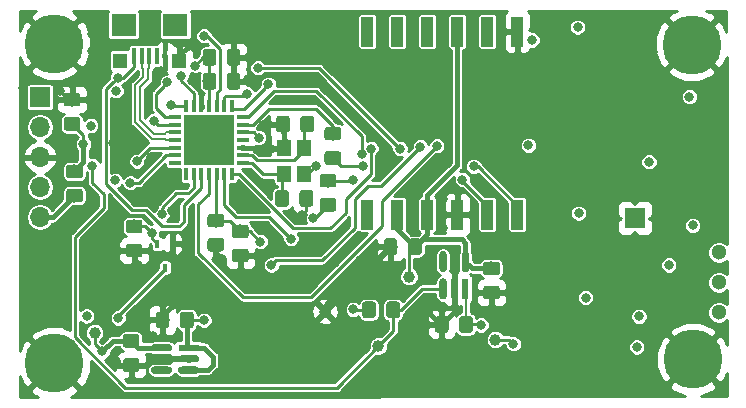
<source format=gbr>
%TF.GenerationSoftware,KiCad,Pcbnew,(5.0.2)-1*%
%TF.CreationDate,2021-04-08T12:32:06+02:00*%
%TF.ProjectId,trackerGPS,74726163-6b65-4724-9750-532e6b696361,rev?*%
%TF.SameCoordinates,Original*%
%TF.FileFunction,Copper,L4,Bot*%
%TF.FilePolarity,Positive*%
%FSLAX46Y46*%
G04 Gerber Fmt 4.6, Leading zero omitted, Abs format (unit mm)*
G04 Created by KiCad (PCBNEW (5.0.2)-1) date 08/04/2021 12:32:06*
%MOMM*%
%LPD*%
G01*
G04 APERTURE LIST*
%ADD10C,1.300000*%
%ADD11C,1.000000*%
%ADD12C,0.100000*%
%ADD13C,1.150000*%
%ADD14R,1.805236X0.612132*%
%ADD15C,0.612132*%
%ADD16C,0.800000*%
%ADD17C,5.000000*%
%ADD18R,1.800000X1.800000*%
%ADD19C,0.600000*%
%ADD20R,0.400000X1.350000*%
%ADD21R,1.200000X1.300000*%
%ADD22R,2.150000X1.900000*%
%ADD23R,1.050000X0.350000*%
%ADD24R,0.350000X1.050000*%
%ADD25R,4.200000X4.200000*%
%ADD26R,0.450000X0.700000*%
%ADD27R,1.000000X2.500000*%
%ADD28R,1.200000X1.400000*%
%ADD29R,1.700000X1.700000*%
%ADD30O,1.700000X1.700000*%
%ADD31R,0.612132X1.805236*%
%ADD32C,0.250000*%
%ADD33C,0.350000*%
%ADD34C,0.400000*%
%ADD35C,0.500000*%
%ADD36C,0.200000*%
%ADD37C,0.254000*%
G04 APERTURE END LIST*
D10*
X158450280Y-85791040D03*
X158450280Y-83251040D03*
X158450280Y-88331040D03*
D11*
X105587800Y-90055700D03*
X125095000Y-88265000D03*
D12*
G36*
X109161105Y-90171404D02*
X109185373Y-90175004D01*
X109209172Y-90180965D01*
X109232271Y-90189230D01*
X109254450Y-90199720D01*
X109275493Y-90212332D01*
X109295199Y-90226947D01*
X109313377Y-90243423D01*
X109329853Y-90261601D01*
X109344468Y-90281307D01*
X109357080Y-90302350D01*
X109367570Y-90324529D01*
X109375835Y-90347628D01*
X109381796Y-90371427D01*
X109385396Y-90395695D01*
X109386600Y-90420199D01*
X109386600Y-91070201D01*
X109385396Y-91094705D01*
X109381796Y-91118973D01*
X109375835Y-91142772D01*
X109367570Y-91165871D01*
X109357080Y-91188050D01*
X109344468Y-91209093D01*
X109329853Y-91228799D01*
X109313377Y-91246977D01*
X109295199Y-91263453D01*
X109275493Y-91278068D01*
X109254450Y-91290680D01*
X109232271Y-91301170D01*
X109209172Y-91309435D01*
X109185373Y-91315396D01*
X109161105Y-91318996D01*
X109136601Y-91320200D01*
X108236599Y-91320200D01*
X108212095Y-91318996D01*
X108187827Y-91315396D01*
X108164028Y-91309435D01*
X108140929Y-91301170D01*
X108118750Y-91290680D01*
X108097707Y-91278068D01*
X108078001Y-91263453D01*
X108059823Y-91246977D01*
X108043347Y-91228799D01*
X108028732Y-91209093D01*
X108016120Y-91188050D01*
X108005630Y-91165871D01*
X107997365Y-91142772D01*
X107991404Y-91118973D01*
X107987804Y-91094705D01*
X107986600Y-91070201D01*
X107986600Y-90420199D01*
X107987804Y-90395695D01*
X107991404Y-90371427D01*
X107997365Y-90347628D01*
X108005630Y-90324529D01*
X108016120Y-90302350D01*
X108028732Y-90281307D01*
X108043347Y-90261601D01*
X108059823Y-90243423D01*
X108078001Y-90226947D01*
X108097707Y-90212332D01*
X108118750Y-90199720D01*
X108140929Y-90189230D01*
X108164028Y-90180965D01*
X108187827Y-90175004D01*
X108212095Y-90171404D01*
X108236599Y-90170200D01*
X109136601Y-90170200D01*
X109161105Y-90171404D01*
X109161105Y-90171404D01*
G37*
D13*
X108686600Y-90745200D03*
D12*
G36*
X109161105Y-92221404D02*
X109185373Y-92225004D01*
X109209172Y-92230965D01*
X109232271Y-92239230D01*
X109254450Y-92249720D01*
X109275493Y-92262332D01*
X109295199Y-92276947D01*
X109313377Y-92293423D01*
X109329853Y-92311601D01*
X109344468Y-92331307D01*
X109357080Y-92352350D01*
X109367570Y-92374529D01*
X109375835Y-92397628D01*
X109381796Y-92421427D01*
X109385396Y-92445695D01*
X109386600Y-92470199D01*
X109386600Y-93120201D01*
X109385396Y-93144705D01*
X109381796Y-93168973D01*
X109375835Y-93192772D01*
X109367570Y-93215871D01*
X109357080Y-93238050D01*
X109344468Y-93259093D01*
X109329853Y-93278799D01*
X109313377Y-93296977D01*
X109295199Y-93313453D01*
X109275493Y-93328068D01*
X109254450Y-93340680D01*
X109232271Y-93351170D01*
X109209172Y-93359435D01*
X109185373Y-93365396D01*
X109161105Y-93368996D01*
X109136601Y-93370200D01*
X108236599Y-93370200D01*
X108212095Y-93368996D01*
X108187827Y-93365396D01*
X108164028Y-93359435D01*
X108140929Y-93351170D01*
X108118750Y-93340680D01*
X108097707Y-93328068D01*
X108078001Y-93313453D01*
X108059823Y-93296977D01*
X108043347Y-93278799D01*
X108028732Y-93259093D01*
X108016120Y-93238050D01*
X108005630Y-93215871D01*
X107997365Y-93192772D01*
X107991404Y-93168973D01*
X107987804Y-93144705D01*
X107986600Y-93120201D01*
X107986600Y-92470199D01*
X107987804Y-92445695D01*
X107991404Y-92421427D01*
X107997365Y-92397628D01*
X108005630Y-92374529D01*
X108016120Y-92352350D01*
X108028732Y-92331307D01*
X108043347Y-92311601D01*
X108059823Y-92293423D01*
X108078001Y-92276947D01*
X108097707Y-92262332D01*
X108118750Y-92249720D01*
X108140929Y-92239230D01*
X108164028Y-92230965D01*
X108187827Y-92225004D01*
X108212095Y-92221404D01*
X108236599Y-92220200D01*
X109136601Y-92220200D01*
X109161105Y-92221404D01*
X109161105Y-92221404D01*
G37*
D13*
X108686600Y-92795200D03*
D14*
X113551535Y-91325280D03*
D12*
G36*
X114178087Y-91970687D02*
X114207798Y-91975094D01*
X114236933Y-91982392D01*
X114265213Y-91992511D01*
X114292366Y-92005353D01*
X114318128Y-92020794D01*
X114342253Y-92038687D01*
X114364508Y-92058858D01*
X114384679Y-92081113D01*
X114402572Y-92105238D01*
X114418013Y-92131000D01*
X114430855Y-92158153D01*
X114440974Y-92186433D01*
X114448272Y-92215568D01*
X114452679Y-92245279D01*
X114454153Y-92275279D01*
X114454153Y-92275281D01*
X114452679Y-92305281D01*
X114448272Y-92334992D01*
X114440974Y-92364127D01*
X114430855Y-92392407D01*
X114418013Y-92419560D01*
X114402572Y-92445322D01*
X114384679Y-92469447D01*
X114364508Y-92491702D01*
X114342253Y-92511873D01*
X114318128Y-92529766D01*
X114292366Y-92545207D01*
X114265213Y-92558049D01*
X114236933Y-92568168D01*
X114207798Y-92575466D01*
X114178087Y-92579873D01*
X114148087Y-92581347D01*
X112954983Y-92581347D01*
X112924983Y-92579873D01*
X112895272Y-92575466D01*
X112866137Y-92568168D01*
X112837857Y-92558049D01*
X112810704Y-92545207D01*
X112784942Y-92529766D01*
X112760817Y-92511873D01*
X112738562Y-92491702D01*
X112718391Y-92469447D01*
X112700498Y-92445322D01*
X112685057Y-92419560D01*
X112672215Y-92392407D01*
X112662096Y-92364127D01*
X112654798Y-92334992D01*
X112650391Y-92305281D01*
X112648917Y-92275281D01*
X112648917Y-92275279D01*
X112650391Y-92245279D01*
X112654798Y-92215568D01*
X112662096Y-92186433D01*
X112672215Y-92158153D01*
X112685057Y-92131000D01*
X112700498Y-92105238D01*
X112718391Y-92081113D01*
X112738562Y-92058858D01*
X112760817Y-92038687D01*
X112784942Y-92020794D01*
X112810704Y-92005353D01*
X112837857Y-91992511D01*
X112866137Y-91982392D01*
X112895272Y-91975094D01*
X112924983Y-91970687D01*
X112954983Y-91969213D01*
X114148087Y-91969213D01*
X114178087Y-91970687D01*
X114178087Y-91970687D01*
G37*
D15*
X113551535Y-92275280D03*
D12*
G36*
X114178087Y-92920687D02*
X114207798Y-92925094D01*
X114236933Y-92932392D01*
X114265213Y-92942511D01*
X114292366Y-92955353D01*
X114318128Y-92970794D01*
X114342253Y-92988687D01*
X114364508Y-93008858D01*
X114384679Y-93031113D01*
X114402572Y-93055238D01*
X114418013Y-93081000D01*
X114430855Y-93108153D01*
X114440974Y-93136433D01*
X114448272Y-93165568D01*
X114452679Y-93195279D01*
X114454153Y-93225279D01*
X114454153Y-93225281D01*
X114452679Y-93255281D01*
X114448272Y-93284992D01*
X114440974Y-93314127D01*
X114430855Y-93342407D01*
X114418013Y-93369560D01*
X114402572Y-93395322D01*
X114384679Y-93419447D01*
X114364508Y-93441702D01*
X114342253Y-93461873D01*
X114318128Y-93479766D01*
X114292366Y-93495207D01*
X114265213Y-93508049D01*
X114236933Y-93518168D01*
X114207798Y-93525466D01*
X114178087Y-93529873D01*
X114148087Y-93531347D01*
X112954983Y-93531347D01*
X112924983Y-93529873D01*
X112895272Y-93525466D01*
X112866137Y-93518168D01*
X112837857Y-93508049D01*
X112810704Y-93495207D01*
X112784942Y-93479766D01*
X112760817Y-93461873D01*
X112738562Y-93441702D01*
X112718391Y-93419447D01*
X112700498Y-93395322D01*
X112685057Y-93369560D01*
X112672215Y-93342407D01*
X112662096Y-93314127D01*
X112654798Y-93284992D01*
X112650391Y-93255281D01*
X112648917Y-93225281D01*
X112648917Y-93225279D01*
X112650391Y-93195279D01*
X112654798Y-93165568D01*
X112662096Y-93136433D01*
X112672215Y-93108153D01*
X112685057Y-93081000D01*
X112700498Y-93055238D01*
X112718391Y-93031113D01*
X112738562Y-93008858D01*
X112760817Y-92988687D01*
X112784942Y-92970794D01*
X112810704Y-92955353D01*
X112837857Y-92942511D01*
X112866137Y-92932392D01*
X112895272Y-92925094D01*
X112924983Y-92920687D01*
X112954983Y-92919213D01*
X114148087Y-92919213D01*
X114178087Y-92920687D01*
X114178087Y-92920687D01*
G37*
D15*
X113551535Y-93225280D03*
D12*
G36*
X111877123Y-92920687D02*
X111906834Y-92925094D01*
X111935969Y-92932392D01*
X111964249Y-92942511D01*
X111991402Y-92955353D01*
X112017164Y-92970794D01*
X112041289Y-92988687D01*
X112063544Y-93008858D01*
X112083715Y-93031113D01*
X112101608Y-93055238D01*
X112117049Y-93081000D01*
X112129891Y-93108153D01*
X112140010Y-93136433D01*
X112147308Y-93165568D01*
X112151715Y-93195279D01*
X112153189Y-93225279D01*
X112153189Y-93225281D01*
X112151715Y-93255281D01*
X112147308Y-93284992D01*
X112140010Y-93314127D01*
X112129891Y-93342407D01*
X112117049Y-93369560D01*
X112101608Y-93395322D01*
X112083715Y-93419447D01*
X112063544Y-93441702D01*
X112041289Y-93461873D01*
X112017164Y-93479766D01*
X111991402Y-93495207D01*
X111964249Y-93508049D01*
X111935969Y-93518168D01*
X111906834Y-93525466D01*
X111877123Y-93529873D01*
X111847123Y-93531347D01*
X110654019Y-93531347D01*
X110624019Y-93529873D01*
X110594308Y-93525466D01*
X110565173Y-93518168D01*
X110536893Y-93508049D01*
X110509740Y-93495207D01*
X110483978Y-93479766D01*
X110459853Y-93461873D01*
X110437598Y-93441702D01*
X110417427Y-93419447D01*
X110399534Y-93395322D01*
X110384093Y-93369560D01*
X110371251Y-93342407D01*
X110361132Y-93314127D01*
X110353834Y-93284992D01*
X110349427Y-93255281D01*
X110347953Y-93225281D01*
X110347953Y-93225279D01*
X110349427Y-93195279D01*
X110353834Y-93165568D01*
X110361132Y-93136433D01*
X110371251Y-93108153D01*
X110384093Y-93081000D01*
X110399534Y-93055238D01*
X110417427Y-93031113D01*
X110437598Y-93008858D01*
X110459853Y-92988687D01*
X110483978Y-92970794D01*
X110509740Y-92955353D01*
X110536893Y-92942511D01*
X110565173Y-92932392D01*
X110594308Y-92925094D01*
X110624019Y-92920687D01*
X110654019Y-92919213D01*
X111847123Y-92919213D01*
X111877123Y-92920687D01*
X111877123Y-92920687D01*
G37*
D15*
X111250571Y-93225280D03*
D12*
G36*
X111877123Y-91020687D02*
X111906834Y-91025094D01*
X111935969Y-91032392D01*
X111964249Y-91042511D01*
X111991402Y-91055353D01*
X112017164Y-91070794D01*
X112041289Y-91088687D01*
X112063544Y-91108858D01*
X112083715Y-91131113D01*
X112101608Y-91155238D01*
X112117049Y-91181000D01*
X112129891Y-91208153D01*
X112140010Y-91236433D01*
X112147308Y-91265568D01*
X112151715Y-91295279D01*
X112153189Y-91325279D01*
X112153189Y-91325281D01*
X112151715Y-91355281D01*
X112147308Y-91384992D01*
X112140010Y-91414127D01*
X112129891Y-91442407D01*
X112117049Y-91469560D01*
X112101608Y-91495322D01*
X112083715Y-91519447D01*
X112063544Y-91541702D01*
X112041289Y-91561873D01*
X112017164Y-91579766D01*
X111991402Y-91595207D01*
X111964249Y-91608049D01*
X111935969Y-91618168D01*
X111906834Y-91625466D01*
X111877123Y-91629873D01*
X111847123Y-91631347D01*
X110654019Y-91631347D01*
X110624019Y-91629873D01*
X110594308Y-91625466D01*
X110565173Y-91618168D01*
X110536893Y-91608049D01*
X110509740Y-91595207D01*
X110483978Y-91579766D01*
X110459853Y-91561873D01*
X110437598Y-91541702D01*
X110417427Y-91519447D01*
X110399534Y-91495322D01*
X110384093Y-91469560D01*
X110371251Y-91442407D01*
X110361132Y-91414127D01*
X110353834Y-91384992D01*
X110349427Y-91355281D01*
X110347953Y-91325281D01*
X110347953Y-91325279D01*
X110349427Y-91295279D01*
X110353834Y-91265568D01*
X110361132Y-91236433D01*
X110371251Y-91208153D01*
X110384093Y-91181000D01*
X110399534Y-91155238D01*
X110417427Y-91131113D01*
X110437598Y-91108858D01*
X110459853Y-91088687D01*
X110483978Y-91070794D01*
X110509740Y-91055353D01*
X110536893Y-91042511D01*
X110565173Y-91032392D01*
X110594308Y-91025094D01*
X110624019Y-91020687D01*
X110654019Y-91019213D01*
X111847123Y-91019213D01*
X111877123Y-91020687D01*
X111877123Y-91020687D01*
G37*
D15*
X111250571Y-91325280D03*
D12*
G36*
X131219305Y-87413804D02*
X131243573Y-87417404D01*
X131267372Y-87423365D01*
X131290471Y-87431630D01*
X131312650Y-87442120D01*
X131333693Y-87454732D01*
X131353399Y-87469347D01*
X131371577Y-87485823D01*
X131388053Y-87504001D01*
X131402668Y-87523707D01*
X131415280Y-87544750D01*
X131425770Y-87566929D01*
X131434035Y-87590028D01*
X131439996Y-87613827D01*
X131443596Y-87638095D01*
X131444800Y-87662599D01*
X131444800Y-88562601D01*
X131443596Y-88587105D01*
X131439996Y-88611373D01*
X131434035Y-88635172D01*
X131425770Y-88658271D01*
X131415280Y-88680450D01*
X131402668Y-88701493D01*
X131388053Y-88721199D01*
X131371577Y-88739377D01*
X131353399Y-88755853D01*
X131333693Y-88770468D01*
X131312650Y-88783080D01*
X131290471Y-88793570D01*
X131267372Y-88801835D01*
X131243573Y-88807796D01*
X131219305Y-88811396D01*
X131194801Y-88812600D01*
X130544799Y-88812600D01*
X130520295Y-88811396D01*
X130496027Y-88807796D01*
X130472228Y-88801835D01*
X130449129Y-88793570D01*
X130426950Y-88783080D01*
X130405907Y-88770468D01*
X130386201Y-88755853D01*
X130368023Y-88739377D01*
X130351547Y-88721199D01*
X130336932Y-88701493D01*
X130324320Y-88680450D01*
X130313830Y-88658271D01*
X130305565Y-88635172D01*
X130299604Y-88611373D01*
X130296004Y-88587105D01*
X130294800Y-88562601D01*
X130294800Y-87662599D01*
X130296004Y-87638095D01*
X130299604Y-87613827D01*
X130305565Y-87590028D01*
X130313830Y-87566929D01*
X130324320Y-87544750D01*
X130336932Y-87523707D01*
X130351547Y-87504001D01*
X130368023Y-87485823D01*
X130386201Y-87469347D01*
X130405907Y-87454732D01*
X130426950Y-87442120D01*
X130449129Y-87431630D01*
X130472228Y-87423365D01*
X130496027Y-87417404D01*
X130520295Y-87413804D01*
X130544799Y-87412600D01*
X131194801Y-87412600D01*
X131219305Y-87413804D01*
X131219305Y-87413804D01*
G37*
D13*
X130869800Y-88112600D03*
D12*
G36*
X129169305Y-87413804D02*
X129193573Y-87417404D01*
X129217372Y-87423365D01*
X129240471Y-87431630D01*
X129262650Y-87442120D01*
X129283693Y-87454732D01*
X129303399Y-87469347D01*
X129321577Y-87485823D01*
X129338053Y-87504001D01*
X129352668Y-87523707D01*
X129365280Y-87544750D01*
X129375770Y-87566929D01*
X129384035Y-87590028D01*
X129389996Y-87613827D01*
X129393596Y-87638095D01*
X129394800Y-87662599D01*
X129394800Y-88562601D01*
X129393596Y-88587105D01*
X129389996Y-88611373D01*
X129384035Y-88635172D01*
X129375770Y-88658271D01*
X129365280Y-88680450D01*
X129352668Y-88701493D01*
X129338053Y-88721199D01*
X129321577Y-88739377D01*
X129303399Y-88755853D01*
X129283693Y-88770468D01*
X129262650Y-88783080D01*
X129240471Y-88793570D01*
X129217372Y-88801835D01*
X129193573Y-88807796D01*
X129169305Y-88811396D01*
X129144801Y-88812600D01*
X128494799Y-88812600D01*
X128470295Y-88811396D01*
X128446027Y-88807796D01*
X128422228Y-88801835D01*
X128399129Y-88793570D01*
X128376950Y-88783080D01*
X128355907Y-88770468D01*
X128336201Y-88755853D01*
X128318023Y-88739377D01*
X128301547Y-88721199D01*
X128286932Y-88701493D01*
X128274320Y-88680450D01*
X128263830Y-88658271D01*
X128255565Y-88635172D01*
X128249604Y-88611373D01*
X128246004Y-88587105D01*
X128244800Y-88562601D01*
X128244800Y-87662599D01*
X128246004Y-87638095D01*
X128249604Y-87613827D01*
X128255565Y-87590028D01*
X128263830Y-87566929D01*
X128274320Y-87544750D01*
X128286932Y-87523707D01*
X128301547Y-87504001D01*
X128318023Y-87485823D01*
X128336201Y-87469347D01*
X128355907Y-87454732D01*
X128376950Y-87442120D01*
X128399129Y-87431630D01*
X128422228Y-87423365D01*
X128446027Y-87417404D01*
X128470295Y-87413804D01*
X128494799Y-87412600D01*
X129144801Y-87412600D01*
X129169305Y-87413804D01*
X129169305Y-87413804D01*
G37*
D13*
X128819800Y-88112600D03*
D11*
X129616200Y-91186000D03*
X139522200Y-90652600D03*
X132207000Y-85318600D03*
D12*
G36*
X126229905Y-74686404D02*
X126254173Y-74690004D01*
X126277972Y-74695965D01*
X126301071Y-74704230D01*
X126323250Y-74714720D01*
X126344293Y-74727332D01*
X126363999Y-74741947D01*
X126382177Y-74758423D01*
X126398653Y-74776601D01*
X126413268Y-74796307D01*
X126425880Y-74817350D01*
X126436370Y-74839529D01*
X126444635Y-74862628D01*
X126450596Y-74886427D01*
X126454196Y-74910695D01*
X126455400Y-74935199D01*
X126455400Y-75585201D01*
X126454196Y-75609705D01*
X126450596Y-75633973D01*
X126444635Y-75657772D01*
X126436370Y-75680871D01*
X126425880Y-75703050D01*
X126413268Y-75724093D01*
X126398653Y-75743799D01*
X126382177Y-75761977D01*
X126363999Y-75778453D01*
X126344293Y-75793068D01*
X126323250Y-75805680D01*
X126301071Y-75816170D01*
X126277972Y-75824435D01*
X126254173Y-75830396D01*
X126229905Y-75833996D01*
X126205401Y-75835200D01*
X125305399Y-75835200D01*
X125280895Y-75833996D01*
X125256627Y-75830396D01*
X125232828Y-75824435D01*
X125209729Y-75816170D01*
X125187550Y-75805680D01*
X125166507Y-75793068D01*
X125146801Y-75778453D01*
X125128623Y-75761977D01*
X125112147Y-75743799D01*
X125097532Y-75724093D01*
X125084920Y-75703050D01*
X125074430Y-75680871D01*
X125066165Y-75657772D01*
X125060204Y-75633973D01*
X125056604Y-75609705D01*
X125055400Y-75585201D01*
X125055400Y-74935199D01*
X125056604Y-74910695D01*
X125060204Y-74886427D01*
X125066165Y-74862628D01*
X125074430Y-74839529D01*
X125084920Y-74817350D01*
X125097532Y-74796307D01*
X125112147Y-74776601D01*
X125128623Y-74758423D01*
X125146801Y-74741947D01*
X125166507Y-74727332D01*
X125187550Y-74714720D01*
X125209729Y-74704230D01*
X125232828Y-74695965D01*
X125256627Y-74690004D01*
X125280895Y-74686404D01*
X125305399Y-74685200D01*
X126205401Y-74685200D01*
X126229905Y-74686404D01*
X126229905Y-74686404D01*
G37*
D13*
X125755400Y-75260200D03*
D12*
G36*
X126229905Y-72636404D02*
X126254173Y-72640004D01*
X126277972Y-72645965D01*
X126301071Y-72654230D01*
X126323250Y-72664720D01*
X126344293Y-72677332D01*
X126363999Y-72691947D01*
X126382177Y-72708423D01*
X126398653Y-72726601D01*
X126413268Y-72746307D01*
X126425880Y-72767350D01*
X126436370Y-72789529D01*
X126444635Y-72812628D01*
X126450596Y-72836427D01*
X126454196Y-72860695D01*
X126455400Y-72885199D01*
X126455400Y-73535201D01*
X126454196Y-73559705D01*
X126450596Y-73583973D01*
X126444635Y-73607772D01*
X126436370Y-73630871D01*
X126425880Y-73653050D01*
X126413268Y-73674093D01*
X126398653Y-73693799D01*
X126382177Y-73711977D01*
X126363999Y-73728453D01*
X126344293Y-73743068D01*
X126323250Y-73755680D01*
X126301071Y-73766170D01*
X126277972Y-73774435D01*
X126254173Y-73780396D01*
X126229905Y-73783996D01*
X126205401Y-73785200D01*
X125305399Y-73785200D01*
X125280895Y-73783996D01*
X125256627Y-73780396D01*
X125232828Y-73774435D01*
X125209729Y-73766170D01*
X125187550Y-73755680D01*
X125166507Y-73743068D01*
X125146801Y-73728453D01*
X125128623Y-73711977D01*
X125112147Y-73693799D01*
X125097532Y-73674093D01*
X125084920Y-73653050D01*
X125074430Y-73630871D01*
X125066165Y-73607772D01*
X125060204Y-73583973D01*
X125056604Y-73559705D01*
X125055400Y-73535201D01*
X125055400Y-72885199D01*
X125056604Y-72860695D01*
X125060204Y-72836427D01*
X125066165Y-72812628D01*
X125074430Y-72789529D01*
X125084920Y-72767350D01*
X125097532Y-72746307D01*
X125112147Y-72726601D01*
X125128623Y-72708423D01*
X125146801Y-72691947D01*
X125166507Y-72677332D01*
X125187550Y-72664720D01*
X125209729Y-72654230D01*
X125232828Y-72645965D01*
X125256627Y-72640004D01*
X125280895Y-72636404D01*
X125305399Y-72635200D01*
X126205401Y-72635200D01*
X126229905Y-72636404D01*
X126229905Y-72636404D01*
G37*
D13*
X125755400Y-73210200D03*
D12*
G36*
X125823505Y-76607804D02*
X125847773Y-76611404D01*
X125871572Y-76617365D01*
X125894671Y-76625630D01*
X125916850Y-76636120D01*
X125937893Y-76648732D01*
X125957599Y-76663347D01*
X125975777Y-76679823D01*
X125992253Y-76698001D01*
X126006868Y-76717707D01*
X126019480Y-76738750D01*
X126029970Y-76760929D01*
X126038235Y-76784028D01*
X126044196Y-76807827D01*
X126047796Y-76832095D01*
X126049000Y-76856599D01*
X126049000Y-77506601D01*
X126047796Y-77531105D01*
X126044196Y-77555373D01*
X126038235Y-77579172D01*
X126029970Y-77602271D01*
X126019480Y-77624450D01*
X126006868Y-77645493D01*
X125992253Y-77665199D01*
X125975777Y-77683377D01*
X125957599Y-77699853D01*
X125937893Y-77714468D01*
X125916850Y-77727080D01*
X125894671Y-77737570D01*
X125871572Y-77745835D01*
X125847773Y-77751796D01*
X125823505Y-77755396D01*
X125799001Y-77756600D01*
X124898999Y-77756600D01*
X124874495Y-77755396D01*
X124850227Y-77751796D01*
X124826428Y-77745835D01*
X124803329Y-77737570D01*
X124781150Y-77727080D01*
X124760107Y-77714468D01*
X124740401Y-77699853D01*
X124722223Y-77683377D01*
X124705747Y-77665199D01*
X124691132Y-77645493D01*
X124678520Y-77624450D01*
X124668030Y-77602271D01*
X124659765Y-77579172D01*
X124653804Y-77555373D01*
X124650204Y-77531105D01*
X124649000Y-77506601D01*
X124649000Y-76856599D01*
X124650204Y-76832095D01*
X124653804Y-76807827D01*
X124659765Y-76784028D01*
X124668030Y-76760929D01*
X124678520Y-76738750D01*
X124691132Y-76717707D01*
X124705747Y-76698001D01*
X124722223Y-76679823D01*
X124740401Y-76663347D01*
X124760107Y-76648732D01*
X124781150Y-76636120D01*
X124803329Y-76625630D01*
X124826428Y-76617365D01*
X124850227Y-76611404D01*
X124874495Y-76607804D01*
X124898999Y-76606600D01*
X125799001Y-76606600D01*
X125823505Y-76607804D01*
X125823505Y-76607804D01*
G37*
D13*
X125349000Y-77181600D03*
D12*
G36*
X125823505Y-78657804D02*
X125847773Y-78661404D01*
X125871572Y-78667365D01*
X125894671Y-78675630D01*
X125916850Y-78686120D01*
X125937893Y-78698732D01*
X125957599Y-78713347D01*
X125975777Y-78729823D01*
X125992253Y-78748001D01*
X126006868Y-78767707D01*
X126019480Y-78788750D01*
X126029970Y-78810929D01*
X126038235Y-78834028D01*
X126044196Y-78857827D01*
X126047796Y-78882095D01*
X126049000Y-78906599D01*
X126049000Y-79556601D01*
X126047796Y-79581105D01*
X126044196Y-79605373D01*
X126038235Y-79629172D01*
X126029970Y-79652271D01*
X126019480Y-79674450D01*
X126006868Y-79695493D01*
X125992253Y-79715199D01*
X125975777Y-79733377D01*
X125957599Y-79749853D01*
X125937893Y-79764468D01*
X125916850Y-79777080D01*
X125894671Y-79787570D01*
X125871572Y-79795835D01*
X125847773Y-79801796D01*
X125823505Y-79805396D01*
X125799001Y-79806600D01*
X124898999Y-79806600D01*
X124874495Y-79805396D01*
X124850227Y-79801796D01*
X124826428Y-79795835D01*
X124803329Y-79787570D01*
X124781150Y-79777080D01*
X124760107Y-79764468D01*
X124740401Y-79749853D01*
X124722223Y-79733377D01*
X124705747Y-79715199D01*
X124691132Y-79695493D01*
X124678520Y-79674450D01*
X124668030Y-79652271D01*
X124659765Y-79629172D01*
X124653804Y-79605373D01*
X124650204Y-79581105D01*
X124649000Y-79556601D01*
X124649000Y-78906599D01*
X124650204Y-78882095D01*
X124653804Y-78857827D01*
X124659765Y-78834028D01*
X124668030Y-78810929D01*
X124678520Y-78788750D01*
X124691132Y-78767707D01*
X124705747Y-78748001D01*
X124722223Y-78729823D01*
X124740401Y-78713347D01*
X124760107Y-78698732D01*
X124781150Y-78686120D01*
X124803329Y-78675630D01*
X124826428Y-78667365D01*
X124850227Y-78661404D01*
X124874495Y-78657804D01*
X124898999Y-78656600D01*
X125799001Y-78656600D01*
X125823505Y-78657804D01*
X125823505Y-78657804D01*
G37*
D13*
X125349000Y-79231600D03*
D16*
X157586625Y-90977775D03*
X156260800Y-90428600D03*
X154934975Y-90977775D03*
X154385800Y-92303600D03*
X154934975Y-93629425D03*
X156260800Y-94178600D03*
X157586625Y-93629425D03*
X158135800Y-92303600D03*
D17*
X156260800Y-92303600D03*
X156133800Y-65659000D03*
D16*
X154258800Y-65659000D03*
X154807975Y-64333175D03*
X156133800Y-63784000D03*
X157459625Y-64333175D03*
X158008800Y-65659000D03*
X157459625Y-66984825D03*
X156133800Y-67534000D03*
X154807975Y-66984825D03*
X103510025Y-64282375D03*
X102184200Y-63733200D03*
X100858375Y-64282375D03*
X100309200Y-65608200D03*
X100858375Y-66934025D03*
X102184200Y-67483200D03*
X103510025Y-66934025D03*
X104059200Y-65608200D03*
D17*
X102184200Y-65608200D03*
X102184200Y-92659200D03*
D16*
X104059200Y-92659200D03*
X103510025Y-93985025D03*
X102184200Y-94534200D03*
X100858375Y-93985025D03*
X100309200Y-92659200D03*
X100858375Y-91333375D03*
X102184200Y-90784200D03*
X103510025Y-91333375D03*
D12*
G36*
X111700158Y-88274484D02*
X111724426Y-88278084D01*
X111748225Y-88284045D01*
X111771324Y-88292310D01*
X111793503Y-88302800D01*
X111814546Y-88315412D01*
X111834252Y-88330027D01*
X111852430Y-88346503D01*
X111868906Y-88364681D01*
X111883521Y-88384387D01*
X111896133Y-88405430D01*
X111906623Y-88427609D01*
X111914888Y-88450708D01*
X111920849Y-88474507D01*
X111924449Y-88498775D01*
X111925653Y-88523279D01*
X111925653Y-89423281D01*
X111924449Y-89447785D01*
X111920849Y-89472053D01*
X111914888Y-89495852D01*
X111906623Y-89518951D01*
X111896133Y-89541130D01*
X111883521Y-89562173D01*
X111868906Y-89581879D01*
X111852430Y-89600057D01*
X111834252Y-89616533D01*
X111814546Y-89631148D01*
X111793503Y-89643760D01*
X111771324Y-89654250D01*
X111748225Y-89662515D01*
X111724426Y-89668476D01*
X111700158Y-89672076D01*
X111675654Y-89673280D01*
X111025652Y-89673280D01*
X111001148Y-89672076D01*
X110976880Y-89668476D01*
X110953081Y-89662515D01*
X110929982Y-89654250D01*
X110907803Y-89643760D01*
X110886760Y-89631148D01*
X110867054Y-89616533D01*
X110848876Y-89600057D01*
X110832400Y-89581879D01*
X110817785Y-89562173D01*
X110805173Y-89541130D01*
X110794683Y-89518951D01*
X110786418Y-89495852D01*
X110780457Y-89472053D01*
X110776857Y-89447785D01*
X110775653Y-89423281D01*
X110775653Y-88523279D01*
X110776857Y-88498775D01*
X110780457Y-88474507D01*
X110786418Y-88450708D01*
X110794683Y-88427609D01*
X110805173Y-88405430D01*
X110817785Y-88384387D01*
X110832400Y-88364681D01*
X110848876Y-88346503D01*
X110867054Y-88330027D01*
X110886760Y-88315412D01*
X110907803Y-88302800D01*
X110929982Y-88292310D01*
X110953081Y-88284045D01*
X110976880Y-88278084D01*
X111001148Y-88274484D01*
X111025652Y-88273280D01*
X111675654Y-88273280D01*
X111700158Y-88274484D01*
X111700158Y-88274484D01*
G37*
D13*
X111350653Y-88973280D03*
D12*
G36*
X113750158Y-88274484D02*
X113774426Y-88278084D01*
X113798225Y-88284045D01*
X113821324Y-88292310D01*
X113843503Y-88302800D01*
X113864546Y-88315412D01*
X113884252Y-88330027D01*
X113902430Y-88346503D01*
X113918906Y-88364681D01*
X113933521Y-88384387D01*
X113946133Y-88405430D01*
X113956623Y-88427609D01*
X113964888Y-88450708D01*
X113970849Y-88474507D01*
X113974449Y-88498775D01*
X113975653Y-88523279D01*
X113975653Y-89423281D01*
X113974449Y-89447785D01*
X113970849Y-89472053D01*
X113964888Y-89495852D01*
X113956623Y-89518951D01*
X113946133Y-89541130D01*
X113933521Y-89562173D01*
X113918906Y-89581879D01*
X113902430Y-89600057D01*
X113884252Y-89616533D01*
X113864546Y-89631148D01*
X113843503Y-89643760D01*
X113821324Y-89654250D01*
X113798225Y-89662515D01*
X113774426Y-89668476D01*
X113750158Y-89672076D01*
X113725654Y-89673280D01*
X113075652Y-89673280D01*
X113051148Y-89672076D01*
X113026880Y-89668476D01*
X113003081Y-89662515D01*
X112979982Y-89654250D01*
X112957803Y-89643760D01*
X112936760Y-89631148D01*
X112917054Y-89616533D01*
X112898876Y-89600057D01*
X112882400Y-89581879D01*
X112867785Y-89562173D01*
X112855173Y-89541130D01*
X112844683Y-89518951D01*
X112836418Y-89495852D01*
X112830457Y-89472053D01*
X112826857Y-89447785D01*
X112825653Y-89423281D01*
X112825653Y-88523279D01*
X112826857Y-88498775D01*
X112830457Y-88474507D01*
X112836418Y-88450708D01*
X112844683Y-88427609D01*
X112855173Y-88405430D01*
X112867785Y-88384387D01*
X112882400Y-88364681D01*
X112898876Y-88346503D01*
X112917054Y-88330027D01*
X112936760Y-88315412D01*
X112957803Y-88302800D01*
X112979982Y-88292310D01*
X113003081Y-88284045D01*
X113026880Y-88278084D01*
X113051148Y-88274484D01*
X113075652Y-88273280D01*
X113725654Y-88273280D01*
X113750158Y-88274484D01*
X113750158Y-88274484D01*
G37*
D13*
X113400653Y-88973280D03*
D18*
X151331400Y-80353600D03*
D19*
X151331400Y-80353600D03*
X150831400Y-79853600D03*
X151831400Y-79853600D03*
X151831400Y-80853600D03*
X150831400Y-80853600D03*
D20*
X108937600Y-66627000D03*
X109587600Y-66627000D03*
X110237600Y-66627000D03*
X110887600Y-66627000D03*
X111537600Y-66627000D03*
D21*
X112737600Y-67027000D03*
X107737600Y-67027000D03*
D22*
X108062600Y-64027000D03*
X112412600Y-64027000D03*
D23*
X118122801Y-71801440D03*
X118122801Y-72451440D03*
X118122801Y-73101440D03*
X118122801Y-73751440D03*
X118122801Y-74401440D03*
X118122801Y-75051440D03*
X118122801Y-75701440D03*
D24*
X117222801Y-76601440D03*
X116572801Y-76601440D03*
X115922801Y-76601440D03*
X115272801Y-76601440D03*
X114622801Y-76601440D03*
X113972801Y-76601440D03*
X113322801Y-76601440D03*
D23*
X112422801Y-75701440D03*
X112422801Y-75051440D03*
X112422801Y-74401440D03*
X112422801Y-73751440D03*
X112422801Y-73101440D03*
X112422801Y-72451440D03*
X112422801Y-71801440D03*
D24*
X113322801Y-70901440D03*
X113972801Y-70901440D03*
X114622801Y-70901440D03*
X115272801Y-70901440D03*
X115922801Y-70901440D03*
X116572801Y-70901440D03*
X117222801Y-70901440D03*
D25*
X115272801Y-73751440D03*
D26*
X110906800Y-82540600D03*
X112206800Y-82540600D03*
X111556800Y-84540600D03*
D12*
G36*
X109415105Y-82535004D02*
X109439373Y-82538604D01*
X109463172Y-82544565D01*
X109486271Y-82552830D01*
X109508450Y-82563320D01*
X109529493Y-82575932D01*
X109549199Y-82590547D01*
X109567377Y-82607023D01*
X109583853Y-82625201D01*
X109598468Y-82644907D01*
X109611080Y-82665950D01*
X109621570Y-82688129D01*
X109629835Y-82711228D01*
X109635796Y-82735027D01*
X109639396Y-82759295D01*
X109640600Y-82783799D01*
X109640600Y-83433801D01*
X109639396Y-83458305D01*
X109635796Y-83482573D01*
X109629835Y-83506372D01*
X109621570Y-83529471D01*
X109611080Y-83551650D01*
X109598468Y-83572693D01*
X109583853Y-83592399D01*
X109567377Y-83610577D01*
X109549199Y-83627053D01*
X109529493Y-83641668D01*
X109508450Y-83654280D01*
X109486271Y-83664770D01*
X109463172Y-83673035D01*
X109439373Y-83678996D01*
X109415105Y-83682596D01*
X109390601Y-83683800D01*
X108490599Y-83683800D01*
X108466095Y-83682596D01*
X108441827Y-83678996D01*
X108418028Y-83673035D01*
X108394929Y-83664770D01*
X108372750Y-83654280D01*
X108351707Y-83641668D01*
X108332001Y-83627053D01*
X108313823Y-83610577D01*
X108297347Y-83592399D01*
X108282732Y-83572693D01*
X108270120Y-83551650D01*
X108259630Y-83529471D01*
X108251365Y-83506372D01*
X108245404Y-83482573D01*
X108241804Y-83458305D01*
X108240600Y-83433801D01*
X108240600Y-82783799D01*
X108241804Y-82759295D01*
X108245404Y-82735027D01*
X108251365Y-82711228D01*
X108259630Y-82688129D01*
X108270120Y-82665950D01*
X108282732Y-82644907D01*
X108297347Y-82625201D01*
X108313823Y-82607023D01*
X108332001Y-82590547D01*
X108351707Y-82575932D01*
X108372750Y-82563320D01*
X108394929Y-82552830D01*
X108418028Y-82544565D01*
X108441827Y-82538604D01*
X108466095Y-82535004D01*
X108490599Y-82533800D01*
X109390601Y-82533800D01*
X109415105Y-82535004D01*
X109415105Y-82535004D01*
G37*
D13*
X108940600Y-83108800D03*
D12*
G36*
X109415105Y-80485004D02*
X109439373Y-80488604D01*
X109463172Y-80494565D01*
X109486271Y-80502830D01*
X109508450Y-80513320D01*
X109529493Y-80525932D01*
X109549199Y-80540547D01*
X109567377Y-80557023D01*
X109583853Y-80575201D01*
X109598468Y-80594907D01*
X109611080Y-80615950D01*
X109621570Y-80638129D01*
X109629835Y-80661228D01*
X109635796Y-80685027D01*
X109639396Y-80709295D01*
X109640600Y-80733799D01*
X109640600Y-81383801D01*
X109639396Y-81408305D01*
X109635796Y-81432573D01*
X109629835Y-81456372D01*
X109621570Y-81479471D01*
X109611080Y-81501650D01*
X109598468Y-81522693D01*
X109583853Y-81542399D01*
X109567377Y-81560577D01*
X109549199Y-81577053D01*
X109529493Y-81591668D01*
X109508450Y-81604280D01*
X109486271Y-81614770D01*
X109463172Y-81623035D01*
X109439373Y-81628996D01*
X109415105Y-81632596D01*
X109390601Y-81633800D01*
X108490599Y-81633800D01*
X108466095Y-81632596D01*
X108441827Y-81628996D01*
X108418028Y-81623035D01*
X108394929Y-81614770D01*
X108372750Y-81604280D01*
X108351707Y-81591668D01*
X108332001Y-81577053D01*
X108313823Y-81560577D01*
X108297347Y-81542399D01*
X108282732Y-81522693D01*
X108270120Y-81501650D01*
X108259630Y-81479471D01*
X108251365Y-81456372D01*
X108245404Y-81432573D01*
X108241804Y-81408305D01*
X108240600Y-81383801D01*
X108240600Y-80733799D01*
X108241804Y-80709295D01*
X108245404Y-80685027D01*
X108251365Y-80661228D01*
X108259630Y-80638129D01*
X108270120Y-80615950D01*
X108282732Y-80594907D01*
X108297347Y-80575201D01*
X108313823Y-80557023D01*
X108332001Y-80540547D01*
X108351707Y-80525932D01*
X108372750Y-80513320D01*
X108394929Y-80502830D01*
X108418028Y-80494565D01*
X108441827Y-80488604D01*
X108466095Y-80485004D01*
X108490599Y-80483800D01*
X109390601Y-80483800D01*
X109415105Y-80485004D01*
X109415105Y-80485004D01*
G37*
D13*
X108940600Y-81058800D03*
D27*
X141376400Y-80060800D03*
X138836400Y-80060800D03*
X136296400Y-80060800D03*
X133756400Y-80060800D03*
X131216400Y-80060800D03*
X128676400Y-80060800D03*
X128676400Y-64560800D03*
X131216400Y-64560800D03*
X133756400Y-64560800D03*
X136296400Y-64560800D03*
X138836400Y-64560800D03*
X141376400Y-64560800D03*
D28*
X123354200Y-74439600D03*
X123354200Y-76639600D03*
X121654200Y-76639600D03*
X121654200Y-74439600D03*
D12*
G36*
X121895905Y-71691204D02*
X121920173Y-71694804D01*
X121943972Y-71700765D01*
X121967071Y-71709030D01*
X121989250Y-71719520D01*
X122010293Y-71732132D01*
X122029999Y-71746747D01*
X122048177Y-71763223D01*
X122064653Y-71781401D01*
X122079268Y-71801107D01*
X122091880Y-71822150D01*
X122102370Y-71844329D01*
X122110635Y-71867428D01*
X122116596Y-71891227D01*
X122120196Y-71915495D01*
X122121400Y-71939999D01*
X122121400Y-72840001D01*
X122120196Y-72864505D01*
X122116596Y-72888773D01*
X122110635Y-72912572D01*
X122102370Y-72935671D01*
X122091880Y-72957850D01*
X122079268Y-72978893D01*
X122064653Y-72998599D01*
X122048177Y-73016777D01*
X122029999Y-73033253D01*
X122010293Y-73047868D01*
X121989250Y-73060480D01*
X121967071Y-73070970D01*
X121943972Y-73079235D01*
X121920173Y-73085196D01*
X121895905Y-73088796D01*
X121871401Y-73090000D01*
X121221399Y-73090000D01*
X121196895Y-73088796D01*
X121172627Y-73085196D01*
X121148828Y-73079235D01*
X121125729Y-73070970D01*
X121103550Y-73060480D01*
X121082507Y-73047868D01*
X121062801Y-73033253D01*
X121044623Y-73016777D01*
X121028147Y-72998599D01*
X121013532Y-72978893D01*
X121000920Y-72957850D01*
X120990430Y-72935671D01*
X120982165Y-72912572D01*
X120976204Y-72888773D01*
X120972604Y-72864505D01*
X120971400Y-72840001D01*
X120971400Y-71939999D01*
X120972604Y-71915495D01*
X120976204Y-71891227D01*
X120982165Y-71867428D01*
X120990430Y-71844329D01*
X121000920Y-71822150D01*
X121013532Y-71801107D01*
X121028147Y-71781401D01*
X121044623Y-71763223D01*
X121062801Y-71746747D01*
X121082507Y-71732132D01*
X121103550Y-71719520D01*
X121125729Y-71709030D01*
X121148828Y-71700765D01*
X121172627Y-71694804D01*
X121196895Y-71691204D01*
X121221399Y-71690000D01*
X121871401Y-71690000D01*
X121895905Y-71691204D01*
X121895905Y-71691204D01*
G37*
D13*
X121546400Y-72390000D03*
D12*
G36*
X123945905Y-71691204D02*
X123970173Y-71694804D01*
X123993972Y-71700765D01*
X124017071Y-71709030D01*
X124039250Y-71719520D01*
X124060293Y-71732132D01*
X124079999Y-71746747D01*
X124098177Y-71763223D01*
X124114653Y-71781401D01*
X124129268Y-71801107D01*
X124141880Y-71822150D01*
X124152370Y-71844329D01*
X124160635Y-71867428D01*
X124166596Y-71891227D01*
X124170196Y-71915495D01*
X124171400Y-71939999D01*
X124171400Y-72840001D01*
X124170196Y-72864505D01*
X124166596Y-72888773D01*
X124160635Y-72912572D01*
X124152370Y-72935671D01*
X124141880Y-72957850D01*
X124129268Y-72978893D01*
X124114653Y-72998599D01*
X124098177Y-73016777D01*
X124079999Y-73033253D01*
X124060293Y-73047868D01*
X124039250Y-73060480D01*
X124017071Y-73070970D01*
X123993972Y-73079235D01*
X123970173Y-73085196D01*
X123945905Y-73088796D01*
X123921401Y-73090000D01*
X123271399Y-73090000D01*
X123246895Y-73088796D01*
X123222627Y-73085196D01*
X123198828Y-73079235D01*
X123175729Y-73070970D01*
X123153550Y-73060480D01*
X123132507Y-73047868D01*
X123112801Y-73033253D01*
X123094623Y-73016777D01*
X123078147Y-72998599D01*
X123063532Y-72978893D01*
X123050920Y-72957850D01*
X123040430Y-72935671D01*
X123032165Y-72912572D01*
X123026204Y-72888773D01*
X123022604Y-72864505D01*
X123021400Y-72840001D01*
X123021400Y-71939999D01*
X123022604Y-71915495D01*
X123026204Y-71891227D01*
X123032165Y-71867428D01*
X123040430Y-71844329D01*
X123050920Y-71822150D01*
X123063532Y-71801107D01*
X123078147Y-71781401D01*
X123094623Y-71763223D01*
X123112801Y-71746747D01*
X123132507Y-71732132D01*
X123153550Y-71719520D01*
X123175729Y-71709030D01*
X123198828Y-71700765D01*
X123222627Y-71694804D01*
X123246895Y-71691204D01*
X123271399Y-71690000D01*
X123921401Y-71690000D01*
X123945905Y-71691204D01*
X123945905Y-71691204D01*
G37*
D13*
X123596400Y-72390000D03*
D12*
G36*
X121812305Y-77990404D02*
X121836573Y-77994004D01*
X121860372Y-77999965D01*
X121883471Y-78008230D01*
X121905650Y-78018720D01*
X121926693Y-78031332D01*
X121946399Y-78045947D01*
X121964577Y-78062423D01*
X121981053Y-78080601D01*
X121995668Y-78100307D01*
X122008280Y-78121350D01*
X122018770Y-78143529D01*
X122027035Y-78166628D01*
X122032996Y-78190427D01*
X122036596Y-78214695D01*
X122037800Y-78239199D01*
X122037800Y-79139201D01*
X122036596Y-79163705D01*
X122032996Y-79187973D01*
X122027035Y-79211772D01*
X122018770Y-79234871D01*
X122008280Y-79257050D01*
X121995668Y-79278093D01*
X121981053Y-79297799D01*
X121964577Y-79315977D01*
X121946399Y-79332453D01*
X121926693Y-79347068D01*
X121905650Y-79359680D01*
X121883471Y-79370170D01*
X121860372Y-79378435D01*
X121836573Y-79384396D01*
X121812305Y-79387996D01*
X121787801Y-79389200D01*
X121137799Y-79389200D01*
X121113295Y-79387996D01*
X121089027Y-79384396D01*
X121065228Y-79378435D01*
X121042129Y-79370170D01*
X121019950Y-79359680D01*
X120998907Y-79347068D01*
X120979201Y-79332453D01*
X120961023Y-79315977D01*
X120944547Y-79297799D01*
X120929932Y-79278093D01*
X120917320Y-79257050D01*
X120906830Y-79234871D01*
X120898565Y-79211772D01*
X120892604Y-79187973D01*
X120889004Y-79163705D01*
X120887800Y-79139201D01*
X120887800Y-78239199D01*
X120889004Y-78214695D01*
X120892604Y-78190427D01*
X120898565Y-78166628D01*
X120906830Y-78143529D01*
X120917320Y-78121350D01*
X120929932Y-78100307D01*
X120944547Y-78080601D01*
X120961023Y-78062423D01*
X120979201Y-78045947D01*
X120998907Y-78031332D01*
X121019950Y-78018720D01*
X121042129Y-78008230D01*
X121065228Y-77999965D01*
X121089027Y-77994004D01*
X121113295Y-77990404D01*
X121137799Y-77989200D01*
X121787801Y-77989200D01*
X121812305Y-77990404D01*
X121812305Y-77990404D01*
G37*
D13*
X121462800Y-78689200D03*
D12*
G36*
X123862305Y-77990404D02*
X123886573Y-77994004D01*
X123910372Y-77999965D01*
X123933471Y-78008230D01*
X123955650Y-78018720D01*
X123976693Y-78031332D01*
X123996399Y-78045947D01*
X124014577Y-78062423D01*
X124031053Y-78080601D01*
X124045668Y-78100307D01*
X124058280Y-78121350D01*
X124068770Y-78143529D01*
X124077035Y-78166628D01*
X124082996Y-78190427D01*
X124086596Y-78214695D01*
X124087800Y-78239199D01*
X124087800Y-79139201D01*
X124086596Y-79163705D01*
X124082996Y-79187973D01*
X124077035Y-79211772D01*
X124068770Y-79234871D01*
X124058280Y-79257050D01*
X124045668Y-79278093D01*
X124031053Y-79297799D01*
X124014577Y-79315977D01*
X123996399Y-79332453D01*
X123976693Y-79347068D01*
X123955650Y-79359680D01*
X123933471Y-79370170D01*
X123910372Y-79378435D01*
X123886573Y-79384396D01*
X123862305Y-79387996D01*
X123837801Y-79389200D01*
X123187799Y-79389200D01*
X123163295Y-79387996D01*
X123139027Y-79384396D01*
X123115228Y-79378435D01*
X123092129Y-79370170D01*
X123069950Y-79359680D01*
X123048907Y-79347068D01*
X123029201Y-79332453D01*
X123011023Y-79315977D01*
X122994547Y-79297799D01*
X122979932Y-79278093D01*
X122967320Y-79257050D01*
X122956830Y-79234871D01*
X122948565Y-79211772D01*
X122942604Y-79187973D01*
X122939004Y-79163705D01*
X122937800Y-79139201D01*
X122937800Y-78239199D01*
X122939004Y-78214695D01*
X122942604Y-78190427D01*
X122948565Y-78166628D01*
X122956830Y-78143529D01*
X122967320Y-78121350D01*
X122979932Y-78100307D01*
X122994547Y-78080601D01*
X123011023Y-78062423D01*
X123029201Y-78045947D01*
X123048907Y-78031332D01*
X123069950Y-78018720D01*
X123092129Y-78008230D01*
X123115228Y-77999965D01*
X123139027Y-77994004D01*
X123163295Y-77990404D01*
X123187799Y-77989200D01*
X123837801Y-77989200D01*
X123862305Y-77990404D01*
X123862305Y-77990404D01*
G37*
D13*
X123512800Y-78689200D03*
D12*
G36*
X104157305Y-71799804D02*
X104181573Y-71803404D01*
X104205372Y-71809365D01*
X104228471Y-71817630D01*
X104250650Y-71828120D01*
X104271693Y-71840732D01*
X104291399Y-71855347D01*
X104309577Y-71871823D01*
X104326053Y-71890001D01*
X104340668Y-71909707D01*
X104353280Y-71930750D01*
X104363770Y-71952929D01*
X104372035Y-71976028D01*
X104377996Y-71999827D01*
X104381596Y-72024095D01*
X104382800Y-72048599D01*
X104382800Y-72698601D01*
X104381596Y-72723105D01*
X104377996Y-72747373D01*
X104372035Y-72771172D01*
X104363770Y-72794271D01*
X104353280Y-72816450D01*
X104340668Y-72837493D01*
X104326053Y-72857199D01*
X104309577Y-72875377D01*
X104291399Y-72891853D01*
X104271693Y-72906468D01*
X104250650Y-72919080D01*
X104228471Y-72929570D01*
X104205372Y-72937835D01*
X104181573Y-72943796D01*
X104157305Y-72947396D01*
X104132801Y-72948600D01*
X103232799Y-72948600D01*
X103208295Y-72947396D01*
X103184027Y-72943796D01*
X103160228Y-72937835D01*
X103137129Y-72929570D01*
X103114950Y-72919080D01*
X103093907Y-72906468D01*
X103074201Y-72891853D01*
X103056023Y-72875377D01*
X103039547Y-72857199D01*
X103024932Y-72837493D01*
X103012320Y-72816450D01*
X103001830Y-72794271D01*
X102993565Y-72771172D01*
X102987604Y-72747373D01*
X102984004Y-72723105D01*
X102982800Y-72698601D01*
X102982800Y-72048599D01*
X102984004Y-72024095D01*
X102987604Y-71999827D01*
X102993565Y-71976028D01*
X103001830Y-71952929D01*
X103012320Y-71930750D01*
X103024932Y-71909707D01*
X103039547Y-71890001D01*
X103056023Y-71871823D01*
X103074201Y-71855347D01*
X103093907Y-71840732D01*
X103114950Y-71828120D01*
X103137129Y-71817630D01*
X103160228Y-71809365D01*
X103184027Y-71803404D01*
X103208295Y-71799804D01*
X103232799Y-71798600D01*
X104132801Y-71798600D01*
X104157305Y-71799804D01*
X104157305Y-71799804D01*
G37*
D13*
X103682800Y-72373600D03*
D12*
G36*
X104157305Y-69749804D02*
X104181573Y-69753404D01*
X104205372Y-69759365D01*
X104228471Y-69767630D01*
X104250650Y-69778120D01*
X104271693Y-69790732D01*
X104291399Y-69805347D01*
X104309577Y-69821823D01*
X104326053Y-69840001D01*
X104340668Y-69859707D01*
X104353280Y-69880750D01*
X104363770Y-69902929D01*
X104372035Y-69926028D01*
X104377996Y-69949827D01*
X104381596Y-69974095D01*
X104382800Y-69998599D01*
X104382800Y-70648601D01*
X104381596Y-70673105D01*
X104377996Y-70697373D01*
X104372035Y-70721172D01*
X104363770Y-70744271D01*
X104353280Y-70766450D01*
X104340668Y-70787493D01*
X104326053Y-70807199D01*
X104309577Y-70825377D01*
X104291399Y-70841853D01*
X104271693Y-70856468D01*
X104250650Y-70869080D01*
X104228471Y-70879570D01*
X104205372Y-70887835D01*
X104181573Y-70893796D01*
X104157305Y-70897396D01*
X104132801Y-70898600D01*
X103232799Y-70898600D01*
X103208295Y-70897396D01*
X103184027Y-70893796D01*
X103160228Y-70887835D01*
X103137129Y-70879570D01*
X103114950Y-70869080D01*
X103093907Y-70856468D01*
X103074201Y-70841853D01*
X103056023Y-70825377D01*
X103039547Y-70807199D01*
X103024932Y-70787493D01*
X103012320Y-70766450D01*
X103001830Y-70744271D01*
X102993565Y-70721172D01*
X102987604Y-70697373D01*
X102984004Y-70673105D01*
X102982800Y-70648601D01*
X102982800Y-69998599D01*
X102984004Y-69974095D01*
X102987604Y-69949827D01*
X102993565Y-69926028D01*
X103001830Y-69902929D01*
X103012320Y-69880750D01*
X103024932Y-69859707D01*
X103039547Y-69840001D01*
X103056023Y-69821823D01*
X103074201Y-69805347D01*
X103093907Y-69790732D01*
X103114950Y-69778120D01*
X103137129Y-69767630D01*
X103160228Y-69759365D01*
X103184027Y-69753404D01*
X103208295Y-69749804D01*
X103232799Y-69748600D01*
X104132801Y-69748600D01*
X104157305Y-69749804D01*
X104157305Y-69749804D01*
G37*
D13*
X103682800Y-70323600D03*
D29*
X100965000Y-70129400D03*
D30*
X100965000Y-72669400D03*
X100965000Y-75209400D03*
X100965000Y-77749400D03*
X100965000Y-80289400D03*
D12*
G36*
X104360505Y-77870404D02*
X104384773Y-77874004D01*
X104408572Y-77879965D01*
X104431671Y-77888230D01*
X104453850Y-77898720D01*
X104474893Y-77911332D01*
X104494599Y-77925947D01*
X104512777Y-77942423D01*
X104529253Y-77960601D01*
X104543868Y-77980307D01*
X104556480Y-78001350D01*
X104566970Y-78023529D01*
X104575235Y-78046628D01*
X104581196Y-78070427D01*
X104584796Y-78094695D01*
X104586000Y-78119199D01*
X104586000Y-78769201D01*
X104584796Y-78793705D01*
X104581196Y-78817973D01*
X104575235Y-78841772D01*
X104566970Y-78864871D01*
X104556480Y-78887050D01*
X104543868Y-78908093D01*
X104529253Y-78927799D01*
X104512777Y-78945977D01*
X104494599Y-78962453D01*
X104474893Y-78977068D01*
X104453850Y-78989680D01*
X104431671Y-79000170D01*
X104408572Y-79008435D01*
X104384773Y-79014396D01*
X104360505Y-79017996D01*
X104336001Y-79019200D01*
X103435999Y-79019200D01*
X103411495Y-79017996D01*
X103387227Y-79014396D01*
X103363428Y-79008435D01*
X103340329Y-79000170D01*
X103318150Y-78989680D01*
X103297107Y-78977068D01*
X103277401Y-78962453D01*
X103259223Y-78945977D01*
X103242747Y-78927799D01*
X103228132Y-78908093D01*
X103215520Y-78887050D01*
X103205030Y-78864871D01*
X103196765Y-78841772D01*
X103190804Y-78817973D01*
X103187204Y-78793705D01*
X103186000Y-78769201D01*
X103186000Y-78119199D01*
X103187204Y-78094695D01*
X103190804Y-78070427D01*
X103196765Y-78046628D01*
X103205030Y-78023529D01*
X103215520Y-78001350D01*
X103228132Y-77980307D01*
X103242747Y-77960601D01*
X103259223Y-77942423D01*
X103277401Y-77925947D01*
X103297107Y-77911332D01*
X103318150Y-77898720D01*
X103340329Y-77888230D01*
X103363428Y-77879965D01*
X103387227Y-77874004D01*
X103411495Y-77870404D01*
X103435999Y-77869200D01*
X104336001Y-77869200D01*
X104360505Y-77870404D01*
X104360505Y-77870404D01*
G37*
D13*
X103886000Y-78444200D03*
D12*
G36*
X104360505Y-75820404D02*
X104384773Y-75824004D01*
X104408572Y-75829965D01*
X104431671Y-75838230D01*
X104453850Y-75848720D01*
X104474893Y-75861332D01*
X104494599Y-75875947D01*
X104512777Y-75892423D01*
X104529253Y-75910601D01*
X104543868Y-75930307D01*
X104556480Y-75951350D01*
X104566970Y-75973529D01*
X104575235Y-75996628D01*
X104581196Y-76020427D01*
X104584796Y-76044695D01*
X104586000Y-76069199D01*
X104586000Y-76719201D01*
X104584796Y-76743705D01*
X104581196Y-76767973D01*
X104575235Y-76791772D01*
X104566970Y-76814871D01*
X104556480Y-76837050D01*
X104543868Y-76858093D01*
X104529253Y-76877799D01*
X104512777Y-76895977D01*
X104494599Y-76912453D01*
X104474893Y-76927068D01*
X104453850Y-76939680D01*
X104431671Y-76950170D01*
X104408572Y-76958435D01*
X104384773Y-76964396D01*
X104360505Y-76967996D01*
X104336001Y-76969200D01*
X103435999Y-76969200D01*
X103411495Y-76967996D01*
X103387227Y-76964396D01*
X103363428Y-76958435D01*
X103340329Y-76950170D01*
X103318150Y-76939680D01*
X103297107Y-76927068D01*
X103277401Y-76912453D01*
X103259223Y-76895977D01*
X103242747Y-76877799D01*
X103228132Y-76858093D01*
X103215520Y-76837050D01*
X103205030Y-76814871D01*
X103196765Y-76791772D01*
X103190804Y-76767973D01*
X103187204Y-76743705D01*
X103186000Y-76719201D01*
X103186000Y-76069199D01*
X103187204Y-76044695D01*
X103190804Y-76020427D01*
X103196765Y-75996628D01*
X103205030Y-75973529D01*
X103215520Y-75951350D01*
X103228132Y-75930307D01*
X103242747Y-75910601D01*
X103259223Y-75892423D01*
X103277401Y-75875947D01*
X103297107Y-75861332D01*
X103318150Y-75848720D01*
X103340329Y-75838230D01*
X103363428Y-75829965D01*
X103387227Y-75824004D01*
X103411495Y-75820404D01*
X103435999Y-75819200D01*
X104336001Y-75819200D01*
X104360505Y-75820404D01*
X104360505Y-75820404D01*
G37*
D13*
X103886000Y-76394200D03*
D12*
G36*
X115664106Y-68074244D02*
X115688374Y-68077844D01*
X115712173Y-68083805D01*
X115735272Y-68092070D01*
X115757451Y-68102560D01*
X115778494Y-68115172D01*
X115798200Y-68129787D01*
X115816378Y-68146263D01*
X115832854Y-68164441D01*
X115847469Y-68184147D01*
X115860081Y-68205190D01*
X115870571Y-68227369D01*
X115878836Y-68250468D01*
X115884797Y-68274267D01*
X115888397Y-68298535D01*
X115889601Y-68323039D01*
X115889601Y-69223041D01*
X115888397Y-69247545D01*
X115884797Y-69271813D01*
X115878836Y-69295612D01*
X115870571Y-69318711D01*
X115860081Y-69340890D01*
X115847469Y-69361933D01*
X115832854Y-69381639D01*
X115816378Y-69399817D01*
X115798200Y-69416293D01*
X115778494Y-69430908D01*
X115757451Y-69443520D01*
X115735272Y-69454010D01*
X115712173Y-69462275D01*
X115688374Y-69468236D01*
X115664106Y-69471836D01*
X115639602Y-69473040D01*
X114989600Y-69473040D01*
X114965096Y-69471836D01*
X114940828Y-69468236D01*
X114917029Y-69462275D01*
X114893930Y-69454010D01*
X114871751Y-69443520D01*
X114850708Y-69430908D01*
X114831002Y-69416293D01*
X114812824Y-69399817D01*
X114796348Y-69381639D01*
X114781733Y-69361933D01*
X114769121Y-69340890D01*
X114758631Y-69318711D01*
X114750366Y-69295612D01*
X114744405Y-69271813D01*
X114740805Y-69247545D01*
X114739601Y-69223041D01*
X114739601Y-68323039D01*
X114740805Y-68298535D01*
X114744405Y-68274267D01*
X114750366Y-68250468D01*
X114758631Y-68227369D01*
X114769121Y-68205190D01*
X114781733Y-68184147D01*
X114796348Y-68164441D01*
X114812824Y-68146263D01*
X114831002Y-68129787D01*
X114850708Y-68115172D01*
X114871751Y-68102560D01*
X114893930Y-68092070D01*
X114917029Y-68083805D01*
X114940828Y-68077844D01*
X114965096Y-68074244D01*
X114989600Y-68073040D01*
X115639602Y-68073040D01*
X115664106Y-68074244D01*
X115664106Y-68074244D01*
G37*
D13*
X115314601Y-68773040D03*
D12*
G36*
X117714106Y-68074244D02*
X117738374Y-68077844D01*
X117762173Y-68083805D01*
X117785272Y-68092070D01*
X117807451Y-68102560D01*
X117828494Y-68115172D01*
X117848200Y-68129787D01*
X117866378Y-68146263D01*
X117882854Y-68164441D01*
X117897469Y-68184147D01*
X117910081Y-68205190D01*
X117920571Y-68227369D01*
X117928836Y-68250468D01*
X117934797Y-68274267D01*
X117938397Y-68298535D01*
X117939601Y-68323039D01*
X117939601Y-69223041D01*
X117938397Y-69247545D01*
X117934797Y-69271813D01*
X117928836Y-69295612D01*
X117920571Y-69318711D01*
X117910081Y-69340890D01*
X117897469Y-69361933D01*
X117882854Y-69381639D01*
X117866378Y-69399817D01*
X117848200Y-69416293D01*
X117828494Y-69430908D01*
X117807451Y-69443520D01*
X117785272Y-69454010D01*
X117762173Y-69462275D01*
X117738374Y-69468236D01*
X117714106Y-69471836D01*
X117689602Y-69473040D01*
X117039600Y-69473040D01*
X117015096Y-69471836D01*
X116990828Y-69468236D01*
X116967029Y-69462275D01*
X116943930Y-69454010D01*
X116921751Y-69443520D01*
X116900708Y-69430908D01*
X116881002Y-69416293D01*
X116862824Y-69399817D01*
X116846348Y-69381639D01*
X116831733Y-69361933D01*
X116819121Y-69340890D01*
X116808631Y-69318711D01*
X116800366Y-69295612D01*
X116794405Y-69271813D01*
X116790805Y-69247545D01*
X116789601Y-69223041D01*
X116789601Y-68323039D01*
X116790805Y-68298535D01*
X116794405Y-68274267D01*
X116800366Y-68250468D01*
X116808631Y-68227369D01*
X116819121Y-68205190D01*
X116831733Y-68184147D01*
X116846348Y-68164441D01*
X116862824Y-68146263D01*
X116881002Y-68129787D01*
X116900708Y-68115172D01*
X116921751Y-68102560D01*
X116943930Y-68092070D01*
X116967029Y-68083805D01*
X116990828Y-68077844D01*
X117015096Y-68074244D01*
X117039600Y-68073040D01*
X117689602Y-68073040D01*
X117714106Y-68074244D01*
X117714106Y-68074244D01*
G37*
D13*
X117364601Y-68773040D03*
D12*
G36*
X117714106Y-66042244D02*
X117738374Y-66045844D01*
X117762173Y-66051805D01*
X117785272Y-66060070D01*
X117807451Y-66070560D01*
X117828494Y-66083172D01*
X117848200Y-66097787D01*
X117866378Y-66114263D01*
X117882854Y-66132441D01*
X117897469Y-66152147D01*
X117910081Y-66173190D01*
X117920571Y-66195369D01*
X117928836Y-66218468D01*
X117934797Y-66242267D01*
X117938397Y-66266535D01*
X117939601Y-66291039D01*
X117939601Y-67191041D01*
X117938397Y-67215545D01*
X117934797Y-67239813D01*
X117928836Y-67263612D01*
X117920571Y-67286711D01*
X117910081Y-67308890D01*
X117897469Y-67329933D01*
X117882854Y-67349639D01*
X117866378Y-67367817D01*
X117848200Y-67384293D01*
X117828494Y-67398908D01*
X117807451Y-67411520D01*
X117785272Y-67422010D01*
X117762173Y-67430275D01*
X117738374Y-67436236D01*
X117714106Y-67439836D01*
X117689602Y-67441040D01*
X117039600Y-67441040D01*
X117015096Y-67439836D01*
X116990828Y-67436236D01*
X116967029Y-67430275D01*
X116943930Y-67422010D01*
X116921751Y-67411520D01*
X116900708Y-67398908D01*
X116881002Y-67384293D01*
X116862824Y-67367817D01*
X116846348Y-67349639D01*
X116831733Y-67329933D01*
X116819121Y-67308890D01*
X116808631Y-67286711D01*
X116800366Y-67263612D01*
X116794405Y-67239813D01*
X116790805Y-67215545D01*
X116789601Y-67191041D01*
X116789601Y-66291039D01*
X116790805Y-66266535D01*
X116794405Y-66242267D01*
X116800366Y-66218468D01*
X116808631Y-66195369D01*
X116819121Y-66173190D01*
X116831733Y-66152147D01*
X116846348Y-66132441D01*
X116862824Y-66114263D01*
X116881002Y-66097787D01*
X116900708Y-66083172D01*
X116921751Y-66070560D01*
X116943930Y-66060070D01*
X116967029Y-66051805D01*
X116990828Y-66045844D01*
X117015096Y-66042244D01*
X117039600Y-66041040D01*
X117689602Y-66041040D01*
X117714106Y-66042244D01*
X117714106Y-66042244D01*
G37*
D13*
X117364601Y-66741040D03*
D12*
G36*
X115664106Y-66042244D02*
X115688374Y-66045844D01*
X115712173Y-66051805D01*
X115735272Y-66060070D01*
X115757451Y-66070560D01*
X115778494Y-66083172D01*
X115798200Y-66097787D01*
X115816378Y-66114263D01*
X115832854Y-66132441D01*
X115847469Y-66152147D01*
X115860081Y-66173190D01*
X115870571Y-66195369D01*
X115878836Y-66218468D01*
X115884797Y-66242267D01*
X115888397Y-66266535D01*
X115889601Y-66291039D01*
X115889601Y-67191041D01*
X115888397Y-67215545D01*
X115884797Y-67239813D01*
X115878836Y-67263612D01*
X115870571Y-67286711D01*
X115860081Y-67308890D01*
X115847469Y-67329933D01*
X115832854Y-67349639D01*
X115816378Y-67367817D01*
X115798200Y-67384293D01*
X115778494Y-67398908D01*
X115757451Y-67411520D01*
X115735272Y-67422010D01*
X115712173Y-67430275D01*
X115688374Y-67436236D01*
X115664106Y-67439836D01*
X115639602Y-67441040D01*
X114989600Y-67441040D01*
X114965096Y-67439836D01*
X114940828Y-67436236D01*
X114917029Y-67430275D01*
X114893930Y-67422010D01*
X114871751Y-67411520D01*
X114850708Y-67398908D01*
X114831002Y-67384293D01*
X114812824Y-67367817D01*
X114796348Y-67349639D01*
X114781733Y-67329933D01*
X114769121Y-67308890D01*
X114758631Y-67286711D01*
X114750366Y-67263612D01*
X114744405Y-67239813D01*
X114740805Y-67215545D01*
X114739601Y-67191041D01*
X114739601Y-66291039D01*
X114740805Y-66266535D01*
X114744405Y-66242267D01*
X114750366Y-66218468D01*
X114758631Y-66195369D01*
X114769121Y-66173190D01*
X114781733Y-66152147D01*
X114796348Y-66132441D01*
X114812824Y-66114263D01*
X114831002Y-66097787D01*
X114850708Y-66083172D01*
X114871751Y-66070560D01*
X114893930Y-66060070D01*
X114917029Y-66051805D01*
X114940828Y-66045844D01*
X114965096Y-66042244D01*
X114989600Y-66041040D01*
X115639602Y-66041040D01*
X115664106Y-66042244D01*
X115664106Y-66042244D01*
G37*
D13*
X115314601Y-66741040D03*
D12*
G36*
X116323905Y-79986004D02*
X116348173Y-79989604D01*
X116371972Y-79995565D01*
X116395071Y-80003830D01*
X116417250Y-80014320D01*
X116438293Y-80026932D01*
X116457999Y-80041547D01*
X116476177Y-80058023D01*
X116492653Y-80076201D01*
X116507268Y-80095907D01*
X116519880Y-80116950D01*
X116530370Y-80139129D01*
X116538635Y-80162228D01*
X116544596Y-80186027D01*
X116548196Y-80210295D01*
X116549400Y-80234799D01*
X116549400Y-80884801D01*
X116548196Y-80909305D01*
X116544596Y-80933573D01*
X116538635Y-80957372D01*
X116530370Y-80980471D01*
X116519880Y-81002650D01*
X116507268Y-81023693D01*
X116492653Y-81043399D01*
X116476177Y-81061577D01*
X116457999Y-81078053D01*
X116438293Y-81092668D01*
X116417250Y-81105280D01*
X116395071Y-81115770D01*
X116371972Y-81124035D01*
X116348173Y-81129996D01*
X116323905Y-81133596D01*
X116299401Y-81134800D01*
X115399399Y-81134800D01*
X115374895Y-81133596D01*
X115350627Y-81129996D01*
X115326828Y-81124035D01*
X115303729Y-81115770D01*
X115281550Y-81105280D01*
X115260507Y-81092668D01*
X115240801Y-81078053D01*
X115222623Y-81061577D01*
X115206147Y-81043399D01*
X115191532Y-81023693D01*
X115178920Y-81002650D01*
X115168430Y-80980471D01*
X115160165Y-80957372D01*
X115154204Y-80933573D01*
X115150604Y-80909305D01*
X115149400Y-80884801D01*
X115149400Y-80234799D01*
X115150604Y-80210295D01*
X115154204Y-80186027D01*
X115160165Y-80162228D01*
X115168430Y-80139129D01*
X115178920Y-80116950D01*
X115191532Y-80095907D01*
X115206147Y-80076201D01*
X115222623Y-80058023D01*
X115240801Y-80041547D01*
X115260507Y-80026932D01*
X115281550Y-80014320D01*
X115303729Y-80003830D01*
X115326828Y-79995565D01*
X115350627Y-79989604D01*
X115374895Y-79986004D01*
X115399399Y-79984800D01*
X116299401Y-79984800D01*
X116323905Y-79986004D01*
X116323905Y-79986004D01*
G37*
D13*
X115849400Y-80559800D03*
D12*
G36*
X116323905Y-82036004D02*
X116348173Y-82039604D01*
X116371972Y-82045565D01*
X116395071Y-82053830D01*
X116417250Y-82064320D01*
X116438293Y-82076932D01*
X116457999Y-82091547D01*
X116476177Y-82108023D01*
X116492653Y-82126201D01*
X116507268Y-82145907D01*
X116519880Y-82166950D01*
X116530370Y-82189129D01*
X116538635Y-82212228D01*
X116544596Y-82236027D01*
X116548196Y-82260295D01*
X116549400Y-82284799D01*
X116549400Y-82934801D01*
X116548196Y-82959305D01*
X116544596Y-82983573D01*
X116538635Y-83007372D01*
X116530370Y-83030471D01*
X116519880Y-83052650D01*
X116507268Y-83073693D01*
X116492653Y-83093399D01*
X116476177Y-83111577D01*
X116457999Y-83128053D01*
X116438293Y-83142668D01*
X116417250Y-83155280D01*
X116395071Y-83165770D01*
X116371972Y-83174035D01*
X116348173Y-83179996D01*
X116323905Y-83183596D01*
X116299401Y-83184800D01*
X115399399Y-83184800D01*
X115374895Y-83183596D01*
X115350627Y-83179996D01*
X115326828Y-83174035D01*
X115303729Y-83165770D01*
X115281550Y-83155280D01*
X115260507Y-83142668D01*
X115240801Y-83128053D01*
X115222623Y-83111577D01*
X115206147Y-83093399D01*
X115191532Y-83073693D01*
X115178920Y-83052650D01*
X115168430Y-83030471D01*
X115160165Y-83007372D01*
X115154204Y-82983573D01*
X115150604Y-82959305D01*
X115149400Y-82934801D01*
X115149400Y-82284799D01*
X115150604Y-82260295D01*
X115154204Y-82236027D01*
X115160165Y-82212228D01*
X115168430Y-82189129D01*
X115178920Y-82166950D01*
X115191532Y-82145907D01*
X115206147Y-82126201D01*
X115222623Y-82108023D01*
X115240801Y-82091547D01*
X115260507Y-82076932D01*
X115281550Y-82064320D01*
X115303729Y-82053830D01*
X115326828Y-82045565D01*
X115350627Y-82039604D01*
X115374895Y-82036004D01*
X115399399Y-82034800D01*
X116299401Y-82034800D01*
X116323905Y-82036004D01*
X116323905Y-82036004D01*
G37*
D13*
X115849400Y-82609800D03*
D12*
G36*
X118406705Y-80900404D02*
X118430973Y-80904004D01*
X118454772Y-80909965D01*
X118477871Y-80918230D01*
X118500050Y-80928720D01*
X118521093Y-80941332D01*
X118540799Y-80955947D01*
X118558977Y-80972423D01*
X118575453Y-80990601D01*
X118590068Y-81010307D01*
X118602680Y-81031350D01*
X118613170Y-81053529D01*
X118621435Y-81076628D01*
X118627396Y-81100427D01*
X118630996Y-81124695D01*
X118632200Y-81149199D01*
X118632200Y-81799201D01*
X118630996Y-81823705D01*
X118627396Y-81847973D01*
X118621435Y-81871772D01*
X118613170Y-81894871D01*
X118602680Y-81917050D01*
X118590068Y-81938093D01*
X118575453Y-81957799D01*
X118558977Y-81975977D01*
X118540799Y-81992453D01*
X118521093Y-82007068D01*
X118500050Y-82019680D01*
X118477871Y-82030170D01*
X118454772Y-82038435D01*
X118430973Y-82044396D01*
X118406705Y-82047996D01*
X118382201Y-82049200D01*
X117482199Y-82049200D01*
X117457695Y-82047996D01*
X117433427Y-82044396D01*
X117409628Y-82038435D01*
X117386529Y-82030170D01*
X117364350Y-82019680D01*
X117343307Y-82007068D01*
X117323601Y-81992453D01*
X117305423Y-81975977D01*
X117288947Y-81957799D01*
X117274332Y-81938093D01*
X117261720Y-81917050D01*
X117251230Y-81894871D01*
X117242965Y-81871772D01*
X117237004Y-81847973D01*
X117233404Y-81823705D01*
X117232200Y-81799201D01*
X117232200Y-81149199D01*
X117233404Y-81124695D01*
X117237004Y-81100427D01*
X117242965Y-81076628D01*
X117251230Y-81053529D01*
X117261720Y-81031350D01*
X117274332Y-81010307D01*
X117288947Y-80990601D01*
X117305423Y-80972423D01*
X117323601Y-80955947D01*
X117343307Y-80941332D01*
X117364350Y-80928720D01*
X117386529Y-80918230D01*
X117409628Y-80909965D01*
X117433427Y-80904004D01*
X117457695Y-80900404D01*
X117482199Y-80899200D01*
X118382201Y-80899200D01*
X118406705Y-80900404D01*
X118406705Y-80900404D01*
G37*
D13*
X117932200Y-81474200D03*
D12*
G36*
X118406705Y-82950404D02*
X118430973Y-82954004D01*
X118454772Y-82959965D01*
X118477871Y-82968230D01*
X118500050Y-82978720D01*
X118521093Y-82991332D01*
X118540799Y-83005947D01*
X118558977Y-83022423D01*
X118575453Y-83040601D01*
X118590068Y-83060307D01*
X118602680Y-83081350D01*
X118613170Y-83103529D01*
X118621435Y-83126628D01*
X118627396Y-83150427D01*
X118630996Y-83174695D01*
X118632200Y-83199199D01*
X118632200Y-83849201D01*
X118630996Y-83873705D01*
X118627396Y-83897973D01*
X118621435Y-83921772D01*
X118613170Y-83944871D01*
X118602680Y-83967050D01*
X118590068Y-83988093D01*
X118575453Y-84007799D01*
X118558977Y-84025977D01*
X118540799Y-84042453D01*
X118521093Y-84057068D01*
X118500050Y-84069680D01*
X118477871Y-84080170D01*
X118454772Y-84088435D01*
X118430973Y-84094396D01*
X118406705Y-84097996D01*
X118382201Y-84099200D01*
X117482199Y-84099200D01*
X117457695Y-84097996D01*
X117433427Y-84094396D01*
X117409628Y-84088435D01*
X117386529Y-84080170D01*
X117364350Y-84069680D01*
X117343307Y-84057068D01*
X117323601Y-84042453D01*
X117305423Y-84025977D01*
X117288947Y-84007799D01*
X117274332Y-83988093D01*
X117261720Y-83967050D01*
X117251230Y-83944871D01*
X117242965Y-83921772D01*
X117237004Y-83897973D01*
X117233404Y-83873705D01*
X117232200Y-83849201D01*
X117232200Y-83199199D01*
X117233404Y-83174695D01*
X117237004Y-83150427D01*
X117242965Y-83126628D01*
X117251230Y-83103529D01*
X117261720Y-83081350D01*
X117274332Y-83060307D01*
X117288947Y-83040601D01*
X117305423Y-83022423D01*
X117323601Y-83005947D01*
X117343307Y-82991332D01*
X117364350Y-82978720D01*
X117386529Y-82968230D01*
X117409628Y-82959965D01*
X117433427Y-82954004D01*
X117457695Y-82950404D01*
X117482199Y-82949200D01*
X118382201Y-82949200D01*
X118406705Y-82950404D01*
X118406705Y-82950404D01*
G37*
D13*
X117932200Y-83524200D03*
D12*
G36*
X130998105Y-82079804D02*
X131022373Y-82083404D01*
X131046172Y-82089365D01*
X131069271Y-82097630D01*
X131091450Y-82108120D01*
X131112493Y-82120732D01*
X131132199Y-82135347D01*
X131150377Y-82151823D01*
X131166853Y-82170001D01*
X131181468Y-82189707D01*
X131194080Y-82210750D01*
X131204570Y-82232929D01*
X131212835Y-82256028D01*
X131218796Y-82279827D01*
X131222396Y-82304095D01*
X131223600Y-82328599D01*
X131223600Y-83228601D01*
X131222396Y-83253105D01*
X131218796Y-83277373D01*
X131212835Y-83301172D01*
X131204570Y-83324271D01*
X131194080Y-83346450D01*
X131181468Y-83367493D01*
X131166853Y-83387199D01*
X131150377Y-83405377D01*
X131132199Y-83421853D01*
X131112493Y-83436468D01*
X131091450Y-83449080D01*
X131069271Y-83459570D01*
X131046172Y-83467835D01*
X131022373Y-83473796D01*
X130998105Y-83477396D01*
X130973601Y-83478600D01*
X130323599Y-83478600D01*
X130299095Y-83477396D01*
X130274827Y-83473796D01*
X130251028Y-83467835D01*
X130227929Y-83459570D01*
X130205750Y-83449080D01*
X130184707Y-83436468D01*
X130165001Y-83421853D01*
X130146823Y-83405377D01*
X130130347Y-83387199D01*
X130115732Y-83367493D01*
X130103120Y-83346450D01*
X130092630Y-83324271D01*
X130084365Y-83301172D01*
X130078404Y-83277373D01*
X130074804Y-83253105D01*
X130073600Y-83228601D01*
X130073600Y-82328599D01*
X130074804Y-82304095D01*
X130078404Y-82279827D01*
X130084365Y-82256028D01*
X130092630Y-82232929D01*
X130103120Y-82210750D01*
X130115732Y-82189707D01*
X130130347Y-82170001D01*
X130146823Y-82151823D01*
X130165001Y-82135347D01*
X130184707Y-82120732D01*
X130205750Y-82108120D01*
X130227929Y-82097630D01*
X130251028Y-82089365D01*
X130274827Y-82083404D01*
X130299095Y-82079804D01*
X130323599Y-82078600D01*
X130973601Y-82078600D01*
X130998105Y-82079804D01*
X130998105Y-82079804D01*
G37*
D13*
X130648600Y-82778600D03*
D12*
G36*
X133048105Y-82079804D02*
X133072373Y-82083404D01*
X133096172Y-82089365D01*
X133119271Y-82097630D01*
X133141450Y-82108120D01*
X133162493Y-82120732D01*
X133182199Y-82135347D01*
X133200377Y-82151823D01*
X133216853Y-82170001D01*
X133231468Y-82189707D01*
X133244080Y-82210750D01*
X133254570Y-82232929D01*
X133262835Y-82256028D01*
X133268796Y-82279827D01*
X133272396Y-82304095D01*
X133273600Y-82328599D01*
X133273600Y-83228601D01*
X133272396Y-83253105D01*
X133268796Y-83277373D01*
X133262835Y-83301172D01*
X133254570Y-83324271D01*
X133244080Y-83346450D01*
X133231468Y-83367493D01*
X133216853Y-83387199D01*
X133200377Y-83405377D01*
X133182199Y-83421853D01*
X133162493Y-83436468D01*
X133141450Y-83449080D01*
X133119271Y-83459570D01*
X133096172Y-83467835D01*
X133072373Y-83473796D01*
X133048105Y-83477396D01*
X133023601Y-83478600D01*
X132373599Y-83478600D01*
X132349095Y-83477396D01*
X132324827Y-83473796D01*
X132301028Y-83467835D01*
X132277929Y-83459570D01*
X132255750Y-83449080D01*
X132234707Y-83436468D01*
X132215001Y-83421853D01*
X132196823Y-83405377D01*
X132180347Y-83387199D01*
X132165732Y-83367493D01*
X132153120Y-83346450D01*
X132142630Y-83324271D01*
X132134365Y-83301172D01*
X132128404Y-83277373D01*
X132124804Y-83253105D01*
X132123600Y-83228601D01*
X132123600Y-82328599D01*
X132124804Y-82304095D01*
X132128404Y-82279827D01*
X132134365Y-82256028D01*
X132142630Y-82232929D01*
X132153120Y-82210750D01*
X132165732Y-82189707D01*
X132180347Y-82170001D01*
X132196823Y-82151823D01*
X132215001Y-82135347D01*
X132234707Y-82120732D01*
X132255750Y-82108120D01*
X132277929Y-82097630D01*
X132301028Y-82089365D01*
X132324827Y-82083404D01*
X132349095Y-82079804D01*
X132373599Y-82078600D01*
X133023601Y-82078600D01*
X133048105Y-82079804D01*
X133048105Y-82079804D01*
G37*
D13*
X132698600Y-82778600D03*
D12*
G36*
X139666505Y-84041004D02*
X139690773Y-84044604D01*
X139714572Y-84050565D01*
X139737671Y-84058830D01*
X139759850Y-84069320D01*
X139780893Y-84081932D01*
X139800599Y-84096547D01*
X139818777Y-84113023D01*
X139835253Y-84131201D01*
X139849868Y-84150907D01*
X139862480Y-84171950D01*
X139872970Y-84194129D01*
X139881235Y-84217228D01*
X139887196Y-84241027D01*
X139890796Y-84265295D01*
X139892000Y-84289799D01*
X139892000Y-84939801D01*
X139890796Y-84964305D01*
X139887196Y-84988573D01*
X139881235Y-85012372D01*
X139872970Y-85035471D01*
X139862480Y-85057650D01*
X139849868Y-85078693D01*
X139835253Y-85098399D01*
X139818777Y-85116577D01*
X139800599Y-85133053D01*
X139780893Y-85147668D01*
X139759850Y-85160280D01*
X139737671Y-85170770D01*
X139714572Y-85179035D01*
X139690773Y-85184996D01*
X139666505Y-85188596D01*
X139642001Y-85189800D01*
X138741999Y-85189800D01*
X138717495Y-85188596D01*
X138693227Y-85184996D01*
X138669428Y-85179035D01*
X138646329Y-85170770D01*
X138624150Y-85160280D01*
X138603107Y-85147668D01*
X138583401Y-85133053D01*
X138565223Y-85116577D01*
X138548747Y-85098399D01*
X138534132Y-85078693D01*
X138521520Y-85057650D01*
X138511030Y-85035471D01*
X138502765Y-85012372D01*
X138496804Y-84988573D01*
X138493204Y-84964305D01*
X138492000Y-84939801D01*
X138492000Y-84289799D01*
X138493204Y-84265295D01*
X138496804Y-84241027D01*
X138502765Y-84217228D01*
X138511030Y-84194129D01*
X138521520Y-84171950D01*
X138534132Y-84150907D01*
X138548747Y-84131201D01*
X138565223Y-84113023D01*
X138583401Y-84096547D01*
X138603107Y-84081932D01*
X138624150Y-84069320D01*
X138646329Y-84058830D01*
X138669428Y-84050565D01*
X138693227Y-84044604D01*
X138717495Y-84041004D01*
X138741999Y-84039800D01*
X139642001Y-84039800D01*
X139666505Y-84041004D01*
X139666505Y-84041004D01*
G37*
D13*
X139192000Y-84614800D03*
D12*
G36*
X139666505Y-86091004D02*
X139690773Y-86094604D01*
X139714572Y-86100565D01*
X139737671Y-86108830D01*
X139759850Y-86119320D01*
X139780893Y-86131932D01*
X139800599Y-86146547D01*
X139818777Y-86163023D01*
X139835253Y-86181201D01*
X139849868Y-86200907D01*
X139862480Y-86221950D01*
X139872970Y-86244129D01*
X139881235Y-86267228D01*
X139887196Y-86291027D01*
X139890796Y-86315295D01*
X139892000Y-86339799D01*
X139892000Y-86989801D01*
X139890796Y-87014305D01*
X139887196Y-87038573D01*
X139881235Y-87062372D01*
X139872970Y-87085471D01*
X139862480Y-87107650D01*
X139849868Y-87128693D01*
X139835253Y-87148399D01*
X139818777Y-87166577D01*
X139800599Y-87183053D01*
X139780893Y-87197668D01*
X139759850Y-87210280D01*
X139737671Y-87220770D01*
X139714572Y-87229035D01*
X139690773Y-87234996D01*
X139666505Y-87238596D01*
X139642001Y-87239800D01*
X138741999Y-87239800D01*
X138717495Y-87238596D01*
X138693227Y-87234996D01*
X138669428Y-87229035D01*
X138646329Y-87220770D01*
X138624150Y-87210280D01*
X138603107Y-87197668D01*
X138583401Y-87183053D01*
X138565223Y-87166577D01*
X138548747Y-87148399D01*
X138534132Y-87128693D01*
X138521520Y-87107650D01*
X138511030Y-87085471D01*
X138502765Y-87062372D01*
X138496804Y-87038573D01*
X138493204Y-87014305D01*
X138492000Y-86989801D01*
X138492000Y-86339799D01*
X138493204Y-86315295D01*
X138496804Y-86291027D01*
X138502765Y-86267228D01*
X138511030Y-86244129D01*
X138521520Y-86221950D01*
X138534132Y-86200907D01*
X138548747Y-86181201D01*
X138565223Y-86163023D01*
X138583401Y-86146547D01*
X138603107Y-86131932D01*
X138624150Y-86119320D01*
X138646329Y-86108830D01*
X138669428Y-86100565D01*
X138693227Y-86094604D01*
X138717495Y-86091004D01*
X138741999Y-86089800D01*
X139642001Y-86089800D01*
X139666505Y-86091004D01*
X139666505Y-86091004D01*
G37*
D13*
X139192000Y-86664800D03*
D12*
G36*
X135332505Y-88658404D02*
X135356773Y-88662004D01*
X135380572Y-88667965D01*
X135403671Y-88676230D01*
X135425850Y-88686720D01*
X135446893Y-88699332D01*
X135466599Y-88713947D01*
X135484777Y-88730423D01*
X135501253Y-88748601D01*
X135515868Y-88768307D01*
X135528480Y-88789350D01*
X135538970Y-88811529D01*
X135547235Y-88834628D01*
X135553196Y-88858427D01*
X135556796Y-88882695D01*
X135558000Y-88907199D01*
X135558000Y-89807201D01*
X135556796Y-89831705D01*
X135553196Y-89855973D01*
X135547235Y-89879772D01*
X135538970Y-89902871D01*
X135528480Y-89925050D01*
X135515868Y-89946093D01*
X135501253Y-89965799D01*
X135484777Y-89983977D01*
X135466599Y-90000453D01*
X135446893Y-90015068D01*
X135425850Y-90027680D01*
X135403671Y-90038170D01*
X135380572Y-90046435D01*
X135356773Y-90052396D01*
X135332505Y-90055996D01*
X135308001Y-90057200D01*
X134657999Y-90057200D01*
X134633495Y-90055996D01*
X134609227Y-90052396D01*
X134585428Y-90046435D01*
X134562329Y-90038170D01*
X134540150Y-90027680D01*
X134519107Y-90015068D01*
X134499401Y-90000453D01*
X134481223Y-89983977D01*
X134464747Y-89965799D01*
X134450132Y-89946093D01*
X134437520Y-89925050D01*
X134427030Y-89902871D01*
X134418765Y-89879772D01*
X134412804Y-89855973D01*
X134409204Y-89831705D01*
X134408000Y-89807201D01*
X134408000Y-88907199D01*
X134409204Y-88882695D01*
X134412804Y-88858427D01*
X134418765Y-88834628D01*
X134427030Y-88811529D01*
X134437520Y-88789350D01*
X134450132Y-88768307D01*
X134464747Y-88748601D01*
X134481223Y-88730423D01*
X134499401Y-88713947D01*
X134519107Y-88699332D01*
X134540150Y-88686720D01*
X134562329Y-88676230D01*
X134585428Y-88667965D01*
X134609227Y-88662004D01*
X134633495Y-88658404D01*
X134657999Y-88657200D01*
X135308001Y-88657200D01*
X135332505Y-88658404D01*
X135332505Y-88658404D01*
G37*
D13*
X134983000Y-89357200D03*
D12*
G36*
X137382505Y-88658404D02*
X137406773Y-88662004D01*
X137430572Y-88667965D01*
X137453671Y-88676230D01*
X137475850Y-88686720D01*
X137496893Y-88699332D01*
X137516599Y-88713947D01*
X137534777Y-88730423D01*
X137551253Y-88748601D01*
X137565868Y-88768307D01*
X137578480Y-88789350D01*
X137588970Y-88811529D01*
X137597235Y-88834628D01*
X137603196Y-88858427D01*
X137606796Y-88882695D01*
X137608000Y-88907199D01*
X137608000Y-89807201D01*
X137606796Y-89831705D01*
X137603196Y-89855973D01*
X137597235Y-89879772D01*
X137588970Y-89902871D01*
X137578480Y-89925050D01*
X137565868Y-89946093D01*
X137551253Y-89965799D01*
X137534777Y-89983977D01*
X137516599Y-90000453D01*
X137496893Y-90015068D01*
X137475850Y-90027680D01*
X137453671Y-90038170D01*
X137430572Y-90046435D01*
X137406773Y-90052396D01*
X137382505Y-90055996D01*
X137358001Y-90057200D01*
X136707999Y-90057200D01*
X136683495Y-90055996D01*
X136659227Y-90052396D01*
X136635428Y-90046435D01*
X136612329Y-90038170D01*
X136590150Y-90027680D01*
X136569107Y-90015068D01*
X136549401Y-90000453D01*
X136531223Y-89983977D01*
X136514747Y-89965799D01*
X136500132Y-89946093D01*
X136487520Y-89925050D01*
X136477030Y-89902871D01*
X136468765Y-89879772D01*
X136462804Y-89855973D01*
X136459204Y-89831705D01*
X136458000Y-89807201D01*
X136458000Y-88907199D01*
X136459204Y-88882695D01*
X136462804Y-88858427D01*
X136468765Y-88834628D01*
X136477030Y-88811529D01*
X136487520Y-88789350D01*
X136500132Y-88768307D01*
X136514747Y-88748601D01*
X136531223Y-88730423D01*
X136549401Y-88713947D01*
X136569107Y-88699332D01*
X136590150Y-88686720D01*
X136612329Y-88676230D01*
X136635428Y-88667965D01*
X136659227Y-88662004D01*
X136683495Y-88658404D01*
X136707999Y-88657200D01*
X137358001Y-88657200D01*
X137382505Y-88658404D01*
X137382505Y-88658404D01*
G37*
D13*
X137033000Y-89357200D03*
D31*
X136992400Y-86342082D03*
D12*
G36*
X136072401Y-85440938D02*
X136102112Y-85445345D01*
X136131247Y-85452643D01*
X136159527Y-85462762D01*
X136186680Y-85475604D01*
X136212442Y-85491045D01*
X136236567Y-85508938D01*
X136258822Y-85529109D01*
X136278993Y-85551364D01*
X136296886Y-85575489D01*
X136312327Y-85601251D01*
X136325169Y-85628404D01*
X136335288Y-85656684D01*
X136342586Y-85685819D01*
X136346993Y-85715530D01*
X136348467Y-85745530D01*
X136348467Y-86938634D01*
X136346993Y-86968634D01*
X136342586Y-86998345D01*
X136335288Y-87027480D01*
X136325169Y-87055760D01*
X136312327Y-87082913D01*
X136296886Y-87108675D01*
X136278993Y-87132800D01*
X136258822Y-87155055D01*
X136236567Y-87175226D01*
X136212442Y-87193119D01*
X136186680Y-87208560D01*
X136159527Y-87221402D01*
X136131247Y-87231521D01*
X136102112Y-87238819D01*
X136072401Y-87243226D01*
X136042401Y-87244700D01*
X136042399Y-87244700D01*
X136012399Y-87243226D01*
X135982688Y-87238819D01*
X135953553Y-87231521D01*
X135925273Y-87221402D01*
X135898120Y-87208560D01*
X135872358Y-87193119D01*
X135848233Y-87175226D01*
X135825978Y-87155055D01*
X135805807Y-87132800D01*
X135787914Y-87108675D01*
X135772473Y-87082913D01*
X135759631Y-87055760D01*
X135749512Y-87027480D01*
X135742214Y-86998345D01*
X135737807Y-86968634D01*
X135736333Y-86938634D01*
X135736333Y-85745530D01*
X135737807Y-85715530D01*
X135742214Y-85685819D01*
X135749512Y-85656684D01*
X135759631Y-85628404D01*
X135772473Y-85601251D01*
X135787914Y-85575489D01*
X135805807Y-85551364D01*
X135825978Y-85529109D01*
X135848233Y-85508938D01*
X135872358Y-85491045D01*
X135898120Y-85475604D01*
X135925273Y-85462762D01*
X135953553Y-85452643D01*
X135982688Y-85445345D01*
X136012399Y-85440938D01*
X136042399Y-85439464D01*
X136042401Y-85439464D01*
X136072401Y-85440938D01*
X136072401Y-85440938D01*
G37*
D15*
X136042400Y-86342082D03*
D12*
G36*
X135122401Y-85440938D02*
X135152112Y-85445345D01*
X135181247Y-85452643D01*
X135209527Y-85462762D01*
X135236680Y-85475604D01*
X135262442Y-85491045D01*
X135286567Y-85508938D01*
X135308822Y-85529109D01*
X135328993Y-85551364D01*
X135346886Y-85575489D01*
X135362327Y-85601251D01*
X135375169Y-85628404D01*
X135385288Y-85656684D01*
X135392586Y-85685819D01*
X135396993Y-85715530D01*
X135398467Y-85745530D01*
X135398467Y-86938634D01*
X135396993Y-86968634D01*
X135392586Y-86998345D01*
X135385288Y-87027480D01*
X135375169Y-87055760D01*
X135362327Y-87082913D01*
X135346886Y-87108675D01*
X135328993Y-87132800D01*
X135308822Y-87155055D01*
X135286567Y-87175226D01*
X135262442Y-87193119D01*
X135236680Y-87208560D01*
X135209527Y-87221402D01*
X135181247Y-87231521D01*
X135152112Y-87238819D01*
X135122401Y-87243226D01*
X135092401Y-87244700D01*
X135092399Y-87244700D01*
X135062399Y-87243226D01*
X135032688Y-87238819D01*
X135003553Y-87231521D01*
X134975273Y-87221402D01*
X134948120Y-87208560D01*
X134922358Y-87193119D01*
X134898233Y-87175226D01*
X134875978Y-87155055D01*
X134855807Y-87132800D01*
X134837914Y-87108675D01*
X134822473Y-87082913D01*
X134809631Y-87055760D01*
X134799512Y-87027480D01*
X134792214Y-86998345D01*
X134787807Y-86968634D01*
X134786333Y-86938634D01*
X134786333Y-85745530D01*
X134787807Y-85715530D01*
X134792214Y-85685819D01*
X134799512Y-85656684D01*
X134809631Y-85628404D01*
X134822473Y-85601251D01*
X134837914Y-85575489D01*
X134855807Y-85551364D01*
X134875978Y-85529109D01*
X134898233Y-85508938D01*
X134922358Y-85491045D01*
X134948120Y-85475604D01*
X134975273Y-85462762D01*
X135003553Y-85452643D01*
X135032688Y-85445345D01*
X135062399Y-85440938D01*
X135092399Y-85439464D01*
X135092401Y-85439464D01*
X135122401Y-85440938D01*
X135122401Y-85440938D01*
G37*
D15*
X135092400Y-86342082D03*
D12*
G36*
X135122401Y-83139974D02*
X135152112Y-83144381D01*
X135181247Y-83151679D01*
X135209527Y-83161798D01*
X135236680Y-83174640D01*
X135262442Y-83190081D01*
X135286567Y-83207974D01*
X135308822Y-83228145D01*
X135328993Y-83250400D01*
X135346886Y-83274525D01*
X135362327Y-83300287D01*
X135375169Y-83327440D01*
X135385288Y-83355720D01*
X135392586Y-83384855D01*
X135396993Y-83414566D01*
X135398467Y-83444566D01*
X135398467Y-84637670D01*
X135396993Y-84667670D01*
X135392586Y-84697381D01*
X135385288Y-84726516D01*
X135375169Y-84754796D01*
X135362327Y-84781949D01*
X135346886Y-84807711D01*
X135328993Y-84831836D01*
X135308822Y-84854091D01*
X135286567Y-84874262D01*
X135262442Y-84892155D01*
X135236680Y-84907596D01*
X135209527Y-84920438D01*
X135181247Y-84930557D01*
X135152112Y-84937855D01*
X135122401Y-84942262D01*
X135092401Y-84943736D01*
X135092399Y-84943736D01*
X135062399Y-84942262D01*
X135032688Y-84937855D01*
X135003553Y-84930557D01*
X134975273Y-84920438D01*
X134948120Y-84907596D01*
X134922358Y-84892155D01*
X134898233Y-84874262D01*
X134875978Y-84854091D01*
X134855807Y-84831836D01*
X134837914Y-84807711D01*
X134822473Y-84781949D01*
X134809631Y-84754796D01*
X134799512Y-84726516D01*
X134792214Y-84697381D01*
X134787807Y-84667670D01*
X134786333Y-84637670D01*
X134786333Y-83444566D01*
X134787807Y-83414566D01*
X134792214Y-83384855D01*
X134799512Y-83355720D01*
X134809631Y-83327440D01*
X134822473Y-83300287D01*
X134837914Y-83274525D01*
X134855807Y-83250400D01*
X134875978Y-83228145D01*
X134898233Y-83207974D01*
X134922358Y-83190081D01*
X134948120Y-83174640D01*
X134975273Y-83161798D01*
X135003553Y-83151679D01*
X135032688Y-83144381D01*
X135062399Y-83139974D01*
X135092399Y-83138500D01*
X135092401Y-83138500D01*
X135122401Y-83139974D01*
X135122401Y-83139974D01*
G37*
D15*
X135092400Y-84041118D03*
D12*
G36*
X137022401Y-83139974D02*
X137052112Y-83144381D01*
X137081247Y-83151679D01*
X137109527Y-83161798D01*
X137136680Y-83174640D01*
X137162442Y-83190081D01*
X137186567Y-83207974D01*
X137208822Y-83228145D01*
X137228993Y-83250400D01*
X137246886Y-83274525D01*
X137262327Y-83300287D01*
X137275169Y-83327440D01*
X137285288Y-83355720D01*
X137292586Y-83384855D01*
X137296993Y-83414566D01*
X137298467Y-83444566D01*
X137298467Y-84637670D01*
X137296993Y-84667670D01*
X137292586Y-84697381D01*
X137285288Y-84726516D01*
X137275169Y-84754796D01*
X137262327Y-84781949D01*
X137246886Y-84807711D01*
X137228993Y-84831836D01*
X137208822Y-84854091D01*
X137186567Y-84874262D01*
X137162442Y-84892155D01*
X137136680Y-84907596D01*
X137109527Y-84920438D01*
X137081247Y-84930557D01*
X137052112Y-84937855D01*
X137022401Y-84942262D01*
X136992401Y-84943736D01*
X136992399Y-84943736D01*
X136962399Y-84942262D01*
X136932688Y-84937855D01*
X136903553Y-84930557D01*
X136875273Y-84920438D01*
X136848120Y-84907596D01*
X136822358Y-84892155D01*
X136798233Y-84874262D01*
X136775978Y-84854091D01*
X136755807Y-84831836D01*
X136737914Y-84807711D01*
X136722473Y-84781949D01*
X136709631Y-84754796D01*
X136699512Y-84726516D01*
X136692214Y-84697381D01*
X136687807Y-84667670D01*
X136686333Y-84637670D01*
X136686333Y-83444566D01*
X136687807Y-83414566D01*
X136692214Y-83384855D01*
X136699512Y-83355720D01*
X136709631Y-83327440D01*
X136722473Y-83300287D01*
X136737914Y-83274525D01*
X136755807Y-83250400D01*
X136775978Y-83228145D01*
X136798233Y-83207974D01*
X136822358Y-83190081D01*
X136848120Y-83174640D01*
X136875273Y-83161798D01*
X136903553Y-83151679D01*
X136932688Y-83144381D01*
X136962399Y-83139974D01*
X136992399Y-83138500D01*
X136992401Y-83138500D01*
X137022401Y-83139974D01*
X137022401Y-83139974D01*
G37*
D15*
X136992400Y-84041118D03*
D16*
X111294753Y-80043447D03*
X120548400Y-84330775D03*
X133172200Y-74295000D03*
X144297400Y-72440800D03*
X148513800Y-72618600D03*
X150622000Y-72517000D03*
X156006800Y-77063600D03*
X157302200Y-77597000D03*
X105689400Y-82346800D03*
X103759000Y-80568800D03*
X144424400Y-75006200D03*
X135077200Y-66624200D03*
X134645400Y-67538600D03*
X133604000Y-67919600D03*
X136296400Y-78079600D03*
X119888000Y-88519000D03*
X119888000Y-86334600D03*
X119811800Y-85217000D03*
X113309400Y-82499200D03*
X108940600Y-78613000D03*
X122072400Y-89966800D03*
X122174000Y-63779400D03*
X142290800Y-70205600D03*
X145110200Y-64363600D03*
X140208000Y-64643000D03*
X130657600Y-84201000D03*
X133807200Y-88341200D03*
X133578600Y-89408000D03*
X139090400Y-88112600D03*
X121818400Y-70358000D03*
X118592600Y-68554600D03*
X121589802Y-66268600D03*
X113563400Y-65760600D03*
X105410000Y-79070200D03*
X106781600Y-82397600D03*
X129946400Y-68605400D03*
X131318000Y-68453000D03*
X119507000Y-83489800D03*
X116357400Y-83820000D03*
X129565400Y-84023200D03*
X120548400Y-74472800D03*
X123113800Y-80060800D03*
X124333000Y-75920600D03*
X113868200Y-68757800D03*
X119786400Y-81178400D03*
X118364000Y-63296800D03*
X120675400Y-63347600D03*
X118643400Y-66725800D03*
X119380000Y-74574400D03*
X149352000Y-83007200D03*
X148005800Y-84074000D03*
X150418800Y-82829400D03*
X149580600Y-81864200D03*
X152450800Y-82804000D03*
X150799800Y-77698600D03*
X102666800Y-69570600D03*
X111218903Y-67893324D03*
X108458000Y-74803000D03*
X109245400Y-84302600D03*
X112191800Y-87731600D03*
X107365800Y-92430600D03*
X156108400Y-83007208D03*
X125780800Y-86931500D03*
X99999800Y-82943700D03*
X101498400Y-82943700D03*
X100025200Y-85750400D03*
X100025200Y-88582500D03*
X100025200Y-90131900D03*
X101409500Y-85420200D03*
X101346000Y-87376000D03*
X101358700Y-89065100D03*
X104825800Y-95008700D03*
X106705400Y-95008700D03*
X105752900Y-93802200D03*
X117360700Y-93497400D03*
X117322600Y-91452700D03*
X116255800Y-89954100D03*
X139242800Y-94284800D03*
X141808198Y-94297500D03*
X144068800Y-93154500D03*
X144056100Y-90957400D03*
X144627600Y-88671400D03*
X141973300Y-92481400D03*
X144589500Y-86487000D03*
X144627600Y-83019900D03*
X143687800Y-84594700D03*
X128046480Y-83911440D03*
X121729500Y-88214200D03*
X123728480Y-82235040D03*
X126860300Y-85686900D03*
X156083000Y-75717400D03*
X119697500Y-90868500D03*
X119888000Y-93548200D03*
X123355100Y-88887300D03*
X126733300Y-89535000D03*
X127876300Y-91160600D03*
X128549400Y-93535500D03*
X130340100Y-93510100D03*
X135559800Y-94576900D03*
X137401300Y-94640400D03*
X138391900Y-92976700D03*
X140423900Y-93243400D03*
X143992600Y-94792800D03*
X107175300Y-89865200D03*
X109715300Y-89408000D03*
X110566200Y-90360500D03*
X153670000Y-94856300D03*
X158559500Y-94970600D03*
X143459200Y-80987900D03*
X145034000Y-81051400D03*
X147840700Y-79514700D03*
X149504400Y-63538100D03*
X151472900Y-63538100D03*
X153238200Y-63538100D03*
X149504400Y-65087500D03*
X151434800Y-65138300D03*
X152869900Y-64770000D03*
X152869900Y-66294000D03*
X149453600Y-66459100D03*
X150774400Y-66522600D03*
X151879300Y-67297300D03*
X151879300Y-67297300D03*
X158389320Y-68732400D03*
X154289760Y-68742560D03*
X150474680Y-69646800D03*
X153085800Y-69596000D03*
X151841200Y-68630800D03*
X155244800Y-72156320D03*
X158582360Y-77459840D03*
X158546800Y-80416400D03*
X157480000Y-80812640D03*
X103271320Y-89514680D03*
X118165880Y-89951560D03*
X142636240Y-90464640D03*
X129499360Y-89677240D03*
X127721360Y-82224880D03*
X138861800Y-71313040D03*
X138821160Y-73690480D03*
X137297160Y-74696320D03*
X125689360Y-82042000D03*
X132527040Y-80213200D03*
X148112480Y-71043800D03*
X150098760Y-70962520D03*
X152222200Y-70962520D03*
X153949400Y-71348600D03*
X153085800Y-73146920D03*
X153014680Y-74381360D03*
X105079800Y-63383160D03*
X105374440Y-64759840D03*
X105384600Y-66192400D03*
X99725480Y-68107560D03*
X99486720Y-69336920D03*
X119776240Y-65105280D03*
X110398560Y-75173840D03*
X107149909Y-73980040D03*
X112181470Y-79781400D03*
X148396960Y-91902280D03*
X147005040Y-92176600D03*
X146979640Y-90048080D03*
X148666200Y-90124280D03*
X149971760Y-91160600D03*
X137627360Y-67243960D03*
X143824960Y-63672720D03*
X142290800Y-71927720D03*
X138760200Y-82656680D03*
X133593840Y-84521040D03*
X128391920Y-86248240D03*
X125912880Y-84129880D03*
X123525280Y-85567520D03*
X121579640Y-85658960D03*
X140589000Y-74701400D03*
X139268200Y-66629280D03*
X137581640Y-64632840D03*
X135011160Y-64927480D03*
X132648960Y-78861920D03*
X133177280Y-77403960D03*
X130093720Y-74355960D03*
X135082280Y-78719680D03*
X135087360Y-81153000D03*
X102803960Y-74604880D03*
X119506999Y-79578200D03*
X119816880Y-72491600D03*
X128463040Y-72710210D03*
X113253520Y-87589360D03*
X113223040Y-85765800D03*
X111282480Y-86685120D03*
X113207800Y-83540600D03*
X111958120Y-83591400D03*
X119999760Y-77541120D03*
X128295400Y-75971400D03*
X137693400Y-75971400D03*
X122224800Y-82092800D03*
X134569200Y-74244200D03*
X128198453Y-74960053D03*
X124104400Y-80365600D03*
X109169200Y-75539600D03*
X114858800Y-64922400D03*
X104639000Y-74079100D03*
X105410000Y-75907900D03*
X111760000Y-68859400D03*
X119430800Y-67640200D03*
X131445000Y-74472800D03*
X112064802Y-70789798D03*
X110439200Y-81610200D03*
X107581700Y-88811100D03*
X119481600Y-73533000D03*
X108610400Y-77368400D03*
X118460947Y-69819947D03*
X120294400Y-69011800D03*
X147157440Y-87081360D03*
X146481800Y-64185800D03*
X142621000Y-65278000D03*
X152527000Y-75590400D03*
X146583400Y-79933800D03*
X107538520Y-68453000D03*
X142316200Y-74193400D03*
X110591600Y-72110600D03*
X127431800Y-77089000D03*
X136728200Y-77089000D03*
X129001520Y-74472800D03*
X112941100Y-68287900D03*
X156235400Y-80975200D03*
X151688800Y-88671400D03*
X141046200Y-91008200D03*
X138303000Y-89408000D03*
X114858800Y-89001600D03*
X127482600Y-88087200D03*
X107327700Y-77152500D03*
X155956000Y-70078600D03*
X154208480Y-84322920D03*
X114071400Y-67437000D03*
X106248200Y-91643200D03*
X119634000Y-82346800D03*
X104927400Y-88646000D03*
X105270300Y-72522080D03*
X107396280Y-69585840D03*
X151495760Y-91267280D03*
D32*
X111294753Y-79477762D02*
X112515115Y-78257400D01*
X111294753Y-80043447D02*
X111294753Y-79477762D01*
X112515115Y-78257400D02*
X113512600Y-78257400D01*
X113972801Y-77797199D02*
X113972801Y-76601440D01*
X113512600Y-78257400D02*
X113972801Y-77797199D01*
X120548400Y-84330775D02*
X120948399Y-83930776D01*
X120948399Y-83930776D02*
X124863428Y-83930776D01*
X132772201Y-74694999D02*
X133172200Y-74295000D01*
X129844800Y-77622400D02*
X132772201Y-74694999D01*
X128701800Y-77622400D02*
X129844800Y-77622400D01*
X127598002Y-78726198D02*
X128701800Y-77622400D01*
X127598002Y-81196202D02*
X127598002Y-78726198D01*
X124863428Y-83930776D02*
X127598002Y-81196202D01*
D33*
X136296400Y-80060800D02*
X136296400Y-78079600D01*
D34*
X112206800Y-82540600D02*
X113268000Y-82540600D01*
X113268000Y-82540600D02*
X113309400Y-82499200D01*
D33*
X141376400Y-64560800D02*
X140290200Y-64560800D01*
X140290200Y-64560800D02*
X140208000Y-64643000D01*
D34*
X130648600Y-82778600D02*
X130648600Y-84192000D01*
X130648600Y-84192000D02*
X130657600Y-84201000D01*
X134983000Y-89357200D02*
X134823200Y-89357200D01*
X134823200Y-89357200D02*
X133807200Y-88341200D01*
X134983000Y-89357200D02*
X133629400Y-89357200D01*
X133629400Y-89357200D02*
X133578600Y-89408000D01*
X136042400Y-88297800D02*
X136042400Y-86342082D01*
X134983000Y-89357200D02*
X136042400Y-88297800D01*
X139192000Y-86664800D02*
X139192000Y-88011000D01*
X139192000Y-88011000D02*
X139090400Y-88112600D01*
X118374160Y-68773040D02*
X118592600Y-68554600D01*
X117364601Y-68773040D02*
X118374160Y-68773040D01*
X112737600Y-67027000D02*
X112737600Y-66586400D01*
X117932200Y-83524200D02*
X119472600Y-83524200D01*
X119472600Y-83524200D02*
X119507000Y-83489800D01*
X115849400Y-82609800D02*
X115849400Y-83312000D01*
X115849400Y-83312000D02*
X116357400Y-83820000D01*
D35*
X129565400Y-83861800D02*
X129565400Y-84023200D01*
X130648600Y-82778600D02*
X129565400Y-83861800D01*
D32*
X121654200Y-74439600D02*
X120581600Y-74439600D01*
X120581600Y-74439600D02*
X120548400Y-74472800D01*
X123512800Y-78689200D02*
X123512800Y-79661800D01*
X123512800Y-79661800D02*
X123113800Y-80060800D01*
X123354200Y-76639600D02*
X123614000Y-76639600D01*
X123614000Y-76639600D02*
X124333000Y-75920600D01*
X114622801Y-70901440D02*
X114622801Y-69669430D01*
X114622801Y-69669430D02*
X114268199Y-69314828D01*
X114268199Y-69157799D02*
X113868200Y-68757800D01*
X114268199Y-69314828D02*
X114268199Y-69157799D01*
D34*
X117364601Y-66741040D02*
X118628160Y-66741040D01*
X118628160Y-66741040D02*
X118643400Y-66725800D01*
D32*
X119207040Y-74401440D02*
X119380000Y-74574400D01*
X118122801Y-74401440D02*
X119207040Y-74401440D01*
X103682800Y-70323600D02*
X103419800Y-70323600D01*
X103419800Y-70323600D02*
X102666800Y-69570600D01*
D34*
X111537600Y-66627000D02*
X111537600Y-67702000D01*
X111346276Y-67893324D02*
X111218903Y-67893324D01*
X111537600Y-67702000D02*
X111346276Y-67893324D01*
X108940600Y-83997800D02*
X109245400Y-84302600D01*
X108940600Y-83108800D02*
X108940600Y-83997800D01*
X111350653Y-88973280D02*
X111350653Y-88572747D01*
X111350653Y-88572747D02*
X112191800Y-87731600D01*
X108686600Y-92795200D02*
X107730400Y-92795200D01*
X107730400Y-92795200D02*
X107365800Y-92430600D01*
D32*
X125095000Y-88265000D02*
X125095000Y-87617300D01*
X125095000Y-87617300D02*
X125780800Y-86931500D01*
D34*
X112737600Y-66586400D02*
X113563400Y-65760600D01*
D32*
X121546400Y-72390000D02*
X119918480Y-72390000D01*
X119918480Y-72390000D02*
X119816880Y-72491600D01*
X126441200Y-75946000D02*
X125755400Y-75260200D01*
X126441200Y-75946000D02*
X128270000Y-75946000D01*
X128270000Y-75946000D02*
X128295400Y-75971400D01*
X138037000Y-75971400D02*
X137693400Y-75971400D01*
X141376400Y-79310800D02*
X138037000Y-75971400D01*
X141376400Y-80060800D02*
X141376400Y-79310800D01*
D34*
X102040800Y-80289400D02*
X103886000Y-78444200D01*
X100965000Y-80289400D02*
X102040800Y-80289400D01*
D32*
X121824801Y-81692801D02*
X122224800Y-82092800D01*
X116572801Y-76601440D02*
X116572801Y-79260201D01*
X116572801Y-79260201D02*
X117565801Y-80253201D01*
X120385201Y-80253201D02*
X121824801Y-81692801D01*
X117565801Y-80253201D02*
X120385201Y-80253201D01*
X134169201Y-74644199D02*
X134569200Y-74244200D01*
X129946400Y-78867000D02*
X134169201Y-74644199D01*
X129946400Y-81026000D02*
X129946400Y-78867000D01*
X115272801Y-78300599D02*
X114369010Y-79204390D01*
X115272801Y-76601440D02*
X115272801Y-78300599D01*
X114369010Y-79204390D02*
X114369010Y-83296406D01*
X118132205Y-87059601D02*
X123912799Y-87059601D01*
X114369010Y-83296406D02*
X118132205Y-87059601D01*
X123912799Y-87059601D02*
X129946400Y-81026000D01*
X118577762Y-71801440D02*
X120783202Y-69596000D01*
X118122801Y-71801440D02*
X118577762Y-71801440D01*
X120783202Y-69596000D02*
X124358400Y-69596000D01*
X124358400Y-69596000D02*
X128198453Y-73436053D01*
X128198453Y-73436053D02*
X128198453Y-74960053D01*
X124215000Y-80365600D02*
X125349000Y-79231600D01*
X124104400Y-80365600D02*
X124215000Y-80365600D01*
X109569199Y-75139601D02*
X109169200Y-75539600D01*
X110307360Y-74401440D02*
X109569199Y-75139601D01*
X112422801Y-74401440D02*
X110307360Y-74401440D01*
X115084151Y-64922400D02*
X114858800Y-64922400D01*
X116214611Y-66052860D02*
X115084151Y-64922400D01*
X116214611Y-69461220D02*
X116214611Y-66052860D01*
X115922801Y-70901440D02*
X115922801Y-69753030D01*
X115922801Y-69753030D02*
X116214611Y-69461220D01*
D34*
X103886000Y-76394200D02*
X104639000Y-75641200D01*
D32*
X104639000Y-73329800D02*
X104639000Y-73513415D01*
X104639000Y-73513415D02*
X104639000Y-74079100D01*
X103682800Y-72373600D02*
X104639000Y-73329800D01*
D34*
X104639000Y-74644785D02*
X104639000Y-74079100D01*
X104639000Y-75641200D02*
X104639000Y-74644785D01*
D32*
X135092400Y-86342082D02*
X134612518Y-86342082D01*
X134686333Y-86342082D02*
X135092400Y-86342082D01*
X130869800Y-89932400D02*
X130869800Y-88112600D01*
X129616200Y-91186000D02*
X130869800Y-89932400D01*
X133315318Y-86342082D02*
X133908800Y-86342082D01*
X131544800Y-88112600D02*
X133315318Y-86342082D01*
X130869800Y-88112600D02*
X131544800Y-88112600D01*
X133753012Y-86342082D02*
X133908800Y-86342082D01*
X133908800Y-86342082D02*
X134686333Y-86342082D01*
X103936800Y-81940400D02*
X106349800Y-79527400D01*
X103936800Y-90453202D02*
X103936800Y-81940400D01*
X126085600Y-94716600D02*
X108200198Y-94716600D01*
X106349800Y-79527400D02*
X106349800Y-78333600D01*
X108200198Y-94716600D02*
X103936800Y-90453202D01*
X106349800Y-78333600D02*
X105410000Y-77393800D01*
X105410000Y-76473585D02*
X105410000Y-75907900D01*
X105410000Y-77393800D02*
X105410000Y-76473585D01*
X129616200Y-91186000D02*
X126085600Y-94716600D01*
X111360001Y-69259399D02*
X111760000Y-68859400D01*
X110794800Y-69824600D02*
X111360001Y-69259399D01*
X110794800Y-71018400D02*
X110794800Y-69824600D01*
X112422801Y-71801440D02*
X111577840Y-71801440D01*
X111577840Y-71801440D02*
X110794800Y-71018400D01*
X119430800Y-67640200D02*
X124612400Y-67640200D01*
X124612400Y-67640200D02*
X131045001Y-74072801D01*
X131045001Y-74072801D02*
X131445000Y-74472800D01*
X112176444Y-70901440D02*
X112064802Y-70789798D01*
X113322801Y-70901440D02*
X112176444Y-70901440D01*
X120804200Y-76639600D02*
X121654200Y-76639600D01*
X119849551Y-76639600D02*
X120804200Y-76639600D01*
X118911391Y-75701440D02*
X119849551Y-76639600D01*
X118122801Y-75701440D02*
X118911391Y-75701440D01*
X121462800Y-76831000D02*
X121654200Y-76639600D01*
X121462800Y-78689200D02*
X121462800Y-76831000D01*
X118897801Y-75051440D02*
X118122801Y-75051440D01*
X119310962Y-75464601D02*
X118897801Y-75051440D01*
X122514201Y-75464601D02*
X119310962Y-75464601D01*
X123354200Y-74624602D02*
X122514201Y-75464601D01*
X123354200Y-74439600D02*
X123354200Y-74624602D01*
X123354200Y-72632200D02*
X123596400Y-72390000D01*
X123354200Y-74439600D02*
X123354200Y-72632200D01*
X110439200Y-82073000D02*
X110906800Y-82540600D01*
X110439200Y-81610200D02*
X110439200Y-82073000D01*
X109887800Y-81058800D02*
X110439200Y-81610200D01*
X108940600Y-81058800D02*
X109887800Y-81058800D01*
X107581700Y-88640700D02*
X107581700Y-88811100D01*
X111556800Y-84665600D02*
X107581700Y-88640700D01*
X111556800Y-84540600D02*
X111556800Y-84665600D01*
X118122801Y-73101440D02*
X119050040Y-73101440D01*
X119050040Y-73101440D02*
X119481600Y-73533000D01*
X111647801Y-75051440D02*
X109330841Y-77368400D01*
X109176085Y-77368400D02*
X108610400Y-77368400D01*
X112422801Y-75051440D02*
X111647801Y-75051440D01*
X109330841Y-77368400D02*
X109176085Y-77368400D01*
X116572801Y-70126440D02*
X116722241Y-69977000D01*
X116572801Y-70901440D02*
X116572801Y-70126440D01*
X118400255Y-69819947D02*
X118460947Y-69819947D01*
X116722241Y-69977000D02*
X118243202Y-69977000D01*
X118243202Y-69977000D02*
X118400255Y-69819947D01*
X118211600Y-71094600D02*
X119894401Y-69411799D01*
X119894401Y-69411799D02*
X120294400Y-69011800D01*
X117221000Y-71094600D02*
X118211600Y-71094600D01*
D36*
X109587600Y-66627000D02*
X109587600Y-67639501D01*
X109587600Y-67639501D02*
X109687600Y-67739501D01*
X109687600Y-67739501D02*
X109687600Y-68403800D01*
X109687600Y-68403800D02*
X109020400Y-69071000D01*
X109020400Y-69071000D02*
X109020400Y-72254600D01*
X110417240Y-73651440D02*
X111535300Y-73651440D01*
X109020400Y-72254600D02*
X110417240Y-73651440D01*
X111535300Y-73651440D02*
X111635300Y-73751440D01*
X111635300Y-73751440D02*
X112422801Y-73751440D01*
X109470400Y-69257400D02*
X109470400Y-72068200D01*
X110137600Y-68590200D02*
X109470400Y-69257400D01*
X110137600Y-67739501D02*
X110137600Y-68590200D01*
X110237600Y-67639501D02*
X110137600Y-67739501D01*
X110237600Y-66627000D02*
X110237600Y-67639501D01*
X111635300Y-73101440D02*
X112422801Y-73101440D01*
X111535300Y-73201440D02*
X111635300Y-73101440D01*
X109470400Y-72068200D02*
X110603640Y-73201440D01*
X110603640Y-73201440D02*
X111535300Y-73201440D01*
D32*
X108036600Y-68453000D02*
X107538520Y-68453000D01*
X108937600Y-66627000D02*
X108937600Y-67552000D01*
X108937600Y-67552000D02*
X108036600Y-68453000D01*
X107138521Y-68852999D02*
X107538520Y-68453000D01*
X106524899Y-69466621D02*
X107138521Y-68852999D01*
X106524899Y-77427101D02*
X106524899Y-69466621D01*
X108777598Y-79679800D02*
X106524899Y-77427101D01*
X114622801Y-77783609D02*
X113121440Y-79284970D01*
X114622801Y-76601440D02*
X114622801Y-77783609D01*
X109905800Y-79679800D02*
X108777598Y-79679800D01*
X113121440Y-80721200D02*
X112777439Y-81065201D01*
X112777439Y-81065201D02*
X111291201Y-81065201D01*
X113121440Y-79284970D02*
X113121440Y-80721200D01*
X111291201Y-81065201D02*
X109905800Y-79679800D01*
X112422801Y-72451440D02*
X110932440Y-72451440D01*
X110932440Y-72451440D02*
X110591600Y-72110600D01*
X120330955Y-71083001D02*
X118962516Y-72451440D01*
X125755400Y-73210200D02*
X125755400Y-72535200D01*
X125755400Y-72535200D02*
X124303201Y-71083001D01*
X124303201Y-71083001D02*
X120330955Y-71083001D01*
X118962516Y-72451440D02*
X118897801Y-72451440D01*
X118897801Y-72451440D02*
X118122801Y-72451440D01*
X125864400Y-77089000D02*
X125806200Y-77147200D01*
X127339200Y-77181600D02*
X127431800Y-77089000D01*
X125349000Y-77181600D02*
X127339200Y-77181600D01*
X138836400Y-80060800D02*
X138836400Y-79310800D01*
X138836400Y-79310800D02*
X136728200Y-77202600D01*
X136728200Y-77202600D02*
X136728200Y-77089000D01*
X125562360Y-81203800D02*
X126873000Y-79893160D01*
X129001520Y-76592282D02*
X129001520Y-75038485D01*
X129001520Y-75038485D02*
X129001520Y-74472800D01*
X122411002Y-81203800D02*
X125562360Y-81203800D01*
X126873000Y-78720802D02*
X129001520Y-76592282D01*
X117808642Y-76601440D02*
X122411002Y-81203800D01*
X117222801Y-76601440D02*
X117808642Y-76601440D01*
X126873000Y-79893160D02*
X126873000Y-78720802D01*
X112941100Y-68755702D02*
X112941100Y-68287900D01*
X113972801Y-70901440D02*
X113972801Y-69787403D01*
X113972801Y-69787403D02*
X112941100Y-68755702D01*
D34*
X131216400Y-81296400D02*
X132698600Y-82778600D01*
X131216400Y-80060800D02*
X131216400Y-81296400D01*
X133756400Y-81720800D02*
X132698600Y-82778600D01*
X133756400Y-80060800D02*
X133756400Y-81720800D01*
X137566082Y-84614800D02*
X136992400Y-84041118D01*
X139192000Y-84614800D02*
X137566082Y-84614800D01*
X133321972Y-82155228D02*
X136663628Y-82155228D01*
X132698600Y-82778600D02*
X133321972Y-82155228D01*
X136992400Y-82484000D02*
X136992400Y-84041118D01*
X136663628Y-82155228D02*
X136992400Y-82484000D01*
X136296400Y-70434200D02*
X136296400Y-64560800D01*
X136296400Y-75870800D02*
X136296400Y-70434200D01*
X133756400Y-80060800D02*
X133756400Y-78410800D01*
X133756400Y-78410800D02*
X136296400Y-75870800D01*
D32*
X132207000Y-83270200D02*
X132698600Y-82778600D01*
X132207000Y-85318600D02*
X132207000Y-83270200D01*
D36*
X137033000Y-86382682D02*
X136992400Y-86342082D01*
X137033000Y-89357200D02*
X137033000Y-86382682D01*
D34*
X114854153Y-91325280D02*
X115620800Y-92091927D01*
X113551535Y-91325280D02*
X114854153Y-91325280D01*
X115620800Y-92091927D02*
X115620800Y-92760800D01*
X115156320Y-93225280D02*
X113551535Y-93225280D01*
X115620800Y-92760800D02*
X115156320Y-93225280D01*
X113400653Y-91174398D02*
X113551535Y-91325280D01*
X113400653Y-88973280D02*
X113400653Y-91174398D01*
D32*
X139522200Y-90652600D02*
X140690600Y-90652600D01*
X140690600Y-90652600D02*
X141046200Y-91008200D01*
X137033000Y-89357200D02*
X138252200Y-89357200D01*
X138252200Y-89357200D02*
X138303000Y-89408000D01*
X113400653Y-88973280D02*
X114830480Y-88973280D01*
X114830480Y-88973280D02*
X114858800Y-89001600D01*
X128819800Y-88112600D02*
X127508000Y-88112600D01*
X127508000Y-88112600D02*
X127482600Y-88087200D01*
X115314601Y-66741040D02*
X115314601Y-68773040D01*
X115272801Y-68814840D02*
X115314601Y-68773040D01*
X115272801Y-70901440D02*
X115272801Y-68814840D01*
X115849400Y-76674841D02*
X115922801Y-76601440D01*
X115849400Y-80559800D02*
X115849400Y-76674841D01*
X117017800Y-80559800D02*
X117932200Y-81474200D01*
X115849400Y-80559800D02*
X117017800Y-80559800D01*
X115314601Y-66741040D02*
X114767360Y-66741040D01*
X114767360Y-66741040D02*
X114071400Y-67437000D01*
D34*
X108686600Y-90745200D02*
X107146200Y-90745200D01*
X107146200Y-90745200D02*
X106248200Y-91643200D01*
D32*
X117932200Y-81474200D02*
X118761400Y-81474200D01*
X118761400Y-81474200D02*
X119634000Y-82346800D01*
D34*
X109266680Y-91325280D02*
X108695600Y-90754200D01*
X111250571Y-91325280D02*
X109266680Y-91325280D01*
X108695600Y-90754200D02*
X108686600Y-90745200D01*
D32*
X105587800Y-90982800D02*
X106248200Y-91643200D01*
X105587800Y-90055700D02*
X105587800Y-90982800D01*
D37*
G36*
X159090112Y-64603250D02*
X158792364Y-63884421D01*
X158369680Y-63602725D01*
X156313405Y-65659000D01*
X158369680Y-67715275D01*
X158792364Y-67433579D01*
X159094890Y-66702238D01*
X159130962Y-82550035D01*
X159003706Y-82422779D01*
X158644617Y-82274040D01*
X158255943Y-82274040D01*
X157896854Y-82422779D01*
X157622019Y-82697614D01*
X157473280Y-83056703D01*
X157473280Y-83445377D01*
X157622019Y-83804466D01*
X157896854Y-84079301D01*
X158255943Y-84228040D01*
X158644617Y-84228040D01*
X159003706Y-84079301D01*
X159134146Y-83948861D01*
X159136757Y-85095830D01*
X159003706Y-84962779D01*
X158644617Y-84814040D01*
X158255943Y-84814040D01*
X157896854Y-84962779D01*
X157622019Y-85237614D01*
X157473280Y-85596703D01*
X157473280Y-85985377D01*
X157622019Y-86344466D01*
X157896854Y-86619301D01*
X158255943Y-86768040D01*
X158644617Y-86768040D01*
X159003706Y-86619301D01*
X159139914Y-86483093D01*
X159142551Y-87641624D01*
X159003706Y-87502779D01*
X158644617Y-87354040D01*
X158255943Y-87354040D01*
X157896854Y-87502779D01*
X157622019Y-87777614D01*
X157473280Y-88136703D01*
X157473280Y-88525377D01*
X157622019Y-88884466D01*
X157896854Y-89159301D01*
X158255943Y-89308040D01*
X158644617Y-89308040D01*
X159003706Y-89159301D01*
X159145683Y-89017324D01*
X159150393Y-91086775D01*
X158919364Y-90529021D01*
X158496680Y-90247325D01*
X156440405Y-92303600D01*
X158496680Y-94359875D01*
X158919364Y-94078179D01*
X159155901Y-93506364D01*
X159160228Y-95407737D01*
X156952990Y-95410504D01*
X158035379Y-94962164D01*
X158317075Y-94539480D01*
X156260800Y-92483205D01*
X154204525Y-94539480D01*
X154486221Y-94962164D01*
X155574238Y-95412232D01*
X103573325Y-95477424D01*
X103958779Y-95317764D01*
X104240475Y-94895080D01*
X102184200Y-92838805D01*
X100127925Y-94895080D01*
X100409621Y-95317764D01*
X100803984Y-95480896D01*
X99233000Y-95482865D01*
X99233000Y-93727293D01*
X99525636Y-94433779D01*
X99948320Y-94715475D01*
X102004595Y-92659200D01*
X99948320Y-90602925D01*
X99525636Y-90884621D01*
X99233000Y-91592054D01*
X99233000Y-90423320D01*
X100127925Y-90423320D01*
X102184200Y-92479595D01*
X102198343Y-92465453D01*
X102377948Y-92645058D01*
X102363805Y-92659200D01*
X104420080Y-94715475D01*
X104842764Y-94433779D01*
X105319494Y-93281308D01*
X105319113Y-92474739D01*
X107849107Y-95004734D01*
X107874324Y-95042474D01*
X108023836Y-95142375D01*
X108155680Y-95168600D01*
X108155681Y-95168600D01*
X108200197Y-95177455D01*
X108244714Y-95168600D01*
X126041082Y-95168600D01*
X126085600Y-95177455D01*
X126130118Y-95168600D01*
X126261962Y-95142375D01*
X126411474Y-95042474D01*
X126436693Y-95004731D01*
X129435241Y-92006183D01*
X129451699Y-92013000D01*
X129780701Y-92013000D01*
X130084658Y-91887097D01*
X130317297Y-91654458D01*
X130443200Y-91350501D01*
X130443200Y-91021499D01*
X130436383Y-91005041D01*
X131157934Y-90283491D01*
X131195674Y-90258274D01*
X131295575Y-90108762D01*
X131321800Y-89976918D01*
X131321800Y-89976917D01*
X131330655Y-89932401D01*
X131321800Y-89887883D01*
X131321800Y-89642950D01*
X133773000Y-89642950D01*
X133773000Y-90183510D01*
X133869673Y-90416899D01*
X134048302Y-90595527D01*
X134281691Y-90692200D01*
X134697250Y-90692200D01*
X134856000Y-90533450D01*
X134856000Y-89484200D01*
X133931750Y-89484200D01*
X133773000Y-89642950D01*
X131321800Y-89642950D01*
X131321800Y-89120744D01*
X131418060Y-89101597D01*
X131607331Y-88975131D01*
X131733797Y-88785860D01*
X131778206Y-88562601D01*
X131778206Y-88530890D01*
X133773000Y-88530890D01*
X133773000Y-89071450D01*
X133931750Y-89230200D01*
X134856000Y-89230200D01*
X134856000Y-88180950D01*
X134697250Y-88022200D01*
X134281691Y-88022200D01*
X134048302Y-88118873D01*
X133869673Y-88297501D01*
X133773000Y-88530890D01*
X131778206Y-88530890D01*
X131778206Y-88500259D01*
X131870674Y-88438474D01*
X131895893Y-88400731D01*
X133502542Y-86794082D01*
X134452927Y-86794082D01*
X134452927Y-86938634D01*
X134501604Y-87183349D01*
X134640224Y-87390809D01*
X134847684Y-87529429D01*
X135092399Y-87578106D01*
X135092401Y-87578106D01*
X135179907Y-87560700D01*
X135198007Y-87604398D01*
X135376635Y-87783027D01*
X135610024Y-87879700D01*
X135756650Y-87879700D01*
X135915400Y-87720950D01*
X135915400Y-86469082D01*
X135895400Y-86469082D01*
X135895400Y-86215082D01*
X135915400Y-86215082D01*
X135915400Y-84963214D01*
X135756650Y-84804464D01*
X135698696Y-84804464D01*
X135731873Y-84637670D01*
X135731873Y-83444566D01*
X135683196Y-83199851D01*
X135544576Y-82992391D01*
X135337116Y-82853771D01*
X135092401Y-82805094D01*
X135092399Y-82805094D01*
X134847684Y-82853771D01*
X134640224Y-82992391D01*
X134501604Y-83199851D01*
X134452927Y-83444566D01*
X134452927Y-84637670D01*
X134501604Y-84882385D01*
X134640224Y-85089845D01*
X134792511Y-85191600D01*
X134640224Y-85293355D01*
X134501604Y-85500815D01*
X134452927Y-85745530D01*
X134452927Y-85890082D01*
X133359836Y-85890082D01*
X133315318Y-85881227D01*
X133270800Y-85890082D01*
X133138956Y-85916307D01*
X132989444Y-86016208D01*
X132964225Y-86053951D01*
X131671729Y-87346447D01*
X131607331Y-87250069D01*
X131418060Y-87123603D01*
X131194801Y-87079194D01*
X130544799Y-87079194D01*
X130321540Y-87123603D01*
X130132269Y-87250069D01*
X130005803Y-87439340D01*
X129961394Y-87662599D01*
X129961394Y-88562601D01*
X130005803Y-88785860D01*
X130132269Y-88975131D01*
X130321540Y-89101597D01*
X130417800Y-89120744D01*
X130417800Y-89745175D01*
X129797159Y-90365817D01*
X129780701Y-90359000D01*
X129451699Y-90359000D01*
X129147742Y-90484903D01*
X128915103Y-90717542D01*
X128789200Y-91021499D01*
X128789200Y-91350501D01*
X128796017Y-91366959D01*
X125898376Y-94264600D01*
X108387423Y-94264600D01*
X108128023Y-94005200D01*
X108400850Y-94005200D01*
X108559600Y-93846450D01*
X108559600Y-92922200D01*
X107510350Y-92922200D01*
X107351600Y-93080950D01*
X107351600Y-93228777D01*
X106463671Y-92340848D01*
X106660013Y-92259521D01*
X106864521Y-92055013D01*
X106975200Y-91787809D01*
X106975200Y-91661490D01*
X107364491Y-91272200D01*
X107693374Y-91272200D01*
X107697603Y-91293460D01*
X107824069Y-91482731D01*
X107977426Y-91585200D01*
X107860290Y-91585200D01*
X107626901Y-91681873D01*
X107448273Y-91860502D01*
X107351600Y-92093891D01*
X107351600Y-92509450D01*
X107510350Y-92668200D01*
X108559600Y-92668200D01*
X108559600Y-92648200D01*
X108813600Y-92648200D01*
X108813600Y-92668200D01*
X109862850Y-92668200D01*
X110021600Y-92509450D01*
X110021600Y-92093891D01*
X109924927Y-91860502D01*
X109916705Y-91852280D01*
X110313826Y-91852280D01*
X110409304Y-91916076D01*
X110654019Y-91964753D01*
X111847123Y-91964753D01*
X112013917Y-91931576D01*
X112013917Y-91989530D01*
X112172667Y-92148280D01*
X113424535Y-92148280D01*
X113424535Y-92128280D01*
X113678535Y-92128280D01*
X113678535Y-92148280D01*
X113698535Y-92148280D01*
X113698535Y-92402280D01*
X113678535Y-92402280D01*
X113678535Y-92422280D01*
X113424535Y-92422280D01*
X113424535Y-92402280D01*
X112172667Y-92402280D01*
X112013917Y-92561030D01*
X112013917Y-92618984D01*
X111847123Y-92585807D01*
X110654019Y-92585807D01*
X110409304Y-92634484D01*
X110201844Y-92773104D01*
X110063224Y-92980564D01*
X110021600Y-93189821D01*
X110021600Y-93080950D01*
X109862850Y-92922200D01*
X108813600Y-92922200D01*
X108813600Y-93846450D01*
X108972350Y-94005200D01*
X109512910Y-94005200D01*
X109746299Y-93908527D01*
X109924927Y-93729898D01*
X110021600Y-93496509D01*
X110021600Y-93260739D01*
X110063224Y-93469996D01*
X110201844Y-93677456D01*
X110409304Y-93816076D01*
X110654019Y-93864753D01*
X111847123Y-93864753D01*
X112091838Y-93816076D01*
X112299298Y-93677456D01*
X112401053Y-93525169D01*
X112502808Y-93677456D01*
X112710268Y-93816076D01*
X112954983Y-93864753D01*
X114148087Y-93864753D01*
X114392802Y-93816076D01*
X114488280Y-93752280D01*
X115104422Y-93752280D01*
X115156320Y-93762603D01*
X115208218Y-93752280D01*
X115208223Y-93752280D01*
X115361945Y-93721703D01*
X115471077Y-93648782D01*
X115492264Y-93634626D01*
X115492265Y-93634625D01*
X115536265Y-93605225D01*
X115565665Y-93561225D01*
X115956747Y-93170144D01*
X116000745Y-93140745D01*
X116030143Y-93096748D01*
X116030146Y-93096745D01*
X116093026Y-93002638D01*
X116117223Y-92966425D01*
X116147800Y-92812703D01*
X116147800Y-92812698D01*
X116158123Y-92760800D01*
X116147800Y-92708902D01*
X116147800Y-92143826D01*
X116158123Y-92091927D01*
X116147800Y-92040028D01*
X116147800Y-92040024D01*
X116117223Y-91886302D01*
X116094490Y-91852280D01*
X116030146Y-91755982D01*
X116030143Y-91755979D01*
X116000745Y-91711982D01*
X115956748Y-91682584D01*
X115263498Y-90989335D01*
X115234098Y-90945335D01*
X115059778Y-90828857D01*
X114906056Y-90798280D01*
X114906051Y-90798280D01*
X114854153Y-90787957D01*
X114802255Y-90798280D01*
X114699809Y-90798280D01*
X114689907Y-90783460D01*
X114581742Y-90711187D01*
X114454153Y-90685808D01*
X113927653Y-90685808D01*
X113927653Y-89966506D01*
X113948913Y-89962277D01*
X114138184Y-89835811D01*
X114264650Y-89646540D01*
X114299650Y-89470584D01*
X114446987Y-89617921D01*
X114714191Y-89728600D01*
X115003409Y-89728600D01*
X115270613Y-89617921D01*
X115475121Y-89413413D01*
X115585800Y-89146209D01*
X115585800Y-89055104D01*
X124484501Y-89055104D01*
X124521648Y-89270217D01*
X124949972Y-89413112D01*
X125400375Y-89381217D01*
X125668352Y-89270217D01*
X125705499Y-89055104D01*
X125095000Y-88444605D01*
X124484501Y-89055104D01*
X115585800Y-89055104D01*
X115585800Y-88856991D01*
X115475121Y-88589787D01*
X115270613Y-88385279D01*
X115003409Y-88274600D01*
X114714191Y-88274600D01*
X114446987Y-88385279D01*
X114310986Y-88521280D01*
X114308661Y-88521280D01*
X114264650Y-88300020D01*
X114144347Y-88119972D01*
X123946888Y-88119972D01*
X123978783Y-88570375D01*
X124089783Y-88838352D01*
X124304896Y-88875499D01*
X124915395Y-88265000D01*
X125274605Y-88265000D01*
X125885104Y-88875499D01*
X126100217Y-88838352D01*
X126243112Y-88410028D01*
X126211217Y-87959625D01*
X126204162Y-87942591D01*
X126755600Y-87942591D01*
X126755600Y-88231809D01*
X126866279Y-88499013D01*
X127070787Y-88703521D01*
X127337991Y-88814200D01*
X127627209Y-88814200D01*
X127894413Y-88703521D01*
X127931957Y-88665977D01*
X127955803Y-88785860D01*
X128082269Y-88975131D01*
X128271540Y-89101597D01*
X128494799Y-89146006D01*
X129144801Y-89146006D01*
X129368060Y-89101597D01*
X129557331Y-88975131D01*
X129683797Y-88785860D01*
X129728206Y-88562601D01*
X129728206Y-87662599D01*
X129683797Y-87439340D01*
X129557331Y-87250069D01*
X129368060Y-87123603D01*
X129144801Y-87079194D01*
X128494799Y-87079194D01*
X128271540Y-87123603D01*
X128082269Y-87250069D01*
X127955803Y-87439340D01*
X127940385Y-87516851D01*
X127894413Y-87470879D01*
X127627209Y-87360200D01*
X127337991Y-87360200D01*
X127070787Y-87470879D01*
X126866279Y-87675387D01*
X126755600Y-87942591D01*
X126204162Y-87942591D01*
X126100217Y-87691648D01*
X125885104Y-87654501D01*
X125274605Y-88265000D01*
X124915395Y-88265000D01*
X124304896Y-87654501D01*
X124089783Y-87691648D01*
X123946888Y-88119972D01*
X114144347Y-88119972D01*
X114138184Y-88110749D01*
X113948913Y-87984283D01*
X113725654Y-87939874D01*
X113075652Y-87939874D01*
X112852393Y-87984283D01*
X112663122Y-88110749D01*
X112560653Y-88264106D01*
X112560653Y-88146970D01*
X112463980Y-87913581D01*
X112285351Y-87734953D01*
X112051962Y-87638280D01*
X111636403Y-87638280D01*
X111477653Y-87797030D01*
X111477653Y-88846280D01*
X111497653Y-88846280D01*
X111497653Y-89100280D01*
X111477653Y-89100280D01*
X111477653Y-90149530D01*
X111636403Y-90308280D01*
X112051962Y-90308280D01*
X112285351Y-90211607D01*
X112463980Y-90032979D01*
X112560653Y-89799590D01*
X112560653Y-89682454D01*
X112663122Y-89835811D01*
X112852393Y-89962277D01*
X112873653Y-89966506D01*
X112873654Y-90685808D01*
X112648917Y-90685808D01*
X112521328Y-90711187D01*
X112413163Y-90783460D01*
X112340890Y-90891625D01*
X112334188Y-90925320D01*
X112299298Y-90873104D01*
X112091838Y-90734484D01*
X111847123Y-90685807D01*
X110654019Y-90685807D01*
X110409304Y-90734484D01*
X110313826Y-90798280D01*
X109720006Y-90798280D01*
X109720006Y-90420199D01*
X109675597Y-90196940D01*
X109549131Y-90007669D01*
X109359860Y-89881203D01*
X109136601Y-89836794D01*
X108236599Y-89836794D01*
X108013340Y-89881203D01*
X107824069Y-90007669D01*
X107697603Y-90196940D01*
X107693374Y-90218200D01*
X107198099Y-90218200D01*
X107146200Y-90207877D01*
X107094301Y-90218200D01*
X107094297Y-90218200D01*
X106972587Y-90242409D01*
X106940574Y-90248777D01*
X106810255Y-90335854D01*
X106810252Y-90335857D01*
X106766255Y-90365255D01*
X106736856Y-90409253D01*
X106229910Y-90916200D01*
X106160424Y-90916200D01*
X106039800Y-90795576D01*
X106039800Y-90763614D01*
X106056258Y-90756797D01*
X106288897Y-90524158D01*
X106414800Y-90220201D01*
X106414800Y-89891199D01*
X106288897Y-89587242D01*
X106056258Y-89354603D01*
X105752301Y-89228700D01*
X105423299Y-89228700D01*
X105119342Y-89354603D01*
X104886703Y-89587242D01*
X104760800Y-89891199D01*
X104760800Y-90220201D01*
X104886703Y-90524158D01*
X105119342Y-90756797D01*
X105135801Y-90763614D01*
X105135801Y-90938278D01*
X105126945Y-90982800D01*
X105132239Y-91009417D01*
X104388800Y-90265978D01*
X104388800Y-89135534D01*
X104515587Y-89262321D01*
X104782791Y-89373000D01*
X105072009Y-89373000D01*
X105339213Y-89262321D01*
X105543721Y-89057813D01*
X105654400Y-88790609D01*
X105654400Y-88666491D01*
X106854700Y-88666491D01*
X106854700Y-88955709D01*
X106965379Y-89222913D01*
X107169887Y-89427421D01*
X107437091Y-89538100D01*
X107726309Y-89538100D01*
X107993513Y-89427421D01*
X108161904Y-89259030D01*
X110140653Y-89259030D01*
X110140653Y-89799590D01*
X110237326Y-90032979D01*
X110415955Y-90211607D01*
X110649344Y-90308280D01*
X111064903Y-90308280D01*
X111223653Y-90149530D01*
X111223653Y-89100280D01*
X110299403Y-89100280D01*
X110140653Y-89259030D01*
X108161904Y-89259030D01*
X108198021Y-89222913D01*
X108308700Y-88955709D01*
X108308700Y-88666491D01*
X108275437Y-88586187D01*
X108714654Y-88146970D01*
X110140653Y-88146970D01*
X110140653Y-88687530D01*
X110299403Y-88846280D01*
X111223653Y-88846280D01*
X111223653Y-87797030D01*
X111064903Y-87638280D01*
X110649344Y-87638280D01*
X110415955Y-87734953D01*
X110237326Y-87913581D01*
X110140653Y-88146970D01*
X108714654Y-88146970D01*
X111637619Y-85224006D01*
X111781800Y-85224006D01*
X111909389Y-85198627D01*
X112017554Y-85126354D01*
X112089827Y-85018189D01*
X112115206Y-84890600D01*
X112115206Y-84190600D01*
X112089827Y-84063011D01*
X112017554Y-83954846D01*
X111909389Y-83882573D01*
X111781800Y-83857194D01*
X111331800Y-83857194D01*
X111204211Y-83882573D01*
X111096046Y-83954846D01*
X111023773Y-84063011D01*
X110998394Y-84190600D01*
X110998394Y-84584781D01*
X107499076Y-88084100D01*
X107437091Y-88084100D01*
X107169887Y-88194779D01*
X106965379Y-88399287D01*
X106854700Y-88666491D01*
X105654400Y-88666491D01*
X105654400Y-88501391D01*
X105543721Y-88234187D01*
X105339213Y-88029679D01*
X105072009Y-87919000D01*
X104782791Y-87919000D01*
X104515587Y-88029679D01*
X104388800Y-88156466D01*
X104388800Y-83394550D01*
X107605600Y-83394550D01*
X107605600Y-83810109D01*
X107702273Y-84043498D01*
X107880901Y-84222127D01*
X108114290Y-84318800D01*
X108654850Y-84318800D01*
X108813600Y-84160050D01*
X108813600Y-83235800D01*
X109067600Y-83235800D01*
X109067600Y-84160050D01*
X109226350Y-84318800D01*
X109766910Y-84318800D01*
X110000299Y-84222127D01*
X110178927Y-84043498D01*
X110275600Y-83810109D01*
X110275600Y-83394550D01*
X110116850Y-83235800D01*
X109067600Y-83235800D01*
X108813600Y-83235800D01*
X107764350Y-83235800D01*
X107605600Y-83394550D01*
X104388800Y-83394550D01*
X104388800Y-82127624D01*
X106637934Y-79878491D01*
X106675674Y-79853274D01*
X106775575Y-79703762D01*
X106801800Y-79571918D01*
X106801800Y-79571917D01*
X106810655Y-79527401D01*
X106801800Y-79482884D01*
X106801800Y-78378118D01*
X106807589Y-78349015D01*
X108426505Y-79967931D01*
X108451724Y-80005674D01*
X108601236Y-80105575D01*
X108733080Y-80131800D01*
X108733081Y-80131800D01*
X108777597Y-80140655D01*
X108822114Y-80131800D01*
X109718576Y-80131800D01*
X110469975Y-80883200D01*
X110351424Y-80883200D01*
X110238893Y-80770669D01*
X110213674Y-80732926D01*
X110064162Y-80633025D01*
X109949421Y-80610202D01*
X109929597Y-80510540D01*
X109803131Y-80321269D01*
X109613860Y-80194803D01*
X109390601Y-80150394D01*
X108490599Y-80150394D01*
X108267340Y-80194803D01*
X108078069Y-80321269D01*
X107951603Y-80510540D01*
X107907194Y-80733799D01*
X107907194Y-81383801D01*
X107951603Y-81607060D01*
X108078069Y-81796331D01*
X108231426Y-81898800D01*
X108114290Y-81898800D01*
X107880901Y-81995473D01*
X107702273Y-82174102D01*
X107605600Y-82407491D01*
X107605600Y-82823050D01*
X107764350Y-82981800D01*
X108813600Y-82981800D01*
X108813600Y-82961800D01*
X109067600Y-82961800D01*
X109067600Y-82981800D01*
X110116850Y-82981800D01*
X110275600Y-82823050D01*
X110275600Y-82548624D01*
X110348394Y-82621418D01*
X110348394Y-82890600D01*
X110373773Y-83018189D01*
X110446046Y-83126354D01*
X110554211Y-83198627D01*
X110681800Y-83224006D01*
X111131800Y-83224006D01*
X111259389Y-83198627D01*
X111367554Y-83126354D01*
X111382727Y-83103646D01*
X111443473Y-83250299D01*
X111622102Y-83428927D01*
X111855491Y-83525600D01*
X111935550Y-83525600D01*
X112094300Y-83366850D01*
X112094300Y-82667600D01*
X112319300Y-82667600D01*
X112319300Y-83366850D01*
X112478050Y-83525600D01*
X112558109Y-83525600D01*
X112791498Y-83428927D01*
X112970127Y-83250299D01*
X113066800Y-83016910D01*
X113066800Y-82826350D01*
X112908050Y-82667600D01*
X112319300Y-82667600D01*
X112094300Y-82667600D01*
X112059800Y-82667600D01*
X112059800Y-82413600D01*
X112094300Y-82413600D01*
X112094300Y-81714350D01*
X112319300Y-81714350D01*
X112319300Y-82413600D01*
X112908050Y-82413600D01*
X113066800Y-82254850D01*
X113066800Y-82064290D01*
X112970127Y-81830901D01*
X112791498Y-81652273D01*
X112558109Y-81555600D01*
X112478050Y-81555600D01*
X112319300Y-81714350D01*
X112094300Y-81714350D01*
X111935550Y-81555600D01*
X111855491Y-81555600D01*
X111622102Y-81652273D01*
X111443473Y-81830901D01*
X111382727Y-81977554D01*
X111367554Y-81954846D01*
X111259389Y-81882573D01*
X111131800Y-81857194D01*
X111123791Y-81857194D01*
X111166200Y-81754809D01*
X111166200Y-81501192D01*
X111236498Y-81515175D01*
X111291201Y-81526056D01*
X111335719Y-81517201D01*
X112732921Y-81517201D01*
X112777439Y-81526056D01*
X112821957Y-81517201D01*
X112953801Y-81490976D01*
X113103313Y-81391075D01*
X113128532Y-81353332D01*
X113409573Y-81072292D01*
X113447314Y-81047074D01*
X113547215Y-80897562D01*
X113573440Y-80765718D01*
X113582295Y-80721200D01*
X113573440Y-80676682D01*
X113573440Y-79472194D01*
X113924769Y-79120865D01*
X113908155Y-79204390D01*
X113917010Y-79248908D01*
X113917011Y-83251884D01*
X113908155Y-83296406D01*
X113943235Y-83472767D01*
X113991297Y-83544696D01*
X114043137Y-83622280D01*
X114080877Y-83647497D01*
X117781112Y-87347732D01*
X117806331Y-87385475D01*
X117955843Y-87485376D01*
X118087687Y-87511601D01*
X118087688Y-87511601D01*
X118132204Y-87520456D01*
X118176721Y-87511601D01*
X123868281Y-87511601D01*
X123912799Y-87520456D01*
X123957317Y-87511601D01*
X124089161Y-87485376D01*
X124104845Y-87474896D01*
X124484501Y-87474896D01*
X125095000Y-88085395D01*
X125705499Y-87474896D01*
X125668352Y-87259783D01*
X125240028Y-87116888D01*
X124789625Y-87148783D01*
X124521648Y-87259783D01*
X124484501Y-87474896D01*
X124104845Y-87474896D01*
X124238673Y-87385475D01*
X124263892Y-87347732D01*
X128547274Y-83064350D01*
X129438600Y-83064350D01*
X129438600Y-83604910D01*
X129535273Y-83838299D01*
X129713902Y-84016927D01*
X129947291Y-84113600D01*
X130362850Y-84113600D01*
X130521600Y-83954850D01*
X130521600Y-82905600D01*
X129597350Y-82905600D01*
X129438600Y-83064350D01*
X128547274Y-83064350D01*
X129438600Y-82173024D01*
X129438600Y-82492850D01*
X129597350Y-82651600D01*
X130521600Y-82651600D01*
X130521600Y-82631600D01*
X130775600Y-82631600D01*
X130775600Y-82651600D01*
X130795600Y-82651600D01*
X130795600Y-82905600D01*
X130775600Y-82905600D01*
X130775600Y-83954850D01*
X130934350Y-84113600D01*
X131349909Y-84113600D01*
X131583298Y-84016927D01*
X131755001Y-83845225D01*
X131755000Y-84610686D01*
X131738542Y-84617503D01*
X131505903Y-84850142D01*
X131380000Y-85154099D01*
X131380000Y-85483101D01*
X131505903Y-85787058D01*
X131738542Y-86019697D01*
X132042499Y-86145600D01*
X132371501Y-86145600D01*
X132675458Y-86019697D01*
X132908097Y-85787058D01*
X133034000Y-85483101D01*
X133034000Y-85154099D01*
X132908097Y-84850142D01*
X132675458Y-84617503D01*
X132659000Y-84610686D01*
X132659000Y-83812006D01*
X133023601Y-83812006D01*
X133246860Y-83767597D01*
X133436131Y-83641131D01*
X133562597Y-83451860D01*
X133607006Y-83228601D01*
X133607006Y-82682228D01*
X136445338Y-82682228D01*
X136465400Y-82702290D01*
X136465400Y-83104373D01*
X136401604Y-83199851D01*
X136352927Y-83444566D01*
X136352927Y-84637670D01*
X136386104Y-84804464D01*
X136328150Y-84804464D01*
X136169400Y-84963214D01*
X136169400Y-86215082D01*
X136189400Y-86215082D01*
X136189400Y-86469082D01*
X136169400Y-86469082D01*
X136169400Y-87720950D01*
X136328150Y-87879700D01*
X136474776Y-87879700D01*
X136606001Y-87825345D01*
X136606000Y-88344083D01*
X136484740Y-88368203D01*
X136295469Y-88494669D01*
X136193000Y-88648026D01*
X136193000Y-88530890D01*
X136096327Y-88297501D01*
X135917698Y-88118873D01*
X135684309Y-88022200D01*
X135268750Y-88022200D01*
X135110000Y-88180950D01*
X135110000Y-89230200D01*
X135130000Y-89230200D01*
X135130000Y-89484200D01*
X135110000Y-89484200D01*
X135110000Y-90533450D01*
X135268750Y-90692200D01*
X135684309Y-90692200D01*
X135917698Y-90595527D01*
X136025126Y-90488099D01*
X138695200Y-90488099D01*
X138695200Y-90817101D01*
X138821103Y-91121058D01*
X139053742Y-91353697D01*
X139357699Y-91479600D01*
X139686701Y-91479600D01*
X139990658Y-91353697D01*
X140223297Y-91121058D01*
X140230114Y-91104600D01*
X140319200Y-91104600D01*
X140319200Y-91152809D01*
X140429879Y-91420013D01*
X140634387Y-91624521D01*
X140901591Y-91735200D01*
X141190809Y-91735200D01*
X141458013Y-91624521D01*
X141662521Y-91420013D01*
X141773200Y-91152809D01*
X141773200Y-91122671D01*
X150768760Y-91122671D01*
X150768760Y-91411889D01*
X150879439Y-91679093D01*
X151083947Y-91883601D01*
X151351151Y-91994280D01*
X151640369Y-91994280D01*
X151907573Y-91883601D01*
X152109682Y-91681492D01*
X153125506Y-91681492D01*
X153126095Y-92928672D01*
X153602236Y-94078179D01*
X154024920Y-94359875D01*
X156081195Y-92303600D01*
X154024920Y-90247325D01*
X153602236Y-90529021D01*
X153125506Y-91681492D01*
X152109682Y-91681492D01*
X152112081Y-91679093D01*
X152222760Y-91411889D01*
X152222760Y-91122671D01*
X152112081Y-90855467D01*
X151907573Y-90650959D01*
X151640369Y-90540280D01*
X151351151Y-90540280D01*
X151083947Y-90650959D01*
X150879439Y-90855467D01*
X150768760Y-91122671D01*
X141773200Y-91122671D01*
X141773200Y-90863591D01*
X141662521Y-90596387D01*
X141458013Y-90391879D01*
X141190809Y-90281200D01*
X140948340Y-90281200D01*
X140866962Y-90226825D01*
X140735118Y-90200600D01*
X140690600Y-90191745D01*
X140646082Y-90200600D01*
X140230114Y-90200600D01*
X140223297Y-90184142D01*
X140106875Y-90067720D01*
X154204525Y-90067720D01*
X156260800Y-92123995D01*
X158317075Y-90067720D01*
X158035379Y-89645036D01*
X156882908Y-89168306D01*
X155635728Y-89168895D01*
X154486221Y-89645036D01*
X154204525Y-90067720D01*
X140106875Y-90067720D01*
X139990658Y-89951503D01*
X139686701Y-89825600D01*
X139357699Y-89825600D01*
X139053742Y-89951503D01*
X138821103Y-90184142D01*
X138695200Y-90488099D01*
X136025126Y-90488099D01*
X136096327Y-90416899D01*
X136193000Y-90183510D01*
X136193000Y-90066374D01*
X136295469Y-90219731D01*
X136484740Y-90346197D01*
X136707999Y-90390606D01*
X137358001Y-90390606D01*
X137581260Y-90346197D01*
X137770531Y-90219731D01*
X137896997Y-90030460D01*
X137897683Y-90027012D01*
X138158391Y-90135000D01*
X138447609Y-90135000D01*
X138714813Y-90024321D01*
X138919321Y-89819813D01*
X139030000Y-89552609D01*
X139030000Y-89263391D01*
X138919321Y-88996187D01*
X138714813Y-88791679D01*
X138447609Y-88681000D01*
X138158391Y-88681000D01*
X137916354Y-88781255D01*
X137896997Y-88683940D01*
X137791995Y-88526791D01*
X150961800Y-88526791D01*
X150961800Y-88816009D01*
X151072479Y-89083213D01*
X151276987Y-89287721D01*
X151544191Y-89398400D01*
X151833409Y-89398400D01*
X152100613Y-89287721D01*
X152305121Y-89083213D01*
X152415800Y-88816009D01*
X152415800Y-88526791D01*
X152305121Y-88259587D01*
X152100613Y-88055079D01*
X151833409Y-87944400D01*
X151544191Y-87944400D01*
X151276987Y-88055079D01*
X151072479Y-88259587D01*
X150961800Y-88526791D01*
X137791995Y-88526791D01*
X137770531Y-88494669D01*
X137581260Y-88368203D01*
X137460000Y-88344083D01*
X137460000Y-87530046D01*
X137534220Y-87480454D01*
X137606493Y-87372289D01*
X137631872Y-87244700D01*
X137631872Y-86950550D01*
X137857000Y-86950550D01*
X137857000Y-87366109D01*
X137953673Y-87599498D01*
X138132301Y-87778127D01*
X138365690Y-87874800D01*
X138906250Y-87874800D01*
X139065000Y-87716050D01*
X139065000Y-86791800D01*
X139319000Y-86791800D01*
X139319000Y-87716050D01*
X139477750Y-87874800D01*
X140018310Y-87874800D01*
X140251699Y-87778127D01*
X140430327Y-87599498D01*
X140527000Y-87366109D01*
X140527000Y-86950550D01*
X140513201Y-86936751D01*
X146430440Y-86936751D01*
X146430440Y-87225969D01*
X146541119Y-87493173D01*
X146745627Y-87697681D01*
X147012831Y-87808360D01*
X147302049Y-87808360D01*
X147569253Y-87697681D01*
X147773761Y-87493173D01*
X147884440Y-87225969D01*
X147884440Y-86936751D01*
X147773761Y-86669547D01*
X147569253Y-86465039D01*
X147302049Y-86354360D01*
X147012831Y-86354360D01*
X146745627Y-86465039D01*
X146541119Y-86669547D01*
X146430440Y-86936751D01*
X140513201Y-86936751D01*
X140368250Y-86791800D01*
X139319000Y-86791800D01*
X139065000Y-86791800D01*
X138015750Y-86791800D01*
X137857000Y-86950550D01*
X137631872Y-86950550D01*
X137631872Y-85439464D01*
X137606493Y-85311875D01*
X137534220Y-85203710D01*
X137426055Y-85131437D01*
X137392360Y-85124735D01*
X137400624Y-85119213D01*
X137514179Y-85141800D01*
X137514184Y-85141800D01*
X137566082Y-85152123D01*
X137617980Y-85141800D01*
X138198774Y-85141800D01*
X138203003Y-85163060D01*
X138329469Y-85352331D01*
X138482826Y-85454800D01*
X138365690Y-85454800D01*
X138132301Y-85551473D01*
X137953673Y-85730102D01*
X137857000Y-85963491D01*
X137857000Y-86379050D01*
X138015750Y-86537800D01*
X139065000Y-86537800D01*
X139065000Y-86517800D01*
X139319000Y-86517800D01*
X139319000Y-86537800D01*
X140368250Y-86537800D01*
X140527000Y-86379050D01*
X140527000Y-85963491D01*
X140430327Y-85730102D01*
X140251699Y-85551473D01*
X140018310Y-85454800D01*
X139901174Y-85454800D01*
X140054531Y-85352331D01*
X140180997Y-85163060D01*
X140225406Y-84939801D01*
X140225406Y-84289799D01*
X140203230Y-84178311D01*
X153481480Y-84178311D01*
X153481480Y-84467529D01*
X153592159Y-84734733D01*
X153796667Y-84939241D01*
X154063871Y-85049920D01*
X154353089Y-85049920D01*
X154620293Y-84939241D01*
X154824801Y-84734733D01*
X154935480Y-84467529D01*
X154935480Y-84178311D01*
X154824801Y-83911107D01*
X154620293Y-83706599D01*
X154353089Y-83595920D01*
X154063871Y-83595920D01*
X153796667Y-83706599D01*
X153592159Y-83911107D01*
X153481480Y-84178311D01*
X140203230Y-84178311D01*
X140180997Y-84066540D01*
X140054531Y-83877269D01*
X139865260Y-83750803D01*
X139642001Y-83706394D01*
X138741999Y-83706394D01*
X138518740Y-83750803D01*
X138329469Y-83877269D01*
X138203003Y-84066540D01*
X138198774Y-84087800D01*
X137784373Y-84087800D01*
X137631873Y-83935301D01*
X137631873Y-83444566D01*
X137583196Y-83199851D01*
X137519400Y-83104373D01*
X137519400Y-82535899D01*
X137529723Y-82484000D01*
X137519400Y-82432101D01*
X137519400Y-82432097D01*
X137488823Y-82278375D01*
X137488823Y-82278374D01*
X137401746Y-82148056D01*
X137401745Y-82148055D01*
X137372345Y-82104055D01*
X137328345Y-82074655D01*
X137118423Y-81864733D01*
X137156098Y-81849127D01*
X137334727Y-81670499D01*
X137431400Y-81437110D01*
X137431400Y-80346550D01*
X137272650Y-80187800D01*
X136423400Y-80187800D01*
X136423400Y-80207800D01*
X136169400Y-80207800D01*
X136169400Y-80187800D01*
X135320150Y-80187800D01*
X135161400Y-80346550D01*
X135161400Y-81437110D01*
X135240564Y-81628228D01*
X134336727Y-81628228D01*
X134383989Y-81618827D01*
X134492154Y-81546554D01*
X134564427Y-81438389D01*
X134589806Y-81310800D01*
X134589806Y-78810800D01*
X134564682Y-78684490D01*
X135161400Y-78684490D01*
X135161400Y-79775050D01*
X135320150Y-79933800D01*
X136169400Y-79933800D01*
X136169400Y-78334550D01*
X136423400Y-78334550D01*
X136423400Y-79933800D01*
X137272650Y-79933800D01*
X137431400Y-79775050D01*
X137431400Y-78684490D01*
X137334727Y-78451101D01*
X137156098Y-78272473D01*
X136922709Y-78175800D01*
X136582150Y-78175800D01*
X136423400Y-78334550D01*
X136169400Y-78334550D01*
X136010650Y-78175800D01*
X135670091Y-78175800D01*
X135436702Y-78272473D01*
X135258073Y-78451101D01*
X135161400Y-78684490D01*
X134564682Y-78684490D01*
X134564427Y-78683211D01*
X134492154Y-78575046D01*
X134399412Y-78513078D01*
X136024606Y-76887884D01*
X136001200Y-76944391D01*
X136001200Y-77233609D01*
X136111879Y-77500813D01*
X136316387Y-77705321D01*
X136583591Y-77816000D01*
X136702376Y-77816000D01*
X138002994Y-79116619D01*
X138002994Y-81310800D01*
X138028373Y-81438389D01*
X138100646Y-81546554D01*
X138208811Y-81618827D01*
X138336400Y-81644206D01*
X139336400Y-81644206D01*
X139463989Y-81618827D01*
X139572154Y-81546554D01*
X139644427Y-81438389D01*
X139669806Y-81310800D01*
X139669806Y-78810800D01*
X139644427Y-78683211D01*
X139572154Y-78575046D01*
X139463989Y-78502773D01*
X139336400Y-78477394D01*
X138642219Y-78477394D01*
X137438573Y-77273749D01*
X137455200Y-77233609D01*
X137455200Y-76944391D01*
X137344521Y-76677187D01*
X137140013Y-76472679D01*
X136872809Y-76362000D01*
X136583591Y-76362000D01*
X136527084Y-76385406D01*
X136632345Y-76280145D01*
X136676345Y-76250745D01*
X136792823Y-76076425D01*
X136823400Y-75922703D01*
X136823400Y-75922699D01*
X136833723Y-75870801D01*
X136824969Y-75826791D01*
X136966400Y-75826791D01*
X136966400Y-76116009D01*
X137077079Y-76383213D01*
X137281587Y-76587721D01*
X137548791Y-76698400D01*
X137838009Y-76698400D01*
X138040784Y-76614408D01*
X140542994Y-79116619D01*
X140542994Y-81310800D01*
X140568373Y-81438389D01*
X140640646Y-81546554D01*
X140748811Y-81618827D01*
X140876400Y-81644206D01*
X141876400Y-81644206D01*
X142003989Y-81618827D01*
X142112154Y-81546554D01*
X142184427Y-81438389D01*
X142209806Y-81310800D01*
X142209806Y-79789191D01*
X145856400Y-79789191D01*
X145856400Y-80078409D01*
X145967079Y-80345613D01*
X146171587Y-80550121D01*
X146438791Y-80660800D01*
X146728009Y-80660800D01*
X146995213Y-80550121D01*
X147199721Y-80345613D01*
X147310400Y-80078409D01*
X147310400Y-79789191D01*
X147199721Y-79521987D01*
X147005024Y-79327290D01*
X149796400Y-79327290D01*
X149796400Y-80067850D01*
X149955150Y-80226600D01*
X149959401Y-80226600D01*
X149992375Y-80306207D01*
X150111900Y-80313708D01*
X150151792Y-80353600D01*
X150111900Y-80393492D01*
X149992375Y-80400993D01*
X149967893Y-80480600D01*
X149955150Y-80480600D01*
X149796400Y-80639350D01*
X149796400Y-81379910D01*
X149893073Y-81613299D01*
X150071702Y-81791927D01*
X150305091Y-81888600D01*
X151045650Y-81888600D01*
X151204400Y-81729850D01*
X151204400Y-81725599D01*
X151284007Y-81692625D01*
X151291508Y-81573100D01*
X151331400Y-81533208D01*
X151371292Y-81573100D01*
X151378793Y-81692625D01*
X151458400Y-81717107D01*
X151458400Y-81729850D01*
X151617150Y-81888600D01*
X152357709Y-81888600D01*
X152591098Y-81791927D01*
X152769727Y-81613299D01*
X152866400Y-81379910D01*
X152866400Y-80830591D01*
X155508400Y-80830591D01*
X155508400Y-81119809D01*
X155619079Y-81387013D01*
X155823587Y-81591521D01*
X156090791Y-81702200D01*
X156380009Y-81702200D01*
X156647213Y-81591521D01*
X156851721Y-81387013D01*
X156962400Y-81119809D01*
X156962400Y-80830591D01*
X156851721Y-80563387D01*
X156647213Y-80358879D01*
X156380009Y-80248200D01*
X156090791Y-80248200D01*
X155823587Y-80358879D01*
X155619079Y-80563387D01*
X155508400Y-80830591D01*
X152866400Y-80830591D01*
X152866400Y-80639350D01*
X152707650Y-80480600D01*
X152703399Y-80480600D01*
X152670425Y-80400993D01*
X152550900Y-80393492D01*
X152511008Y-80353600D01*
X152550900Y-80313708D01*
X152670425Y-80306207D01*
X152694907Y-80226600D01*
X152707650Y-80226600D01*
X152866400Y-80067850D01*
X152866400Y-79327290D01*
X152769727Y-79093901D01*
X152591098Y-78915273D01*
X152357709Y-78818600D01*
X151617150Y-78818600D01*
X151458400Y-78977350D01*
X151458400Y-78981601D01*
X151378793Y-79014575D01*
X151371292Y-79134100D01*
X151331400Y-79173992D01*
X151291508Y-79134100D01*
X151284007Y-79014575D01*
X151204400Y-78990093D01*
X151204400Y-78977350D01*
X151045650Y-78818600D01*
X150305091Y-78818600D01*
X150071702Y-78915273D01*
X149893073Y-79093901D01*
X149796400Y-79327290D01*
X147005024Y-79327290D01*
X146995213Y-79317479D01*
X146728009Y-79206800D01*
X146438791Y-79206800D01*
X146171587Y-79317479D01*
X145967079Y-79521987D01*
X145856400Y-79789191D01*
X142209806Y-79789191D01*
X142209806Y-78810800D01*
X142184427Y-78683211D01*
X142112154Y-78575046D01*
X142003989Y-78502773D01*
X141876400Y-78477394D01*
X141182219Y-78477394D01*
X138388093Y-75683269D01*
X138362874Y-75645526D01*
X138338600Y-75629306D01*
X138309721Y-75559587D01*
X138195925Y-75445791D01*
X151800000Y-75445791D01*
X151800000Y-75735009D01*
X151910679Y-76002213D01*
X152115187Y-76206721D01*
X152382391Y-76317400D01*
X152671609Y-76317400D01*
X152938813Y-76206721D01*
X153143321Y-76002213D01*
X153254000Y-75735009D01*
X153254000Y-75445791D01*
X153143321Y-75178587D01*
X152938813Y-74974079D01*
X152671609Y-74863400D01*
X152382391Y-74863400D01*
X152115187Y-74974079D01*
X151910679Y-75178587D01*
X151800000Y-75445791D01*
X138195925Y-75445791D01*
X138105213Y-75355079D01*
X137838009Y-75244400D01*
X137548791Y-75244400D01*
X137281587Y-75355079D01*
X137077079Y-75559587D01*
X136966400Y-75826791D01*
X136824969Y-75826791D01*
X136823400Y-75818903D01*
X136823400Y-74048791D01*
X141589200Y-74048791D01*
X141589200Y-74338009D01*
X141699879Y-74605213D01*
X141904387Y-74809721D01*
X142171591Y-74920400D01*
X142460809Y-74920400D01*
X142728013Y-74809721D01*
X142932521Y-74605213D01*
X143043200Y-74338009D01*
X143043200Y-74048791D01*
X142932521Y-73781587D01*
X142728013Y-73577079D01*
X142460809Y-73466400D01*
X142171591Y-73466400D01*
X141904387Y-73577079D01*
X141699879Y-73781587D01*
X141589200Y-74048791D01*
X136823400Y-74048791D01*
X136823400Y-69933991D01*
X155229000Y-69933991D01*
X155229000Y-70223209D01*
X155339679Y-70490413D01*
X155544187Y-70694921D01*
X155811391Y-70805600D01*
X156100609Y-70805600D01*
X156367813Y-70694921D01*
X156572321Y-70490413D01*
X156683000Y-70223209D01*
X156683000Y-69933991D01*
X156572321Y-69666787D01*
X156367813Y-69462279D01*
X156100609Y-69351600D01*
X155811391Y-69351600D01*
X155544187Y-69462279D01*
X155339679Y-69666787D01*
X155229000Y-69933991D01*
X136823400Y-69933991D01*
X136823400Y-67894880D01*
X154077525Y-67894880D01*
X154359221Y-68317564D01*
X155511692Y-68794294D01*
X156758872Y-68793705D01*
X157908379Y-68317564D01*
X158190075Y-67894880D01*
X156133800Y-65838605D01*
X154077525Y-67894880D01*
X136823400Y-67894880D01*
X136823400Y-66138835D01*
X136923989Y-66118827D01*
X137032154Y-66046554D01*
X137104427Y-65938389D01*
X137129806Y-65810800D01*
X137129806Y-63310800D01*
X138002994Y-63310800D01*
X138002994Y-65810800D01*
X138028373Y-65938389D01*
X138100646Y-66046554D01*
X138208811Y-66118827D01*
X138336400Y-66144206D01*
X139336400Y-66144206D01*
X139463989Y-66118827D01*
X139572154Y-66046554D01*
X139644427Y-65938389D01*
X139669806Y-65810800D01*
X139669806Y-64846550D01*
X140241400Y-64846550D01*
X140241400Y-65937110D01*
X140338073Y-66170499D01*
X140516702Y-66349127D01*
X140750091Y-66445800D01*
X141090650Y-66445800D01*
X141249400Y-66287050D01*
X141249400Y-64687800D01*
X140400150Y-64687800D01*
X140241400Y-64846550D01*
X139669806Y-64846550D01*
X139669806Y-63310800D01*
X139644427Y-63183211D01*
X139572154Y-63075046D01*
X139463989Y-63002773D01*
X139336400Y-62977394D01*
X138336400Y-62977394D01*
X138208811Y-63002773D01*
X138100646Y-63075046D01*
X138028373Y-63183211D01*
X138002994Y-63310800D01*
X137129806Y-63310800D01*
X137104427Y-63183211D01*
X137032154Y-63075046D01*
X136923989Y-63002773D01*
X136796400Y-62977394D01*
X135796400Y-62977394D01*
X135668811Y-63002773D01*
X135560646Y-63075046D01*
X135488373Y-63183211D01*
X135462994Y-63310800D01*
X135462994Y-65810800D01*
X135488373Y-65938389D01*
X135560646Y-66046554D01*
X135668811Y-66118827D01*
X135769401Y-66138836D01*
X135769400Y-70486102D01*
X135769401Y-70486107D01*
X135769400Y-75652510D01*
X133420453Y-78001457D01*
X133376456Y-78030855D01*
X133347058Y-78074852D01*
X133347054Y-78074856D01*
X133259978Y-78205175D01*
X133219077Y-78410800D01*
X133229401Y-78462702D01*
X133229401Y-78482764D01*
X133128811Y-78502773D01*
X133020646Y-78575046D01*
X132948373Y-78683211D01*
X132922994Y-78810800D01*
X132922994Y-81310800D01*
X132948373Y-81438389D01*
X133020646Y-81546554D01*
X133119382Y-81612527D01*
X132986715Y-81745194D01*
X132410484Y-81745194D01*
X132037576Y-81372286D01*
X132049806Y-81310800D01*
X132049806Y-78810800D01*
X132024427Y-78683211D01*
X131952154Y-78575046D01*
X131843989Y-78502773D01*
X131716400Y-78477394D01*
X130975230Y-78477394D01*
X134481424Y-74971200D01*
X134713809Y-74971200D01*
X134981013Y-74860521D01*
X135185521Y-74656013D01*
X135296200Y-74388809D01*
X135296200Y-74099591D01*
X135185521Y-73832387D01*
X134981013Y-73627879D01*
X134713809Y-73517200D01*
X134424591Y-73517200D01*
X134157387Y-73627879D01*
X133952879Y-73832387D01*
X133860179Y-74056186D01*
X133788521Y-73883187D01*
X133584013Y-73678679D01*
X133316809Y-73568000D01*
X133027591Y-73568000D01*
X132760387Y-73678679D01*
X132555879Y-73883187D01*
X132445200Y-74150391D01*
X132445200Y-74382775D01*
X132144730Y-74683245D01*
X132172000Y-74617409D01*
X132172000Y-74328191D01*
X132061321Y-74060987D01*
X131856813Y-73856479D01*
X131589609Y-73745800D01*
X131357224Y-73745800D01*
X124963493Y-67352069D01*
X124938274Y-67314326D01*
X124788762Y-67214425D01*
X124656918Y-67188200D01*
X124612400Y-67179345D01*
X124567882Y-67188200D01*
X120006934Y-67188200D01*
X119842613Y-67023879D01*
X119575409Y-66913200D01*
X119286191Y-66913200D01*
X119018987Y-67023879D01*
X118814479Y-67228387D01*
X118703800Y-67495591D01*
X118703800Y-67784809D01*
X118814479Y-68052013D01*
X119018987Y-68256521D01*
X119286191Y-68367200D01*
X119575409Y-68367200D01*
X119842613Y-68256521D01*
X120006934Y-68092200D01*
X124425176Y-68092200D01*
X130718000Y-74385024D01*
X130718000Y-74617409D01*
X130828679Y-74884613D01*
X131033187Y-75089121D01*
X131300391Y-75199800D01*
X131589609Y-75199800D01*
X131655446Y-75172530D01*
X129657576Y-77170400D01*
X129062627Y-77170400D01*
X129289654Y-76943373D01*
X129327394Y-76918156D01*
X129427295Y-76768644D01*
X129453520Y-76636800D01*
X129453520Y-76636799D01*
X129462375Y-76592282D01*
X129453520Y-76547764D01*
X129453520Y-75048934D01*
X129617841Y-74884613D01*
X129728520Y-74617409D01*
X129728520Y-74328191D01*
X129617841Y-74060987D01*
X129413333Y-73856479D01*
X129146129Y-73745800D01*
X128856911Y-73745800D01*
X128650453Y-73831317D01*
X128650453Y-73480570D01*
X128659308Y-73436052D01*
X128624228Y-73259691D01*
X128549544Y-73147919D01*
X128524327Y-73110179D01*
X128486587Y-73084962D01*
X124709493Y-69307869D01*
X124684274Y-69270126D01*
X124534762Y-69170225D01*
X124402918Y-69144000D01*
X124358400Y-69135145D01*
X124313882Y-69144000D01*
X121021400Y-69144000D01*
X121021400Y-68867191D01*
X120910721Y-68599987D01*
X120706213Y-68395479D01*
X120439009Y-68284800D01*
X120149791Y-68284800D01*
X119882587Y-68395479D01*
X119678079Y-68599987D01*
X119567400Y-68867191D01*
X119567400Y-69099575D01*
X119130449Y-69536526D01*
X119077268Y-69408134D01*
X118872760Y-69203626D01*
X118605556Y-69092947D01*
X118574601Y-69092947D01*
X118574601Y-69058790D01*
X118415851Y-68900040D01*
X117491601Y-68900040D01*
X117491601Y-68920040D01*
X117237601Y-68920040D01*
X117237601Y-68900040D01*
X117217601Y-68900040D01*
X117217601Y-68646040D01*
X117237601Y-68646040D01*
X117237601Y-66868040D01*
X117491601Y-66868040D01*
X117491601Y-68646040D01*
X118415851Y-68646040D01*
X118574601Y-68487290D01*
X118574601Y-67946730D01*
X118496029Y-67757040D01*
X118574601Y-67567350D01*
X118574601Y-67026790D01*
X118415851Y-66868040D01*
X117491601Y-66868040D01*
X117237601Y-66868040D01*
X117217601Y-66868040D01*
X117217601Y-66614040D01*
X117237601Y-66614040D01*
X117237601Y-65564790D01*
X117491601Y-65564790D01*
X117491601Y-66614040D01*
X118415851Y-66614040D01*
X118574601Y-66455290D01*
X118574601Y-65914730D01*
X118477928Y-65681341D01*
X118299299Y-65502713D01*
X118065910Y-65406040D01*
X117650351Y-65406040D01*
X117491601Y-65564790D01*
X117237601Y-65564790D01*
X117078851Y-65406040D01*
X116663292Y-65406040D01*
X116429903Y-65502713D01*
X116366796Y-65565820D01*
X115585800Y-64784825D01*
X115585800Y-64777791D01*
X115475121Y-64510587D01*
X115270613Y-64306079D01*
X115003409Y-64195400D01*
X114714191Y-64195400D01*
X114446987Y-64306079D01*
X114242479Y-64510587D01*
X114131800Y-64777791D01*
X114131800Y-65067009D01*
X114242479Y-65334213D01*
X114446987Y-65538721D01*
X114714191Y-65649400D01*
X115003409Y-65649400D01*
X115122569Y-65600042D01*
X115230161Y-65707634D01*
X114989600Y-65707634D01*
X114766341Y-65752043D01*
X114577070Y-65878509D01*
X114450604Y-66067780D01*
X114406195Y-66291039D01*
X114406195Y-66462980D01*
X114159175Y-66710000D01*
X113972600Y-66710000D01*
X113972600Y-66250690D01*
X113875927Y-66017301D01*
X113697298Y-65838673D01*
X113463909Y-65742000D01*
X113023350Y-65742000D01*
X112864600Y-65900750D01*
X112864600Y-66900000D01*
X112884600Y-66900000D01*
X112884600Y-67154000D01*
X112864600Y-67154000D01*
X112864600Y-67174000D01*
X112610600Y-67174000D01*
X112610600Y-67154000D01*
X112372600Y-67154000D01*
X112372600Y-66912750D01*
X112359850Y-66900000D01*
X112610600Y-66900000D01*
X112610600Y-65900750D01*
X112451850Y-65742000D01*
X112337934Y-65742000D01*
X112275927Y-65592301D01*
X112097298Y-65413673D01*
X111863909Y-65317000D01*
X111796350Y-65317000D01*
X111637600Y-65475750D01*
X111637600Y-65978974D01*
X111599273Y-66017301D01*
X111502600Y-66250690D01*
X111502600Y-66741250D01*
X111637600Y-66876250D01*
X111637600Y-67177750D01*
X111502600Y-67312750D01*
X111502600Y-67803310D01*
X111599273Y-68036699D01*
X111694975Y-68132400D01*
X111615391Y-68132400D01*
X111348187Y-68243079D01*
X111143679Y-68447587D01*
X111033000Y-68714791D01*
X111033000Y-68947175D01*
X110506667Y-69473509D01*
X110468927Y-69498726D01*
X110443710Y-69536466D01*
X110443709Y-69536467D01*
X110369025Y-69648239D01*
X110333945Y-69824600D01*
X110342801Y-69869122D01*
X110342800Y-70973882D01*
X110333945Y-71018400D01*
X110345761Y-71077802D01*
X110369025Y-71194761D01*
X110468926Y-71344274D01*
X110506669Y-71369493D01*
X110520776Y-71383600D01*
X110446991Y-71383600D01*
X110179787Y-71494279D01*
X109975279Y-71698787D01*
X109897400Y-71886804D01*
X109897400Y-69434268D01*
X110409798Y-68921872D01*
X110445450Y-68898050D01*
X110539825Y-68756807D01*
X110564600Y-68632254D01*
X110572965Y-68590201D01*
X110564600Y-68548148D01*
X110564600Y-67918691D01*
X110639825Y-67806108D01*
X110664600Y-67681555D01*
X110664600Y-67681554D01*
X110672965Y-67639502D01*
X110671514Y-67632206D01*
X110687600Y-67635406D01*
X110788382Y-67635406D01*
X110799273Y-67661699D01*
X110977902Y-67840327D01*
X111211291Y-67937000D01*
X111278850Y-67937000D01*
X111437600Y-67778250D01*
X111437600Y-66754000D01*
X111421006Y-66754000D01*
X111421006Y-66500000D01*
X111437600Y-66500000D01*
X111437600Y-65475750D01*
X111278850Y-65317000D01*
X111211291Y-65317000D01*
X110977902Y-65413673D01*
X110799273Y-65592301D01*
X110788382Y-65618594D01*
X110687600Y-65618594D01*
X110562600Y-65643458D01*
X110437600Y-65618594D01*
X110037600Y-65618594D01*
X109912600Y-65643458D01*
X109787600Y-65618594D01*
X109387600Y-65618594D01*
X109262600Y-65643458D01*
X109137600Y-65618594D01*
X108737600Y-65618594D01*
X108610011Y-65643973D01*
X108501846Y-65716246D01*
X108429573Y-65824411D01*
X108404194Y-65952000D01*
X108404194Y-66056840D01*
X108337600Y-66043594D01*
X107137600Y-66043594D01*
X107010011Y-66068973D01*
X106901846Y-66141246D01*
X106829573Y-66249411D01*
X106804194Y-66377000D01*
X106804194Y-67677000D01*
X106829573Y-67804589D01*
X106901846Y-67912754D01*
X106991037Y-67972349D01*
X106922199Y-68041187D01*
X106811520Y-68308391D01*
X106811520Y-68540776D01*
X106236766Y-69115530D01*
X106199026Y-69140747D01*
X106173809Y-69178487D01*
X106173808Y-69178488D01*
X106099124Y-69290260D01*
X106064044Y-69466621D01*
X106072900Y-69511144D01*
X106072899Y-75608537D01*
X106026321Y-75496087D01*
X105821813Y-75291579D01*
X105554609Y-75180900D01*
X105265391Y-75180900D01*
X105166000Y-75222069D01*
X105166000Y-74580234D01*
X105255321Y-74490913D01*
X105366000Y-74223709D01*
X105366000Y-73934491D01*
X105255321Y-73667287D01*
X105091000Y-73502966D01*
X105091000Y-73374317D01*
X105099855Y-73329799D01*
X105080038Y-73230170D01*
X105125691Y-73249080D01*
X105414909Y-73249080D01*
X105682113Y-73138401D01*
X105886621Y-72933893D01*
X105997300Y-72666689D01*
X105997300Y-72377471D01*
X105886621Y-72110267D01*
X105682113Y-71905759D01*
X105414909Y-71795080D01*
X105125691Y-71795080D01*
X104858487Y-71905759D01*
X104716113Y-72048133D01*
X104671797Y-71825340D01*
X104545331Y-71636069D01*
X104391974Y-71533600D01*
X104509110Y-71533600D01*
X104742499Y-71436927D01*
X104921127Y-71258298D01*
X105017800Y-71024909D01*
X105017800Y-70609350D01*
X104859050Y-70450600D01*
X103809800Y-70450600D01*
X103809800Y-70470600D01*
X103555800Y-70470600D01*
X103555800Y-70450600D01*
X102506550Y-70450600D01*
X102347800Y-70609350D01*
X102347800Y-71024909D01*
X102444473Y-71258298D01*
X102623101Y-71436927D01*
X102856490Y-71533600D01*
X102973626Y-71533600D01*
X102820269Y-71636069D01*
X102693803Y-71825340D01*
X102649394Y-72048599D01*
X102649394Y-72698601D01*
X102693803Y-72921860D01*
X102820269Y-73111131D01*
X103009540Y-73237597D01*
X103232799Y-73282006D01*
X103951981Y-73282006D01*
X104179971Y-73509995D01*
X104022679Y-73667287D01*
X103912000Y-73934491D01*
X103912000Y-74223709D01*
X104022679Y-74490913D01*
X104112000Y-74580234D01*
X104112000Y-74696687D01*
X104112001Y-74696692D01*
X104112000Y-75422909D01*
X104049115Y-75485794D01*
X103435999Y-75485794D01*
X103212740Y-75530203D01*
X103023469Y-75656669D01*
X102897003Y-75845940D01*
X102852594Y-76069199D01*
X102852594Y-76719201D01*
X102897003Y-76942460D01*
X103023469Y-77131731D01*
X103212740Y-77258197D01*
X103435999Y-77302606D01*
X104336001Y-77302606D01*
X104559260Y-77258197D01*
X104748531Y-77131731D01*
X104874997Y-76942460D01*
X104919406Y-76719201D01*
X104919406Y-76445440D01*
X104958000Y-76484034D01*
X104958000Y-76518102D01*
X104958001Y-76518107D01*
X104958000Y-77349282D01*
X104949145Y-77393800D01*
X104963743Y-77467189D01*
X104984225Y-77570161D01*
X105084126Y-77719674D01*
X105121869Y-77744893D01*
X105897801Y-78520826D01*
X105897800Y-79340175D01*
X103648667Y-81589309D01*
X103610927Y-81614526D01*
X103585710Y-81652266D01*
X103585709Y-81652267D01*
X103511025Y-81764039D01*
X103475945Y-81940400D01*
X103484801Y-81984923D01*
X103484800Y-89804570D01*
X102806308Y-89523906D01*
X101559128Y-89524495D01*
X100409621Y-90000636D01*
X100127925Y-90423320D01*
X99233000Y-90423320D01*
X99233000Y-80289400D01*
X99764942Y-80289400D01*
X99856291Y-80748642D01*
X100116431Y-81137969D01*
X100505758Y-81398109D01*
X100849080Y-81466400D01*
X101080920Y-81466400D01*
X101424242Y-81398109D01*
X101813569Y-81137969D01*
X102023797Y-80823341D01*
X102040800Y-80826723D01*
X102092698Y-80816400D01*
X102092703Y-80816400D01*
X102246425Y-80785823D01*
X102420745Y-80669345D01*
X102450145Y-80625345D01*
X103722885Y-79352606D01*
X104336001Y-79352606D01*
X104559260Y-79308197D01*
X104748531Y-79181731D01*
X104874997Y-78992460D01*
X104919406Y-78769201D01*
X104919406Y-78119199D01*
X104874997Y-77895940D01*
X104748531Y-77706669D01*
X104559260Y-77580203D01*
X104336001Y-77535794D01*
X103435999Y-77535794D01*
X103212740Y-77580203D01*
X103023469Y-77706669D01*
X102897003Y-77895940D01*
X102852594Y-78119199D01*
X102852594Y-78732315D01*
X101945953Y-79638957D01*
X101813569Y-79440831D01*
X101424242Y-79180691D01*
X101080920Y-79112400D01*
X100849080Y-79112400D01*
X100505758Y-79180691D01*
X100116431Y-79440831D01*
X99856291Y-79830158D01*
X99764942Y-80289400D01*
X99233000Y-80289400D01*
X99233000Y-75566290D01*
X99523524Y-75566290D01*
X99693355Y-75976324D01*
X100083642Y-76404583D01*
X100562406Y-76629423D01*
X100505758Y-76640691D01*
X100116431Y-76900831D01*
X99856291Y-77290158D01*
X99764942Y-77749400D01*
X99856291Y-78208642D01*
X100116431Y-78597969D01*
X100505758Y-78858109D01*
X100849080Y-78926400D01*
X101080920Y-78926400D01*
X101424242Y-78858109D01*
X101813569Y-78597969D01*
X102073709Y-78208642D01*
X102165058Y-77749400D01*
X102073709Y-77290158D01*
X101813569Y-76900831D01*
X101424242Y-76640691D01*
X101367594Y-76629423D01*
X101846358Y-76404583D01*
X102236645Y-75976324D01*
X102406476Y-75566290D01*
X102285155Y-75336400D01*
X101092000Y-75336400D01*
X101092000Y-75356400D01*
X100838000Y-75356400D01*
X100838000Y-75336400D01*
X99644845Y-75336400D01*
X99523524Y-75566290D01*
X99233000Y-75566290D01*
X99233000Y-74852510D01*
X99523524Y-74852510D01*
X99644845Y-75082400D01*
X100838000Y-75082400D01*
X100838000Y-75062400D01*
X101092000Y-75062400D01*
X101092000Y-75082400D01*
X102285155Y-75082400D01*
X102406476Y-74852510D01*
X102236645Y-74442476D01*
X101846358Y-74014217D01*
X101367594Y-73789377D01*
X101424242Y-73778109D01*
X101813569Y-73517969D01*
X102073709Y-73128642D01*
X102165058Y-72669400D01*
X102073709Y-72210158D01*
X101813569Y-71820831D01*
X101424242Y-71560691D01*
X101080920Y-71492400D01*
X100849080Y-71492400D01*
X100505758Y-71560691D01*
X100116431Y-71820831D01*
X99856291Y-72210158D01*
X99764942Y-72669400D01*
X99856291Y-73128642D01*
X100116431Y-73517969D01*
X100505758Y-73778109D01*
X100562406Y-73789377D01*
X100083642Y-74014217D01*
X99693355Y-74442476D01*
X99523524Y-74852510D01*
X99233000Y-74852510D01*
X99233000Y-69279400D01*
X99781594Y-69279400D01*
X99781594Y-70979400D01*
X99806973Y-71106989D01*
X99879246Y-71215154D01*
X99987411Y-71287427D01*
X100115000Y-71312806D01*
X101815000Y-71312806D01*
X101942589Y-71287427D01*
X102050754Y-71215154D01*
X102123027Y-71106989D01*
X102148406Y-70979400D01*
X102148406Y-69622291D01*
X102347800Y-69622291D01*
X102347800Y-70037850D01*
X102506550Y-70196600D01*
X103555800Y-70196600D01*
X103555800Y-69272350D01*
X103809800Y-69272350D01*
X103809800Y-70196600D01*
X104859050Y-70196600D01*
X105017800Y-70037850D01*
X105017800Y-69622291D01*
X104921127Y-69388902D01*
X104742499Y-69210273D01*
X104509110Y-69113600D01*
X103968550Y-69113600D01*
X103809800Y-69272350D01*
X103555800Y-69272350D01*
X103397050Y-69113600D01*
X102856490Y-69113600D01*
X102623101Y-69210273D01*
X102444473Y-69388902D01*
X102347800Y-69622291D01*
X102148406Y-69622291D01*
X102148406Y-69279400D01*
X102123027Y-69151811D01*
X102050754Y-69043646D01*
X101942589Y-68971373D01*
X101815000Y-68945994D01*
X100115000Y-68945994D01*
X99987411Y-68971373D01*
X99879246Y-69043646D01*
X99806973Y-69151811D01*
X99781594Y-69279400D01*
X99233000Y-69279400D01*
X99233000Y-67844080D01*
X100127925Y-67844080D01*
X100409621Y-68266764D01*
X101562092Y-68743494D01*
X102809272Y-68742905D01*
X103958779Y-68266764D01*
X104240475Y-67844080D01*
X102184200Y-65787805D01*
X100127925Y-67844080D01*
X99233000Y-67844080D01*
X99233000Y-66676293D01*
X99525636Y-67382779D01*
X99948320Y-67664475D01*
X102004595Y-65608200D01*
X102363805Y-65608200D01*
X104420080Y-67664475D01*
X104842764Y-67382779D01*
X105319494Y-66230308D01*
X105318905Y-64983128D01*
X104842764Y-63833621D01*
X104420080Y-63551925D01*
X102363805Y-65608200D01*
X102004595Y-65608200D01*
X99948320Y-63551925D01*
X99525636Y-63833621D01*
X99233000Y-64541054D01*
X99233000Y-62859664D01*
X100631070Y-62857909D01*
X100409621Y-62949636D01*
X100127925Y-63372320D01*
X102184200Y-65428595D01*
X104240475Y-63372320D01*
X103958779Y-62949636D01*
X103727637Y-62854022D01*
X106745841Y-62850234D01*
X106679573Y-62949411D01*
X106654194Y-63077000D01*
X106654194Y-64977000D01*
X106679573Y-65104589D01*
X106751846Y-65212754D01*
X106860011Y-65285027D01*
X106987600Y-65310406D01*
X109137600Y-65310406D01*
X109265189Y-65285027D01*
X109373354Y-65212754D01*
X109445627Y-65104589D01*
X109471006Y-64977000D01*
X109471006Y-63077000D01*
X109445627Y-62949411D01*
X109377152Y-62846931D01*
X111099492Y-62844769D01*
X111029573Y-62949411D01*
X111004194Y-63077000D01*
X111004194Y-64977000D01*
X111029573Y-65104589D01*
X111101846Y-65212754D01*
X111210011Y-65285027D01*
X111337600Y-65310406D01*
X113487600Y-65310406D01*
X113615189Y-65285027D01*
X113723354Y-65212754D01*
X113795627Y-65104589D01*
X113821006Y-64977000D01*
X113821006Y-63310800D01*
X127842994Y-63310800D01*
X127842994Y-65810800D01*
X127868373Y-65938389D01*
X127940646Y-66046554D01*
X128048811Y-66118827D01*
X128176400Y-66144206D01*
X129176400Y-66144206D01*
X129303989Y-66118827D01*
X129412154Y-66046554D01*
X129484427Y-65938389D01*
X129509806Y-65810800D01*
X129509806Y-63310800D01*
X130382994Y-63310800D01*
X130382994Y-65810800D01*
X130408373Y-65938389D01*
X130480646Y-66046554D01*
X130588811Y-66118827D01*
X130716400Y-66144206D01*
X131716400Y-66144206D01*
X131843989Y-66118827D01*
X131952154Y-66046554D01*
X132024427Y-65938389D01*
X132049806Y-65810800D01*
X132049806Y-63310800D01*
X132922994Y-63310800D01*
X132922994Y-65810800D01*
X132948373Y-65938389D01*
X133020646Y-66046554D01*
X133128811Y-66118827D01*
X133256400Y-66144206D01*
X134256400Y-66144206D01*
X134383989Y-66118827D01*
X134492154Y-66046554D01*
X134564427Y-65938389D01*
X134589806Y-65810800D01*
X134589806Y-63310800D01*
X134564427Y-63183211D01*
X134492154Y-63075046D01*
X134383989Y-63002773D01*
X134256400Y-62977394D01*
X133256400Y-62977394D01*
X133128811Y-63002773D01*
X133020646Y-63075046D01*
X132948373Y-63183211D01*
X132922994Y-63310800D01*
X132049806Y-63310800D01*
X132024427Y-63183211D01*
X131952154Y-63075046D01*
X131843989Y-63002773D01*
X131716400Y-62977394D01*
X130716400Y-62977394D01*
X130588811Y-63002773D01*
X130480646Y-63075046D01*
X130408373Y-63183211D01*
X130382994Y-63310800D01*
X129509806Y-63310800D01*
X129484427Y-63183211D01*
X129412154Y-63075046D01*
X129303989Y-63002773D01*
X129176400Y-62977394D01*
X128176400Y-62977394D01*
X128048811Y-63002773D01*
X127940646Y-63075046D01*
X127868373Y-63183211D01*
X127842994Y-63310800D01*
X113821006Y-63310800D01*
X113821006Y-63077000D01*
X113795627Y-62949411D01*
X113723507Y-62841475D01*
X140481287Y-62807888D01*
X140338073Y-62951101D01*
X140241400Y-63184490D01*
X140241400Y-64275050D01*
X140400150Y-64433800D01*
X141249400Y-64433800D01*
X141249400Y-64413800D01*
X141503400Y-64413800D01*
X141503400Y-64433800D01*
X141523400Y-64433800D01*
X141523400Y-64687800D01*
X141503400Y-64687800D01*
X141503400Y-66287050D01*
X141662150Y-66445800D01*
X142002709Y-66445800D01*
X142236098Y-66349127D01*
X142414727Y-66170499D01*
X142483279Y-66005000D01*
X142765609Y-66005000D01*
X143032813Y-65894321D01*
X143237321Y-65689813D01*
X143348000Y-65422609D01*
X143348000Y-65133391D01*
X143308029Y-65036892D01*
X152998506Y-65036892D01*
X152999095Y-66284072D01*
X153475236Y-67433579D01*
X153897920Y-67715275D01*
X155954195Y-65659000D01*
X153897920Y-63602725D01*
X153475236Y-63884421D01*
X152998506Y-65036892D01*
X143308029Y-65036892D01*
X143237321Y-64866187D01*
X143032813Y-64661679D01*
X142765609Y-64551000D01*
X142511400Y-64551000D01*
X142511400Y-64433798D01*
X142352652Y-64433798D01*
X142511400Y-64275050D01*
X142511400Y-64041191D01*
X145754800Y-64041191D01*
X145754800Y-64330409D01*
X145865479Y-64597613D01*
X146069987Y-64802121D01*
X146337191Y-64912800D01*
X146626409Y-64912800D01*
X146893613Y-64802121D01*
X147098121Y-64597613D01*
X147208800Y-64330409D01*
X147208800Y-64041191D01*
X147098121Y-63773987D01*
X146893613Y-63569479D01*
X146626409Y-63458800D01*
X146337191Y-63458800D01*
X146069987Y-63569479D01*
X145865479Y-63773987D01*
X145754800Y-64041191D01*
X142511400Y-64041191D01*
X142511400Y-63184490D01*
X142414727Y-62951101D01*
X142269268Y-62805643D01*
X154867671Y-62789829D01*
X154359221Y-63000436D01*
X154077525Y-63423120D01*
X156133800Y-65479395D01*
X158190075Y-63423120D01*
X157908379Y-63000436D01*
X157391589Y-62786661D01*
X159085973Y-62784534D01*
X159090112Y-64603250D01*
X159090112Y-64603250D01*
G37*
X159090112Y-64603250D02*
X158792364Y-63884421D01*
X158369680Y-63602725D01*
X156313405Y-65659000D01*
X158369680Y-67715275D01*
X158792364Y-67433579D01*
X159094890Y-66702238D01*
X159130962Y-82550035D01*
X159003706Y-82422779D01*
X158644617Y-82274040D01*
X158255943Y-82274040D01*
X157896854Y-82422779D01*
X157622019Y-82697614D01*
X157473280Y-83056703D01*
X157473280Y-83445377D01*
X157622019Y-83804466D01*
X157896854Y-84079301D01*
X158255943Y-84228040D01*
X158644617Y-84228040D01*
X159003706Y-84079301D01*
X159134146Y-83948861D01*
X159136757Y-85095830D01*
X159003706Y-84962779D01*
X158644617Y-84814040D01*
X158255943Y-84814040D01*
X157896854Y-84962779D01*
X157622019Y-85237614D01*
X157473280Y-85596703D01*
X157473280Y-85985377D01*
X157622019Y-86344466D01*
X157896854Y-86619301D01*
X158255943Y-86768040D01*
X158644617Y-86768040D01*
X159003706Y-86619301D01*
X159139914Y-86483093D01*
X159142551Y-87641624D01*
X159003706Y-87502779D01*
X158644617Y-87354040D01*
X158255943Y-87354040D01*
X157896854Y-87502779D01*
X157622019Y-87777614D01*
X157473280Y-88136703D01*
X157473280Y-88525377D01*
X157622019Y-88884466D01*
X157896854Y-89159301D01*
X158255943Y-89308040D01*
X158644617Y-89308040D01*
X159003706Y-89159301D01*
X159145683Y-89017324D01*
X159150393Y-91086775D01*
X158919364Y-90529021D01*
X158496680Y-90247325D01*
X156440405Y-92303600D01*
X158496680Y-94359875D01*
X158919364Y-94078179D01*
X159155901Y-93506364D01*
X159160228Y-95407737D01*
X156952990Y-95410504D01*
X158035379Y-94962164D01*
X158317075Y-94539480D01*
X156260800Y-92483205D01*
X154204525Y-94539480D01*
X154486221Y-94962164D01*
X155574238Y-95412232D01*
X103573325Y-95477424D01*
X103958779Y-95317764D01*
X104240475Y-94895080D01*
X102184200Y-92838805D01*
X100127925Y-94895080D01*
X100409621Y-95317764D01*
X100803984Y-95480896D01*
X99233000Y-95482865D01*
X99233000Y-93727293D01*
X99525636Y-94433779D01*
X99948320Y-94715475D01*
X102004595Y-92659200D01*
X99948320Y-90602925D01*
X99525636Y-90884621D01*
X99233000Y-91592054D01*
X99233000Y-90423320D01*
X100127925Y-90423320D01*
X102184200Y-92479595D01*
X102198343Y-92465453D01*
X102377948Y-92645058D01*
X102363805Y-92659200D01*
X104420080Y-94715475D01*
X104842764Y-94433779D01*
X105319494Y-93281308D01*
X105319113Y-92474739D01*
X107849107Y-95004734D01*
X107874324Y-95042474D01*
X108023836Y-95142375D01*
X108155680Y-95168600D01*
X108155681Y-95168600D01*
X108200197Y-95177455D01*
X108244714Y-95168600D01*
X126041082Y-95168600D01*
X126085600Y-95177455D01*
X126130118Y-95168600D01*
X126261962Y-95142375D01*
X126411474Y-95042474D01*
X126436693Y-95004731D01*
X129435241Y-92006183D01*
X129451699Y-92013000D01*
X129780701Y-92013000D01*
X130084658Y-91887097D01*
X130317297Y-91654458D01*
X130443200Y-91350501D01*
X130443200Y-91021499D01*
X130436383Y-91005041D01*
X131157934Y-90283491D01*
X131195674Y-90258274D01*
X131295575Y-90108762D01*
X131321800Y-89976918D01*
X131321800Y-89976917D01*
X131330655Y-89932401D01*
X131321800Y-89887883D01*
X131321800Y-89642950D01*
X133773000Y-89642950D01*
X133773000Y-90183510D01*
X133869673Y-90416899D01*
X134048302Y-90595527D01*
X134281691Y-90692200D01*
X134697250Y-90692200D01*
X134856000Y-90533450D01*
X134856000Y-89484200D01*
X133931750Y-89484200D01*
X133773000Y-89642950D01*
X131321800Y-89642950D01*
X131321800Y-89120744D01*
X131418060Y-89101597D01*
X131607331Y-88975131D01*
X131733797Y-88785860D01*
X131778206Y-88562601D01*
X131778206Y-88530890D01*
X133773000Y-88530890D01*
X133773000Y-89071450D01*
X133931750Y-89230200D01*
X134856000Y-89230200D01*
X134856000Y-88180950D01*
X134697250Y-88022200D01*
X134281691Y-88022200D01*
X134048302Y-88118873D01*
X133869673Y-88297501D01*
X133773000Y-88530890D01*
X131778206Y-88530890D01*
X131778206Y-88500259D01*
X131870674Y-88438474D01*
X131895893Y-88400731D01*
X133502542Y-86794082D01*
X134452927Y-86794082D01*
X134452927Y-86938634D01*
X134501604Y-87183349D01*
X134640224Y-87390809D01*
X134847684Y-87529429D01*
X135092399Y-87578106D01*
X135092401Y-87578106D01*
X135179907Y-87560700D01*
X135198007Y-87604398D01*
X135376635Y-87783027D01*
X135610024Y-87879700D01*
X135756650Y-87879700D01*
X135915400Y-87720950D01*
X135915400Y-86469082D01*
X135895400Y-86469082D01*
X135895400Y-86215082D01*
X135915400Y-86215082D01*
X135915400Y-84963214D01*
X135756650Y-84804464D01*
X135698696Y-84804464D01*
X135731873Y-84637670D01*
X135731873Y-83444566D01*
X135683196Y-83199851D01*
X135544576Y-82992391D01*
X135337116Y-82853771D01*
X135092401Y-82805094D01*
X135092399Y-82805094D01*
X134847684Y-82853771D01*
X134640224Y-82992391D01*
X134501604Y-83199851D01*
X134452927Y-83444566D01*
X134452927Y-84637670D01*
X134501604Y-84882385D01*
X134640224Y-85089845D01*
X134792511Y-85191600D01*
X134640224Y-85293355D01*
X134501604Y-85500815D01*
X134452927Y-85745530D01*
X134452927Y-85890082D01*
X133359836Y-85890082D01*
X133315318Y-85881227D01*
X133270800Y-85890082D01*
X133138956Y-85916307D01*
X132989444Y-86016208D01*
X132964225Y-86053951D01*
X131671729Y-87346447D01*
X131607331Y-87250069D01*
X131418060Y-87123603D01*
X131194801Y-87079194D01*
X130544799Y-87079194D01*
X130321540Y-87123603D01*
X130132269Y-87250069D01*
X130005803Y-87439340D01*
X129961394Y-87662599D01*
X129961394Y-88562601D01*
X130005803Y-88785860D01*
X130132269Y-88975131D01*
X130321540Y-89101597D01*
X130417800Y-89120744D01*
X130417800Y-89745175D01*
X129797159Y-90365817D01*
X129780701Y-90359000D01*
X129451699Y-90359000D01*
X129147742Y-90484903D01*
X128915103Y-90717542D01*
X128789200Y-91021499D01*
X128789200Y-91350501D01*
X128796017Y-91366959D01*
X125898376Y-94264600D01*
X108387423Y-94264600D01*
X108128023Y-94005200D01*
X108400850Y-94005200D01*
X108559600Y-93846450D01*
X108559600Y-92922200D01*
X107510350Y-92922200D01*
X107351600Y-93080950D01*
X107351600Y-93228777D01*
X106463671Y-92340848D01*
X106660013Y-92259521D01*
X106864521Y-92055013D01*
X106975200Y-91787809D01*
X106975200Y-91661490D01*
X107364491Y-91272200D01*
X107693374Y-91272200D01*
X107697603Y-91293460D01*
X107824069Y-91482731D01*
X107977426Y-91585200D01*
X107860290Y-91585200D01*
X107626901Y-91681873D01*
X107448273Y-91860502D01*
X107351600Y-92093891D01*
X107351600Y-92509450D01*
X107510350Y-92668200D01*
X108559600Y-92668200D01*
X108559600Y-92648200D01*
X108813600Y-92648200D01*
X108813600Y-92668200D01*
X109862850Y-92668200D01*
X110021600Y-92509450D01*
X110021600Y-92093891D01*
X109924927Y-91860502D01*
X109916705Y-91852280D01*
X110313826Y-91852280D01*
X110409304Y-91916076D01*
X110654019Y-91964753D01*
X111847123Y-91964753D01*
X112013917Y-91931576D01*
X112013917Y-91989530D01*
X112172667Y-92148280D01*
X113424535Y-92148280D01*
X113424535Y-92128280D01*
X113678535Y-92128280D01*
X113678535Y-92148280D01*
X113698535Y-92148280D01*
X113698535Y-92402280D01*
X113678535Y-92402280D01*
X113678535Y-92422280D01*
X113424535Y-92422280D01*
X113424535Y-92402280D01*
X112172667Y-92402280D01*
X112013917Y-92561030D01*
X112013917Y-92618984D01*
X111847123Y-92585807D01*
X110654019Y-92585807D01*
X110409304Y-92634484D01*
X110201844Y-92773104D01*
X110063224Y-92980564D01*
X110021600Y-93189821D01*
X110021600Y-93080950D01*
X109862850Y-92922200D01*
X108813600Y-92922200D01*
X108813600Y-93846450D01*
X108972350Y-94005200D01*
X109512910Y-94005200D01*
X109746299Y-93908527D01*
X109924927Y-93729898D01*
X110021600Y-93496509D01*
X110021600Y-93260739D01*
X110063224Y-93469996D01*
X110201844Y-93677456D01*
X110409304Y-93816076D01*
X110654019Y-93864753D01*
X111847123Y-93864753D01*
X112091838Y-93816076D01*
X112299298Y-93677456D01*
X112401053Y-93525169D01*
X112502808Y-93677456D01*
X112710268Y-93816076D01*
X112954983Y-93864753D01*
X114148087Y-93864753D01*
X114392802Y-93816076D01*
X114488280Y-93752280D01*
X115104422Y-93752280D01*
X115156320Y-93762603D01*
X115208218Y-93752280D01*
X115208223Y-93752280D01*
X115361945Y-93721703D01*
X115471077Y-93648782D01*
X115492264Y-93634626D01*
X115492265Y-93634625D01*
X115536265Y-93605225D01*
X115565665Y-93561225D01*
X115956747Y-93170144D01*
X116000745Y-93140745D01*
X116030143Y-93096748D01*
X116030146Y-93096745D01*
X116093026Y-93002638D01*
X116117223Y-92966425D01*
X116147800Y-92812703D01*
X116147800Y-92812698D01*
X116158123Y-92760800D01*
X116147800Y-92708902D01*
X116147800Y-92143826D01*
X116158123Y-92091927D01*
X116147800Y-92040028D01*
X116147800Y-92040024D01*
X116117223Y-91886302D01*
X116094490Y-91852280D01*
X116030146Y-91755982D01*
X116030143Y-91755979D01*
X116000745Y-91711982D01*
X115956748Y-91682584D01*
X115263498Y-90989335D01*
X115234098Y-90945335D01*
X115059778Y-90828857D01*
X114906056Y-90798280D01*
X114906051Y-90798280D01*
X114854153Y-90787957D01*
X114802255Y-90798280D01*
X114699809Y-90798280D01*
X114689907Y-90783460D01*
X114581742Y-90711187D01*
X114454153Y-90685808D01*
X113927653Y-90685808D01*
X113927653Y-89966506D01*
X113948913Y-89962277D01*
X114138184Y-89835811D01*
X114264650Y-89646540D01*
X114299650Y-89470584D01*
X114446987Y-89617921D01*
X114714191Y-89728600D01*
X115003409Y-89728600D01*
X115270613Y-89617921D01*
X115475121Y-89413413D01*
X115585800Y-89146209D01*
X115585800Y-89055104D01*
X124484501Y-89055104D01*
X124521648Y-89270217D01*
X124949972Y-89413112D01*
X125400375Y-89381217D01*
X125668352Y-89270217D01*
X125705499Y-89055104D01*
X125095000Y-88444605D01*
X124484501Y-89055104D01*
X115585800Y-89055104D01*
X115585800Y-88856991D01*
X115475121Y-88589787D01*
X115270613Y-88385279D01*
X115003409Y-88274600D01*
X114714191Y-88274600D01*
X114446987Y-88385279D01*
X114310986Y-88521280D01*
X114308661Y-88521280D01*
X114264650Y-88300020D01*
X114144347Y-88119972D01*
X123946888Y-88119972D01*
X123978783Y-88570375D01*
X124089783Y-88838352D01*
X124304896Y-88875499D01*
X124915395Y-88265000D01*
X125274605Y-88265000D01*
X125885104Y-88875499D01*
X126100217Y-88838352D01*
X126243112Y-88410028D01*
X126211217Y-87959625D01*
X126204162Y-87942591D01*
X126755600Y-87942591D01*
X126755600Y-88231809D01*
X126866279Y-88499013D01*
X127070787Y-88703521D01*
X127337991Y-88814200D01*
X127627209Y-88814200D01*
X127894413Y-88703521D01*
X127931957Y-88665977D01*
X127955803Y-88785860D01*
X128082269Y-88975131D01*
X128271540Y-89101597D01*
X128494799Y-89146006D01*
X129144801Y-89146006D01*
X129368060Y-89101597D01*
X129557331Y-88975131D01*
X129683797Y-88785860D01*
X129728206Y-88562601D01*
X129728206Y-87662599D01*
X129683797Y-87439340D01*
X129557331Y-87250069D01*
X129368060Y-87123603D01*
X129144801Y-87079194D01*
X128494799Y-87079194D01*
X128271540Y-87123603D01*
X128082269Y-87250069D01*
X127955803Y-87439340D01*
X127940385Y-87516851D01*
X127894413Y-87470879D01*
X127627209Y-87360200D01*
X127337991Y-87360200D01*
X127070787Y-87470879D01*
X126866279Y-87675387D01*
X126755600Y-87942591D01*
X126204162Y-87942591D01*
X126100217Y-87691648D01*
X125885104Y-87654501D01*
X125274605Y-88265000D01*
X124915395Y-88265000D01*
X124304896Y-87654501D01*
X124089783Y-87691648D01*
X123946888Y-88119972D01*
X114144347Y-88119972D01*
X114138184Y-88110749D01*
X113948913Y-87984283D01*
X113725654Y-87939874D01*
X113075652Y-87939874D01*
X112852393Y-87984283D01*
X112663122Y-88110749D01*
X112560653Y-88264106D01*
X112560653Y-88146970D01*
X112463980Y-87913581D01*
X112285351Y-87734953D01*
X112051962Y-87638280D01*
X111636403Y-87638280D01*
X111477653Y-87797030D01*
X111477653Y-88846280D01*
X111497653Y-88846280D01*
X111497653Y-89100280D01*
X111477653Y-89100280D01*
X111477653Y-90149530D01*
X111636403Y-90308280D01*
X112051962Y-90308280D01*
X112285351Y-90211607D01*
X112463980Y-90032979D01*
X112560653Y-89799590D01*
X112560653Y-89682454D01*
X112663122Y-89835811D01*
X112852393Y-89962277D01*
X112873653Y-89966506D01*
X112873654Y-90685808D01*
X112648917Y-90685808D01*
X112521328Y-90711187D01*
X112413163Y-90783460D01*
X112340890Y-90891625D01*
X112334188Y-90925320D01*
X112299298Y-90873104D01*
X112091838Y-90734484D01*
X111847123Y-90685807D01*
X110654019Y-90685807D01*
X110409304Y-90734484D01*
X110313826Y-90798280D01*
X109720006Y-90798280D01*
X109720006Y-90420199D01*
X109675597Y-90196940D01*
X109549131Y-90007669D01*
X109359860Y-89881203D01*
X109136601Y-89836794D01*
X108236599Y-89836794D01*
X108013340Y-89881203D01*
X107824069Y-90007669D01*
X107697603Y-90196940D01*
X107693374Y-90218200D01*
X107198099Y-90218200D01*
X107146200Y-90207877D01*
X107094301Y-90218200D01*
X107094297Y-90218200D01*
X106972587Y-90242409D01*
X106940574Y-90248777D01*
X106810255Y-90335854D01*
X106810252Y-90335857D01*
X106766255Y-90365255D01*
X106736856Y-90409253D01*
X106229910Y-90916200D01*
X106160424Y-90916200D01*
X106039800Y-90795576D01*
X106039800Y-90763614D01*
X106056258Y-90756797D01*
X106288897Y-90524158D01*
X106414800Y-90220201D01*
X106414800Y-89891199D01*
X106288897Y-89587242D01*
X106056258Y-89354603D01*
X105752301Y-89228700D01*
X105423299Y-89228700D01*
X105119342Y-89354603D01*
X104886703Y-89587242D01*
X104760800Y-89891199D01*
X104760800Y-90220201D01*
X104886703Y-90524158D01*
X105119342Y-90756797D01*
X105135801Y-90763614D01*
X105135801Y-90938278D01*
X105126945Y-90982800D01*
X105132239Y-91009417D01*
X104388800Y-90265978D01*
X104388800Y-89135534D01*
X104515587Y-89262321D01*
X104782791Y-89373000D01*
X105072009Y-89373000D01*
X105339213Y-89262321D01*
X105543721Y-89057813D01*
X105654400Y-88790609D01*
X105654400Y-88666491D01*
X106854700Y-88666491D01*
X106854700Y-88955709D01*
X106965379Y-89222913D01*
X107169887Y-89427421D01*
X107437091Y-89538100D01*
X107726309Y-89538100D01*
X107993513Y-89427421D01*
X108161904Y-89259030D01*
X110140653Y-89259030D01*
X110140653Y-89799590D01*
X110237326Y-90032979D01*
X110415955Y-90211607D01*
X110649344Y-90308280D01*
X111064903Y-90308280D01*
X111223653Y-90149530D01*
X111223653Y-89100280D01*
X110299403Y-89100280D01*
X110140653Y-89259030D01*
X108161904Y-89259030D01*
X108198021Y-89222913D01*
X108308700Y-88955709D01*
X108308700Y-88666491D01*
X108275437Y-88586187D01*
X108714654Y-88146970D01*
X110140653Y-88146970D01*
X110140653Y-88687530D01*
X110299403Y-88846280D01*
X111223653Y-88846280D01*
X111223653Y-87797030D01*
X111064903Y-87638280D01*
X110649344Y-87638280D01*
X110415955Y-87734953D01*
X110237326Y-87913581D01*
X110140653Y-88146970D01*
X108714654Y-88146970D01*
X111637619Y-85224006D01*
X111781800Y-85224006D01*
X111909389Y-85198627D01*
X112017554Y-85126354D01*
X112089827Y-85018189D01*
X112115206Y-84890600D01*
X112115206Y-84190600D01*
X112089827Y-84063011D01*
X112017554Y-83954846D01*
X111909389Y-83882573D01*
X111781800Y-83857194D01*
X111331800Y-83857194D01*
X111204211Y-83882573D01*
X111096046Y-83954846D01*
X111023773Y-84063011D01*
X110998394Y-84190600D01*
X110998394Y-84584781D01*
X107499076Y-88084100D01*
X107437091Y-88084100D01*
X107169887Y-88194779D01*
X106965379Y-88399287D01*
X106854700Y-88666491D01*
X105654400Y-88666491D01*
X105654400Y-88501391D01*
X105543721Y-88234187D01*
X105339213Y-88029679D01*
X105072009Y-87919000D01*
X104782791Y-87919000D01*
X104515587Y-88029679D01*
X104388800Y-88156466D01*
X104388800Y-83394550D01*
X107605600Y-83394550D01*
X107605600Y-83810109D01*
X107702273Y-84043498D01*
X107880901Y-84222127D01*
X108114290Y-84318800D01*
X108654850Y-84318800D01*
X108813600Y-84160050D01*
X108813600Y-83235800D01*
X109067600Y-83235800D01*
X109067600Y-84160050D01*
X109226350Y-84318800D01*
X109766910Y-84318800D01*
X110000299Y-84222127D01*
X110178927Y-84043498D01*
X110275600Y-83810109D01*
X110275600Y-83394550D01*
X110116850Y-83235800D01*
X109067600Y-83235800D01*
X108813600Y-83235800D01*
X107764350Y-83235800D01*
X107605600Y-83394550D01*
X104388800Y-83394550D01*
X104388800Y-82127624D01*
X106637934Y-79878491D01*
X106675674Y-79853274D01*
X106775575Y-79703762D01*
X106801800Y-79571918D01*
X106801800Y-79571917D01*
X106810655Y-79527401D01*
X106801800Y-79482884D01*
X106801800Y-78378118D01*
X106807589Y-78349015D01*
X108426505Y-79967931D01*
X108451724Y-80005674D01*
X108601236Y-80105575D01*
X108733080Y-80131800D01*
X108733081Y-80131800D01*
X108777597Y-80140655D01*
X108822114Y-80131800D01*
X109718576Y-80131800D01*
X110469975Y-80883200D01*
X110351424Y-80883200D01*
X110238893Y-80770669D01*
X110213674Y-80732926D01*
X110064162Y-80633025D01*
X109949421Y-80610202D01*
X109929597Y-80510540D01*
X109803131Y-80321269D01*
X109613860Y-80194803D01*
X109390601Y-80150394D01*
X108490599Y-80150394D01*
X108267340Y-80194803D01*
X108078069Y-80321269D01*
X107951603Y-80510540D01*
X107907194Y-80733799D01*
X107907194Y-81383801D01*
X107951603Y-81607060D01*
X108078069Y-81796331D01*
X108231426Y-81898800D01*
X108114290Y-81898800D01*
X107880901Y-81995473D01*
X107702273Y-82174102D01*
X107605600Y-82407491D01*
X107605600Y-82823050D01*
X107764350Y-82981800D01*
X108813600Y-82981800D01*
X108813600Y-82961800D01*
X109067600Y-82961800D01*
X109067600Y-82981800D01*
X110116850Y-82981800D01*
X110275600Y-82823050D01*
X110275600Y-82548624D01*
X110348394Y-82621418D01*
X110348394Y-82890600D01*
X110373773Y-83018189D01*
X110446046Y-83126354D01*
X110554211Y-83198627D01*
X110681800Y-83224006D01*
X111131800Y-83224006D01*
X111259389Y-83198627D01*
X111367554Y-83126354D01*
X111382727Y-83103646D01*
X111443473Y-83250299D01*
X111622102Y-83428927D01*
X111855491Y-83525600D01*
X111935550Y-83525600D01*
X112094300Y-83366850D01*
X112094300Y-82667600D01*
X112319300Y-82667600D01*
X112319300Y-83366850D01*
X112478050Y-83525600D01*
X112558109Y-83525600D01*
X112791498Y-83428927D01*
X112970127Y-83250299D01*
X113066800Y-83016910D01*
X113066800Y-82826350D01*
X112908050Y-82667600D01*
X112319300Y-82667600D01*
X112094300Y-82667600D01*
X112059800Y-82667600D01*
X112059800Y-82413600D01*
X112094300Y-82413600D01*
X112094300Y-81714350D01*
X112319300Y-81714350D01*
X112319300Y-82413600D01*
X112908050Y-82413600D01*
X113066800Y-82254850D01*
X113066800Y-82064290D01*
X112970127Y-81830901D01*
X112791498Y-81652273D01*
X112558109Y-81555600D01*
X112478050Y-81555600D01*
X112319300Y-81714350D01*
X112094300Y-81714350D01*
X111935550Y-81555600D01*
X111855491Y-81555600D01*
X111622102Y-81652273D01*
X111443473Y-81830901D01*
X111382727Y-81977554D01*
X111367554Y-81954846D01*
X111259389Y-81882573D01*
X111131800Y-81857194D01*
X111123791Y-81857194D01*
X111166200Y-81754809D01*
X111166200Y-81501192D01*
X111236498Y-81515175D01*
X111291201Y-81526056D01*
X111335719Y-81517201D01*
X112732921Y-81517201D01*
X112777439Y-81526056D01*
X112821957Y-81517201D01*
X112953801Y-81490976D01*
X113103313Y-81391075D01*
X113128532Y-81353332D01*
X113409573Y-81072292D01*
X113447314Y-81047074D01*
X113547215Y-80897562D01*
X113573440Y-80765718D01*
X113582295Y-80721200D01*
X113573440Y-80676682D01*
X113573440Y-79472194D01*
X113924769Y-79120865D01*
X113908155Y-79204390D01*
X113917010Y-79248908D01*
X113917011Y-83251884D01*
X113908155Y-83296406D01*
X113943235Y-83472767D01*
X113991297Y-83544696D01*
X114043137Y-83622280D01*
X114080877Y-83647497D01*
X117781112Y-87347732D01*
X117806331Y-87385475D01*
X117955843Y-87485376D01*
X118087687Y-87511601D01*
X118087688Y-87511601D01*
X118132204Y-87520456D01*
X118176721Y-87511601D01*
X123868281Y-87511601D01*
X123912799Y-87520456D01*
X123957317Y-87511601D01*
X124089161Y-87485376D01*
X124104845Y-87474896D01*
X124484501Y-87474896D01*
X125095000Y-88085395D01*
X125705499Y-87474896D01*
X125668352Y-87259783D01*
X125240028Y-87116888D01*
X124789625Y-87148783D01*
X124521648Y-87259783D01*
X124484501Y-87474896D01*
X124104845Y-87474896D01*
X124238673Y-87385475D01*
X124263892Y-87347732D01*
X128547274Y-83064350D01*
X129438600Y-83064350D01*
X129438600Y-83604910D01*
X129535273Y-83838299D01*
X129713902Y-84016927D01*
X129947291Y-84113600D01*
X130362850Y-84113600D01*
X130521600Y-83954850D01*
X130521600Y-82905600D01*
X129597350Y-82905600D01*
X129438600Y-83064350D01*
X128547274Y-83064350D01*
X129438600Y-82173024D01*
X129438600Y-82492850D01*
X129597350Y-82651600D01*
X130521600Y-82651600D01*
X130521600Y-82631600D01*
X130775600Y-82631600D01*
X130775600Y-82651600D01*
X130795600Y-82651600D01*
X130795600Y-82905600D01*
X130775600Y-82905600D01*
X130775600Y-83954850D01*
X130934350Y-84113600D01*
X131349909Y-84113600D01*
X131583298Y-84016927D01*
X131755001Y-83845225D01*
X131755000Y-84610686D01*
X131738542Y-84617503D01*
X131505903Y-84850142D01*
X131380000Y-85154099D01*
X131380000Y-85483101D01*
X131505903Y-85787058D01*
X131738542Y-86019697D01*
X132042499Y-86145600D01*
X132371501Y-86145600D01*
X132675458Y-86019697D01*
X132908097Y-85787058D01*
X133034000Y-85483101D01*
X133034000Y-85154099D01*
X132908097Y-84850142D01*
X132675458Y-84617503D01*
X132659000Y-84610686D01*
X132659000Y-83812006D01*
X133023601Y-83812006D01*
X133246860Y-83767597D01*
X133436131Y-83641131D01*
X133562597Y-83451860D01*
X133607006Y-83228601D01*
X133607006Y-82682228D01*
X136445338Y-82682228D01*
X136465400Y-82702290D01*
X136465400Y-83104373D01*
X136401604Y-83199851D01*
X136352927Y-83444566D01*
X136352927Y-84637670D01*
X136386104Y-84804464D01*
X136328150Y-84804464D01*
X136169400Y-84963214D01*
X136169400Y-86215082D01*
X136189400Y-86215082D01*
X136189400Y-86469082D01*
X136169400Y-86469082D01*
X136169400Y-87720950D01*
X136328150Y-87879700D01*
X136474776Y-87879700D01*
X136606001Y-87825345D01*
X136606000Y-88344083D01*
X136484740Y-88368203D01*
X136295469Y-88494669D01*
X136193000Y-88648026D01*
X136193000Y-88530890D01*
X136096327Y-88297501D01*
X135917698Y-88118873D01*
X135684309Y-88022200D01*
X135268750Y-88022200D01*
X135110000Y-88180950D01*
X135110000Y-89230200D01*
X135130000Y-89230200D01*
X135130000Y-89484200D01*
X135110000Y-89484200D01*
X135110000Y-90533450D01*
X135268750Y-90692200D01*
X135684309Y-90692200D01*
X135917698Y-90595527D01*
X136025126Y-90488099D01*
X138695200Y-90488099D01*
X138695200Y-90817101D01*
X138821103Y-91121058D01*
X139053742Y-91353697D01*
X139357699Y-91479600D01*
X139686701Y-91479600D01*
X139990658Y-91353697D01*
X140223297Y-91121058D01*
X140230114Y-91104600D01*
X140319200Y-91104600D01*
X140319200Y-91152809D01*
X140429879Y-91420013D01*
X140634387Y-91624521D01*
X140901591Y-91735200D01*
X141190809Y-91735200D01*
X141458013Y-91624521D01*
X141662521Y-91420013D01*
X141773200Y-91152809D01*
X141773200Y-91122671D01*
X150768760Y-91122671D01*
X150768760Y-91411889D01*
X150879439Y-91679093D01*
X151083947Y-91883601D01*
X151351151Y-91994280D01*
X151640369Y-91994280D01*
X151907573Y-91883601D01*
X152109682Y-91681492D01*
X153125506Y-91681492D01*
X153126095Y-92928672D01*
X153602236Y-94078179D01*
X154024920Y-94359875D01*
X156081195Y-92303600D01*
X154024920Y-90247325D01*
X153602236Y-90529021D01*
X153125506Y-91681492D01*
X152109682Y-91681492D01*
X152112081Y-91679093D01*
X152222760Y-91411889D01*
X152222760Y-91122671D01*
X152112081Y-90855467D01*
X151907573Y-90650959D01*
X151640369Y-90540280D01*
X151351151Y-90540280D01*
X151083947Y-90650959D01*
X150879439Y-90855467D01*
X150768760Y-91122671D01*
X141773200Y-91122671D01*
X141773200Y-90863591D01*
X141662521Y-90596387D01*
X141458013Y-90391879D01*
X141190809Y-90281200D01*
X140948340Y-90281200D01*
X140866962Y-90226825D01*
X140735118Y-90200600D01*
X140690600Y-90191745D01*
X140646082Y-90200600D01*
X140230114Y-90200600D01*
X140223297Y-90184142D01*
X140106875Y-90067720D01*
X154204525Y-90067720D01*
X156260800Y-92123995D01*
X158317075Y-90067720D01*
X158035379Y-89645036D01*
X156882908Y-89168306D01*
X155635728Y-89168895D01*
X154486221Y-89645036D01*
X154204525Y-90067720D01*
X140106875Y-90067720D01*
X139990658Y-89951503D01*
X139686701Y-89825600D01*
X139357699Y-89825600D01*
X139053742Y-89951503D01*
X138821103Y-90184142D01*
X138695200Y-90488099D01*
X136025126Y-90488099D01*
X136096327Y-90416899D01*
X136193000Y-90183510D01*
X136193000Y-90066374D01*
X136295469Y-90219731D01*
X136484740Y-90346197D01*
X136707999Y-90390606D01*
X137358001Y-90390606D01*
X137581260Y-90346197D01*
X137770531Y-90219731D01*
X137896997Y-90030460D01*
X137897683Y-90027012D01*
X138158391Y-90135000D01*
X138447609Y-90135000D01*
X138714813Y-90024321D01*
X138919321Y-89819813D01*
X139030000Y-89552609D01*
X139030000Y-89263391D01*
X138919321Y-88996187D01*
X138714813Y-88791679D01*
X138447609Y-88681000D01*
X138158391Y-88681000D01*
X137916354Y-88781255D01*
X137896997Y-88683940D01*
X137791995Y-88526791D01*
X150961800Y-88526791D01*
X150961800Y-88816009D01*
X151072479Y-89083213D01*
X151276987Y-89287721D01*
X151544191Y-89398400D01*
X151833409Y-89398400D01*
X152100613Y-89287721D01*
X152305121Y-89083213D01*
X152415800Y-88816009D01*
X152415800Y-88526791D01*
X152305121Y-88259587D01*
X152100613Y-88055079D01*
X151833409Y-87944400D01*
X151544191Y-87944400D01*
X151276987Y-88055079D01*
X151072479Y-88259587D01*
X150961800Y-88526791D01*
X137791995Y-88526791D01*
X137770531Y-88494669D01*
X137581260Y-88368203D01*
X137460000Y-88344083D01*
X137460000Y-87530046D01*
X137534220Y-87480454D01*
X137606493Y-87372289D01*
X137631872Y-87244700D01*
X137631872Y-86950550D01*
X137857000Y-86950550D01*
X137857000Y-87366109D01*
X137953673Y-87599498D01*
X138132301Y-87778127D01*
X138365690Y-87874800D01*
X138906250Y-87874800D01*
X139065000Y-87716050D01*
X139065000Y-86791800D01*
X139319000Y-86791800D01*
X139319000Y-87716050D01*
X139477750Y-87874800D01*
X140018310Y-87874800D01*
X140251699Y-87778127D01*
X140430327Y-87599498D01*
X140527000Y-87366109D01*
X140527000Y-86950550D01*
X140513201Y-86936751D01*
X146430440Y-86936751D01*
X146430440Y-87225969D01*
X146541119Y-87493173D01*
X146745627Y-87697681D01*
X147012831Y-87808360D01*
X147302049Y-87808360D01*
X147569253Y-87697681D01*
X147773761Y-87493173D01*
X147884440Y-87225969D01*
X147884440Y-86936751D01*
X147773761Y-86669547D01*
X147569253Y-86465039D01*
X147302049Y-86354360D01*
X147012831Y-86354360D01*
X146745627Y-86465039D01*
X146541119Y-86669547D01*
X146430440Y-86936751D01*
X140513201Y-86936751D01*
X140368250Y-86791800D01*
X139319000Y-86791800D01*
X139065000Y-86791800D01*
X138015750Y-86791800D01*
X137857000Y-86950550D01*
X137631872Y-86950550D01*
X137631872Y-85439464D01*
X137606493Y-85311875D01*
X137534220Y-85203710D01*
X137426055Y-85131437D01*
X137392360Y-85124735D01*
X137400624Y-85119213D01*
X137514179Y-85141800D01*
X137514184Y-85141800D01*
X137566082Y-85152123D01*
X137617980Y-85141800D01*
X138198774Y-85141800D01*
X138203003Y-85163060D01*
X138329469Y-85352331D01*
X138482826Y-85454800D01*
X138365690Y-85454800D01*
X138132301Y-85551473D01*
X137953673Y-85730102D01*
X137857000Y-85963491D01*
X137857000Y-86379050D01*
X138015750Y-86537800D01*
X139065000Y-86537800D01*
X139065000Y-86517800D01*
X139319000Y-86517800D01*
X139319000Y-86537800D01*
X140368250Y-86537800D01*
X140527000Y-86379050D01*
X140527000Y-85963491D01*
X140430327Y-85730102D01*
X140251699Y-85551473D01*
X140018310Y-85454800D01*
X139901174Y-85454800D01*
X140054531Y-85352331D01*
X140180997Y-85163060D01*
X140225406Y-84939801D01*
X140225406Y-84289799D01*
X140203230Y-84178311D01*
X153481480Y-84178311D01*
X153481480Y-84467529D01*
X153592159Y-84734733D01*
X153796667Y-84939241D01*
X154063871Y-85049920D01*
X154353089Y-85049920D01*
X154620293Y-84939241D01*
X154824801Y-84734733D01*
X154935480Y-84467529D01*
X154935480Y-84178311D01*
X154824801Y-83911107D01*
X154620293Y-83706599D01*
X154353089Y-83595920D01*
X154063871Y-83595920D01*
X153796667Y-83706599D01*
X153592159Y-83911107D01*
X153481480Y-84178311D01*
X140203230Y-84178311D01*
X140180997Y-84066540D01*
X140054531Y-83877269D01*
X139865260Y-83750803D01*
X139642001Y-83706394D01*
X138741999Y-83706394D01*
X138518740Y-83750803D01*
X138329469Y-83877269D01*
X138203003Y-84066540D01*
X138198774Y-84087800D01*
X137784373Y-84087800D01*
X137631873Y-83935301D01*
X137631873Y-83444566D01*
X137583196Y-83199851D01*
X137519400Y-83104373D01*
X137519400Y-82535899D01*
X137529723Y-82484000D01*
X137519400Y-82432101D01*
X137519400Y-82432097D01*
X137488823Y-82278375D01*
X137488823Y-82278374D01*
X137401746Y-82148056D01*
X137401745Y-82148055D01*
X137372345Y-82104055D01*
X137328345Y-82074655D01*
X137118423Y-81864733D01*
X137156098Y-81849127D01*
X137334727Y-81670499D01*
X137431400Y-81437110D01*
X137431400Y-80346550D01*
X137272650Y-80187800D01*
X136423400Y-80187800D01*
X136423400Y-80207800D01*
X136169400Y-80207800D01*
X136169400Y-80187800D01*
X135320150Y-80187800D01*
X135161400Y-80346550D01*
X135161400Y-81437110D01*
X135240564Y-81628228D01*
X134336727Y-81628228D01*
X134383989Y-81618827D01*
X134492154Y-81546554D01*
X134564427Y-81438389D01*
X134589806Y-81310800D01*
X134589806Y-78810800D01*
X134564682Y-78684490D01*
X135161400Y-78684490D01*
X135161400Y-79775050D01*
X135320150Y-79933800D01*
X136169400Y-79933800D01*
X136169400Y-78334550D01*
X136423400Y-78334550D01*
X136423400Y-79933800D01*
X137272650Y-79933800D01*
X137431400Y-79775050D01*
X137431400Y-78684490D01*
X137334727Y-78451101D01*
X137156098Y-78272473D01*
X136922709Y-78175800D01*
X136582150Y-78175800D01*
X136423400Y-78334550D01*
X136169400Y-78334550D01*
X136010650Y-78175800D01*
X135670091Y-78175800D01*
X135436702Y-78272473D01*
X135258073Y-78451101D01*
X135161400Y-78684490D01*
X134564682Y-78684490D01*
X134564427Y-78683211D01*
X134492154Y-78575046D01*
X134399412Y-78513078D01*
X136024606Y-76887884D01*
X136001200Y-76944391D01*
X136001200Y-77233609D01*
X136111879Y-77500813D01*
X136316387Y-77705321D01*
X136583591Y-77816000D01*
X136702376Y-77816000D01*
X138002994Y-79116619D01*
X138002994Y-81310800D01*
X138028373Y-81438389D01*
X138100646Y-81546554D01*
X138208811Y-81618827D01*
X138336400Y-81644206D01*
X139336400Y-81644206D01*
X139463989Y-81618827D01*
X139572154Y-81546554D01*
X139644427Y-81438389D01*
X139669806Y-81310800D01*
X139669806Y-78810800D01*
X139644427Y-78683211D01*
X139572154Y-78575046D01*
X139463989Y-78502773D01*
X139336400Y-78477394D01*
X138642219Y-78477394D01*
X137438573Y-77273749D01*
X137455200Y-77233609D01*
X137455200Y-76944391D01*
X137344521Y-76677187D01*
X137140013Y-76472679D01*
X136872809Y-76362000D01*
X136583591Y-76362000D01*
X136527084Y-76385406D01*
X136632345Y-76280145D01*
X136676345Y-76250745D01*
X136792823Y-76076425D01*
X136823400Y-75922703D01*
X136823400Y-75922699D01*
X136833723Y-75870801D01*
X136824969Y-75826791D01*
X136966400Y-75826791D01*
X136966400Y-76116009D01*
X137077079Y-76383213D01*
X137281587Y-76587721D01*
X137548791Y-76698400D01*
X137838009Y-76698400D01*
X138040784Y-76614408D01*
X140542994Y-79116619D01*
X140542994Y-81310800D01*
X140568373Y-81438389D01*
X140640646Y-81546554D01*
X140748811Y-81618827D01*
X140876400Y-81644206D01*
X141876400Y-81644206D01*
X142003989Y-81618827D01*
X142112154Y-81546554D01*
X142184427Y-81438389D01*
X142209806Y-81310800D01*
X142209806Y-79789191D01*
X145856400Y-79789191D01*
X145856400Y-80078409D01*
X145967079Y-80345613D01*
X146171587Y-80550121D01*
X146438791Y-80660800D01*
X146728009Y-80660800D01*
X146995213Y-80550121D01*
X147199721Y-80345613D01*
X147310400Y-80078409D01*
X147310400Y-79789191D01*
X147199721Y-79521987D01*
X147005024Y-79327290D01*
X149796400Y-79327290D01*
X149796400Y-80067850D01*
X149955150Y-80226600D01*
X149959401Y-80226600D01*
X149992375Y-80306207D01*
X150111900Y-80313708D01*
X150151792Y-80353600D01*
X150111900Y-80393492D01*
X149992375Y-80400993D01*
X149967893Y-80480600D01*
X149955150Y-80480600D01*
X149796400Y-80639350D01*
X149796400Y-81379910D01*
X149893073Y-81613299D01*
X150071702Y-81791927D01*
X150305091Y-81888600D01*
X151045650Y-81888600D01*
X151204400Y-81729850D01*
X151204400Y-81725599D01*
X151284007Y-81692625D01*
X151291508Y-81573100D01*
X151331400Y-81533208D01*
X151371292Y-81573100D01*
X151378793Y-81692625D01*
X151458400Y-81717107D01*
X151458400Y-81729850D01*
X151617150Y-81888600D01*
X152357709Y-81888600D01*
X152591098Y-81791927D01*
X152769727Y-81613299D01*
X152866400Y-81379910D01*
X152866400Y-80830591D01*
X155508400Y-80830591D01*
X155508400Y-81119809D01*
X155619079Y-81387013D01*
X155823587Y-81591521D01*
X156090791Y-81702200D01*
X156380009Y-81702200D01*
X156647213Y-81591521D01*
X156851721Y-81387013D01*
X156962400Y-81119809D01*
X156962400Y-80830591D01*
X156851721Y-80563387D01*
X156647213Y-80358879D01*
X156380009Y-80248200D01*
X156090791Y-80248200D01*
X155823587Y-80358879D01*
X155619079Y-80563387D01*
X155508400Y-80830591D01*
X152866400Y-80830591D01*
X152866400Y-80639350D01*
X152707650Y-80480600D01*
X152703399Y-80480600D01*
X152670425Y-80400993D01*
X152550900Y-80393492D01*
X152511008Y-80353600D01*
X152550900Y-80313708D01*
X152670425Y-80306207D01*
X152694907Y-80226600D01*
X152707650Y-80226600D01*
X152866400Y-80067850D01*
X152866400Y-79327290D01*
X152769727Y-79093901D01*
X152591098Y-78915273D01*
X152357709Y-78818600D01*
X151617150Y-78818600D01*
X151458400Y-78977350D01*
X151458400Y-78981601D01*
X151378793Y-79014575D01*
X151371292Y-79134100D01*
X151331400Y-79173992D01*
X151291508Y-79134100D01*
X151284007Y-79014575D01*
X151204400Y-78990093D01*
X151204400Y-78977350D01*
X151045650Y-78818600D01*
X150305091Y-78818600D01*
X150071702Y-78915273D01*
X149893073Y-79093901D01*
X149796400Y-79327290D01*
X147005024Y-79327290D01*
X146995213Y-79317479D01*
X146728009Y-79206800D01*
X146438791Y-79206800D01*
X146171587Y-79317479D01*
X145967079Y-79521987D01*
X145856400Y-79789191D01*
X142209806Y-79789191D01*
X142209806Y-78810800D01*
X142184427Y-78683211D01*
X142112154Y-78575046D01*
X142003989Y-78502773D01*
X141876400Y-78477394D01*
X141182219Y-78477394D01*
X138388093Y-75683269D01*
X138362874Y-75645526D01*
X138338600Y-75629306D01*
X138309721Y-75559587D01*
X138195925Y-75445791D01*
X151800000Y-75445791D01*
X151800000Y-75735009D01*
X151910679Y-76002213D01*
X152115187Y-76206721D01*
X152382391Y-76317400D01*
X152671609Y-76317400D01*
X152938813Y-76206721D01*
X153143321Y-76002213D01*
X153254000Y-75735009D01*
X153254000Y-75445791D01*
X153143321Y-75178587D01*
X152938813Y-74974079D01*
X152671609Y-74863400D01*
X152382391Y-74863400D01*
X152115187Y-74974079D01*
X151910679Y-75178587D01*
X151800000Y-75445791D01*
X138195925Y-75445791D01*
X138105213Y-75355079D01*
X137838009Y-75244400D01*
X137548791Y-75244400D01*
X137281587Y-75355079D01*
X137077079Y-75559587D01*
X136966400Y-75826791D01*
X136824969Y-75826791D01*
X136823400Y-75818903D01*
X136823400Y-74048791D01*
X141589200Y-74048791D01*
X141589200Y-74338009D01*
X141699879Y-74605213D01*
X141904387Y-74809721D01*
X142171591Y-74920400D01*
X142460809Y-74920400D01*
X142728013Y-74809721D01*
X142932521Y-74605213D01*
X143043200Y-74338009D01*
X143043200Y-74048791D01*
X142932521Y-73781587D01*
X142728013Y-73577079D01*
X142460809Y-73466400D01*
X142171591Y-73466400D01*
X141904387Y-73577079D01*
X141699879Y-73781587D01*
X141589200Y-74048791D01*
X136823400Y-74048791D01*
X136823400Y-69933991D01*
X155229000Y-69933991D01*
X155229000Y-70223209D01*
X155339679Y-70490413D01*
X155544187Y-70694921D01*
X155811391Y-70805600D01*
X156100609Y-70805600D01*
X156367813Y-70694921D01*
X156572321Y-70490413D01*
X156683000Y-70223209D01*
X156683000Y-69933991D01*
X156572321Y-69666787D01*
X156367813Y-69462279D01*
X156100609Y-69351600D01*
X155811391Y-69351600D01*
X155544187Y-69462279D01*
X155339679Y-69666787D01*
X155229000Y-69933991D01*
X136823400Y-69933991D01*
X136823400Y-67894880D01*
X154077525Y-67894880D01*
X154359221Y-68317564D01*
X155511692Y-68794294D01*
X156758872Y-68793705D01*
X157908379Y-68317564D01*
X158190075Y-67894880D01*
X156133800Y-65838605D01*
X154077525Y-67894880D01*
X136823400Y-67894880D01*
X136823400Y-66138835D01*
X136923989Y-66118827D01*
X137032154Y-66046554D01*
X137104427Y-65938389D01*
X137129806Y-65810800D01*
X137129806Y-63310800D01*
X138002994Y-63310800D01*
X138002994Y-65810800D01*
X138028373Y-65938389D01*
X138100646Y-66046554D01*
X138208811Y-66118827D01*
X138336400Y-66144206D01*
X139336400Y-66144206D01*
X139463989Y-66118827D01*
X139572154Y-66046554D01*
X139644427Y-65938389D01*
X139669806Y-65810800D01*
X139669806Y-64846550D01*
X140241400Y-64846550D01*
X140241400Y-65937110D01*
X140338073Y-66170499D01*
X140516702Y-66349127D01*
X140750091Y-66445800D01*
X141090650Y-66445800D01*
X141249400Y-66287050D01*
X141249400Y-64687800D01*
X140400150Y-64687800D01*
X140241400Y-64846550D01*
X139669806Y-64846550D01*
X139669806Y-63310800D01*
X139644427Y-63183211D01*
X139572154Y-63075046D01*
X139463989Y-63002773D01*
X139336400Y-62977394D01*
X138336400Y-62977394D01*
X138208811Y-63002773D01*
X138100646Y-63075046D01*
X138028373Y-63183211D01*
X138002994Y-63310800D01*
X137129806Y-63310800D01*
X137104427Y-63183211D01*
X137032154Y-63075046D01*
X136923989Y-63002773D01*
X136796400Y-62977394D01*
X135796400Y-62977394D01*
X135668811Y-63002773D01*
X135560646Y-63075046D01*
X135488373Y-63183211D01*
X135462994Y-63310800D01*
X135462994Y-65810800D01*
X135488373Y-65938389D01*
X135560646Y-66046554D01*
X135668811Y-66118827D01*
X135769401Y-66138836D01*
X135769400Y-70486102D01*
X135769401Y-70486107D01*
X135769400Y-75652510D01*
X133420453Y-78001457D01*
X133376456Y-78030855D01*
X133347058Y-78074852D01*
X133347054Y-78074856D01*
X133259978Y-78205175D01*
X133219077Y-78410800D01*
X133229401Y-78462702D01*
X133229401Y-78482764D01*
X133128811Y-78502773D01*
X133020646Y-78575046D01*
X132948373Y-78683211D01*
X132922994Y-78810800D01*
X132922994Y-81310800D01*
X132948373Y-81438389D01*
X133020646Y-81546554D01*
X133119382Y-81612527D01*
X132986715Y-81745194D01*
X132410484Y-81745194D01*
X132037576Y-81372286D01*
X132049806Y-81310800D01*
X132049806Y-78810800D01*
X132024427Y-78683211D01*
X131952154Y-78575046D01*
X131843989Y-78502773D01*
X131716400Y-78477394D01*
X130975230Y-78477394D01*
X134481424Y-74971200D01*
X134713809Y-74971200D01*
X134981013Y-74860521D01*
X135185521Y-74656013D01*
X135296200Y-74388809D01*
X135296200Y-74099591D01*
X135185521Y-73832387D01*
X134981013Y-73627879D01*
X134713809Y-73517200D01*
X134424591Y-73517200D01*
X134157387Y-73627879D01*
X133952879Y-73832387D01*
X133860179Y-74056186D01*
X133788521Y-73883187D01*
X133584013Y-73678679D01*
X133316809Y-73568000D01*
X133027591Y-73568000D01*
X132760387Y-73678679D01*
X132555879Y-73883187D01*
X132445200Y-74150391D01*
X132445200Y-74382775D01*
X132144730Y-74683245D01*
X132172000Y-74617409D01*
X132172000Y-74328191D01*
X132061321Y-74060987D01*
X131856813Y-73856479D01*
X131589609Y-73745800D01*
X131357224Y-73745800D01*
X124963493Y-67352069D01*
X124938274Y-67314326D01*
X124788762Y-67214425D01*
X124656918Y-67188200D01*
X124612400Y-67179345D01*
X124567882Y-67188200D01*
X120006934Y-67188200D01*
X119842613Y-67023879D01*
X119575409Y-66913200D01*
X119286191Y-66913200D01*
X119018987Y-67023879D01*
X118814479Y-67228387D01*
X118703800Y-67495591D01*
X118703800Y-67784809D01*
X118814479Y-68052013D01*
X119018987Y-68256521D01*
X119286191Y-68367200D01*
X119575409Y-68367200D01*
X119842613Y-68256521D01*
X120006934Y-68092200D01*
X124425176Y-68092200D01*
X130718000Y-74385024D01*
X130718000Y-74617409D01*
X130828679Y-74884613D01*
X131033187Y-75089121D01*
X131300391Y-75199800D01*
X131589609Y-75199800D01*
X131655446Y-75172530D01*
X129657576Y-77170400D01*
X129062627Y-77170400D01*
X129289654Y-76943373D01*
X129327394Y-76918156D01*
X129427295Y-76768644D01*
X129453520Y-76636800D01*
X129453520Y-76636799D01*
X129462375Y-76592282D01*
X129453520Y-76547764D01*
X129453520Y-75048934D01*
X129617841Y-74884613D01*
X129728520Y-74617409D01*
X129728520Y-74328191D01*
X129617841Y-74060987D01*
X129413333Y-73856479D01*
X129146129Y-73745800D01*
X128856911Y-73745800D01*
X128650453Y-73831317D01*
X128650453Y-73480570D01*
X128659308Y-73436052D01*
X128624228Y-73259691D01*
X128549544Y-73147919D01*
X128524327Y-73110179D01*
X128486587Y-73084962D01*
X124709493Y-69307869D01*
X124684274Y-69270126D01*
X124534762Y-69170225D01*
X124402918Y-69144000D01*
X124358400Y-69135145D01*
X124313882Y-69144000D01*
X121021400Y-69144000D01*
X121021400Y-68867191D01*
X120910721Y-68599987D01*
X120706213Y-68395479D01*
X120439009Y-68284800D01*
X120149791Y-68284800D01*
X119882587Y-68395479D01*
X119678079Y-68599987D01*
X119567400Y-68867191D01*
X119567400Y-69099575D01*
X119130449Y-69536526D01*
X119077268Y-69408134D01*
X118872760Y-69203626D01*
X118605556Y-69092947D01*
X118574601Y-69092947D01*
X118574601Y-69058790D01*
X118415851Y-68900040D01*
X117491601Y-68900040D01*
X117491601Y-68920040D01*
X117237601Y-68920040D01*
X117237601Y-68900040D01*
X117217601Y-68900040D01*
X117217601Y-68646040D01*
X117237601Y-68646040D01*
X117237601Y-66868040D01*
X117491601Y-66868040D01*
X117491601Y-68646040D01*
X118415851Y-68646040D01*
X118574601Y-68487290D01*
X118574601Y-67946730D01*
X118496029Y-67757040D01*
X118574601Y-67567350D01*
X118574601Y-67026790D01*
X118415851Y-66868040D01*
X117491601Y-66868040D01*
X117237601Y-66868040D01*
X117217601Y-66868040D01*
X117217601Y-66614040D01*
X117237601Y-66614040D01*
X117237601Y-65564790D01*
X117491601Y-65564790D01*
X117491601Y-66614040D01*
X118415851Y-66614040D01*
X118574601Y-66455290D01*
X118574601Y-65914730D01*
X118477928Y-65681341D01*
X118299299Y-65502713D01*
X118065910Y-65406040D01*
X117650351Y-65406040D01*
X117491601Y-65564790D01*
X117237601Y-65564790D01*
X117078851Y-65406040D01*
X116663292Y-65406040D01*
X116429903Y-65502713D01*
X116366796Y-65565820D01*
X115585800Y-64784825D01*
X115585800Y-64777791D01*
X115475121Y-64510587D01*
X115270613Y-64306079D01*
X115003409Y-64195400D01*
X114714191Y-64195400D01*
X114446987Y-64306079D01*
X114242479Y-64510587D01*
X114131800Y-64777791D01*
X114131800Y-65067009D01*
X114242479Y-65334213D01*
X114446987Y-65538721D01*
X114714191Y-65649400D01*
X115003409Y-65649400D01*
X115122569Y-65600042D01*
X115230161Y-65707634D01*
X114989600Y-65707634D01*
X114766341Y-65752043D01*
X114577070Y-65878509D01*
X114450604Y-66067780D01*
X114406195Y-66291039D01*
X114406195Y-66462980D01*
X114159175Y-66710000D01*
X113972600Y-66710000D01*
X113972600Y-66250690D01*
X113875927Y-66017301D01*
X113697298Y-65838673D01*
X113463909Y-65742000D01*
X113023350Y-65742000D01*
X112864600Y-65900750D01*
X112864600Y-66900000D01*
X112884600Y-66900000D01*
X112884600Y-67154000D01*
X112864600Y-67154000D01*
X112864600Y-67174000D01*
X112610600Y-67174000D01*
X112610600Y-67154000D01*
X112372600Y-67154000D01*
X112372600Y-66912750D01*
X112359850Y-66900000D01*
X112610600Y-66900000D01*
X112610600Y-65900750D01*
X112451850Y-65742000D01*
X112337934Y-65742000D01*
X112275927Y-65592301D01*
X112097298Y-65413673D01*
X111863909Y-65317000D01*
X111796350Y-65317000D01*
X111637600Y-65475750D01*
X111637600Y-65978974D01*
X111599273Y-66017301D01*
X111502600Y-66250690D01*
X111502600Y-66741250D01*
X111637600Y-66876250D01*
X111637600Y-67177750D01*
X111502600Y-67312750D01*
X111502600Y-67803310D01*
X111599273Y-68036699D01*
X111694975Y-68132400D01*
X111615391Y-68132400D01*
X111348187Y-68243079D01*
X111143679Y-68447587D01*
X111033000Y-68714791D01*
X111033000Y-68947175D01*
X110506667Y-69473509D01*
X110468927Y-69498726D01*
X110443710Y-69536466D01*
X110443709Y-69536467D01*
X110369025Y-69648239D01*
X110333945Y-69824600D01*
X110342801Y-69869122D01*
X110342800Y-70973882D01*
X110333945Y-71018400D01*
X110345761Y-71077802D01*
X110369025Y-71194761D01*
X110468926Y-71344274D01*
X110506669Y-71369493D01*
X110520776Y-71383600D01*
X110446991Y-71383600D01*
X110179787Y-71494279D01*
X109975279Y-71698787D01*
X109897400Y-71886804D01*
X109897400Y-69434268D01*
X110409798Y-68921872D01*
X110445450Y-68898050D01*
X110539825Y-68756807D01*
X110564600Y-68632254D01*
X110572965Y-68590201D01*
X110564600Y-68548148D01*
X110564600Y-67918691D01*
X110639825Y-67806108D01*
X110664600Y-67681555D01*
X110664600Y-67681554D01*
X110672965Y-67639502D01*
X110671514Y-67632206D01*
X110687600Y-67635406D01*
X110788382Y-67635406D01*
X110799273Y-67661699D01*
X110977902Y-67840327D01*
X111211291Y-67937000D01*
X111278850Y-67937000D01*
X111437600Y-67778250D01*
X111437600Y-66754000D01*
X111421006Y-66754000D01*
X111421006Y-66500000D01*
X111437600Y-66500000D01*
X111437600Y-65475750D01*
X111278850Y-65317000D01*
X111211291Y-65317000D01*
X110977902Y-65413673D01*
X110799273Y-65592301D01*
X110788382Y-65618594D01*
X110687600Y-65618594D01*
X110562600Y-65643458D01*
X110437600Y-65618594D01*
X110037600Y-65618594D01*
X109912600Y-65643458D01*
X109787600Y-65618594D01*
X109387600Y-65618594D01*
X109262600Y-65643458D01*
X109137600Y-65618594D01*
X108737600Y-65618594D01*
X108610011Y-65643973D01*
X108501846Y-65716246D01*
X108429573Y-65824411D01*
X108404194Y-65952000D01*
X108404194Y-66056840D01*
X108337600Y-66043594D01*
X107137600Y-66043594D01*
X107010011Y-66068973D01*
X106901846Y-66141246D01*
X106829573Y-66249411D01*
X106804194Y-66377000D01*
X106804194Y-67677000D01*
X106829573Y-67804589D01*
X106901846Y-67912754D01*
X106991037Y-67972349D01*
X106922199Y-68041187D01*
X106811520Y-68308391D01*
X106811520Y-68540776D01*
X106236766Y-69115530D01*
X106199026Y-69140747D01*
X106173809Y-69178487D01*
X106173808Y-69178488D01*
X106099124Y-69290260D01*
X106064044Y-69466621D01*
X106072900Y-69511144D01*
X106072899Y-75608537D01*
X106026321Y-75496087D01*
X105821813Y-75291579D01*
X105554609Y-75180900D01*
X105265391Y-75180900D01*
X105166000Y-75222069D01*
X105166000Y-74580234D01*
X105255321Y-74490913D01*
X105366000Y-74223709D01*
X105366000Y-73934491D01*
X105255321Y-73667287D01*
X105091000Y-73502966D01*
X105091000Y-73374317D01*
X105099855Y-73329799D01*
X105080038Y-73230170D01*
X105125691Y-73249080D01*
X105414909Y-73249080D01*
X105682113Y-73138401D01*
X105886621Y-72933893D01*
X105997300Y-72666689D01*
X105997300Y-72377471D01*
X105886621Y-72110267D01*
X105682113Y-71905759D01*
X105414909Y-71795080D01*
X105125691Y-71795080D01*
X104858487Y-71905759D01*
X104716113Y-72048133D01*
X104671797Y-71825340D01*
X104545331Y-71636069D01*
X104391974Y-71533600D01*
X104509110Y-71533600D01*
X104742499Y-71436927D01*
X104921127Y-71258298D01*
X105017800Y-71024909D01*
X105017800Y-70609350D01*
X104859050Y-70450600D01*
X103809800Y-70450600D01*
X103809800Y-70470600D01*
X103555800Y-70470600D01*
X103555800Y-70450600D01*
X102506550Y-70450600D01*
X102347800Y-70609350D01*
X102347800Y-71024909D01*
X102444473Y-71258298D01*
X102623101Y-71436927D01*
X102856490Y-71533600D01*
X102973626Y-71533600D01*
X102820269Y-71636069D01*
X102693803Y-71825340D01*
X102649394Y-72048599D01*
X102649394Y-72698601D01*
X102693803Y-72921860D01*
X102820269Y-73111131D01*
X103009540Y-73237597D01*
X103232799Y-73282006D01*
X103951981Y-73282006D01*
X104179971Y-73509995D01*
X104022679Y
... [33269 chars truncated]
</source>
